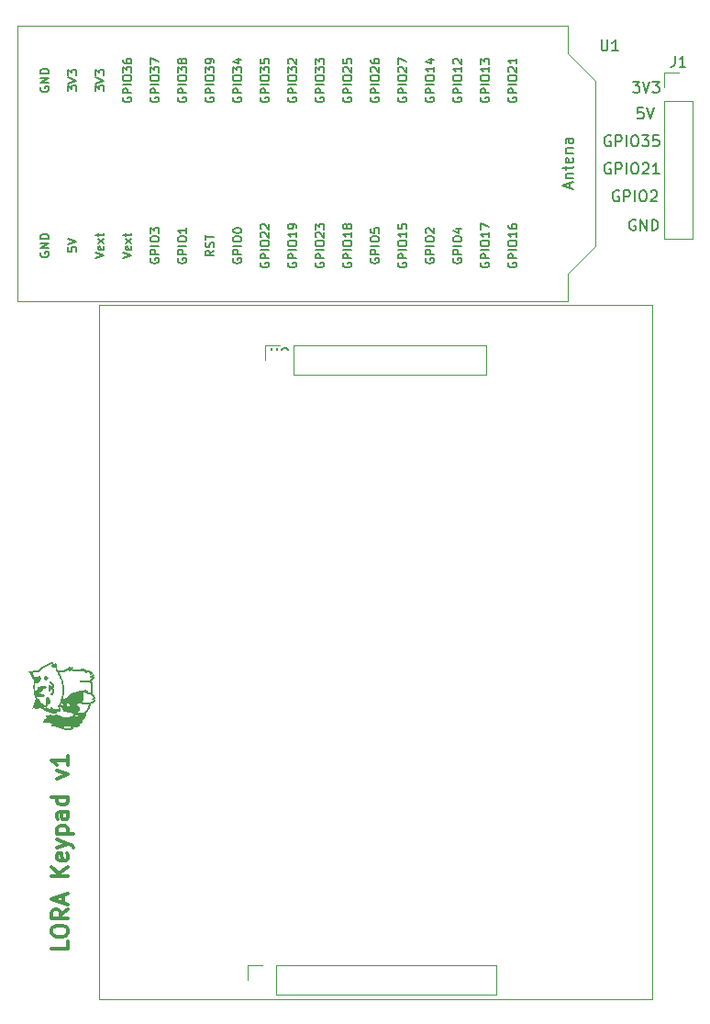
<source format=gbr>
%TF.GenerationSoftware,KiCad,Pcbnew,7.0.7*%
%TF.CreationDate,2023-09-01T04:02:33-04:00*%
%TF.ProjectId,Lora_Keypad,4c6f7261-5f4b-4657-9970-61642e6b6963,v1*%
%TF.SameCoordinates,Original*%
%TF.FileFunction,Legend,Top*%
%TF.FilePolarity,Positive*%
%FSLAX46Y46*%
G04 Gerber Fmt 4.6, Leading zero omitted, Abs format (unit mm)*
G04 Created by KiCad (PCBNEW 7.0.7) date 2023-09-01 04:02:33*
%MOMM*%
%LPD*%
G01*
G04 APERTURE LIST*
%ADD10C,0.300000*%
%ADD11C,0.150000*%
%ADD12C,0.120000*%
%ADD13R,1.700000X1.700000*%
%ADD14O,1.700000X1.700000*%
%ADD15C,1.524000*%
G04 APERTURE END LIST*
D10*
X117656828Y-133351203D02*
X117656828Y-134065489D01*
X117656828Y-134065489D02*
X116156828Y-134065489D01*
X116156828Y-132565488D02*
X116156828Y-132279774D01*
X116156828Y-132279774D02*
X116228257Y-132136917D01*
X116228257Y-132136917D02*
X116371114Y-131994060D01*
X116371114Y-131994060D02*
X116656828Y-131922631D01*
X116656828Y-131922631D02*
X117156828Y-131922631D01*
X117156828Y-131922631D02*
X117442542Y-131994060D01*
X117442542Y-131994060D02*
X117585400Y-132136917D01*
X117585400Y-132136917D02*
X117656828Y-132279774D01*
X117656828Y-132279774D02*
X117656828Y-132565488D01*
X117656828Y-132565488D02*
X117585400Y-132708346D01*
X117585400Y-132708346D02*
X117442542Y-132851203D01*
X117442542Y-132851203D02*
X117156828Y-132922631D01*
X117156828Y-132922631D02*
X116656828Y-132922631D01*
X116656828Y-132922631D02*
X116371114Y-132851203D01*
X116371114Y-132851203D02*
X116228257Y-132708346D01*
X116228257Y-132708346D02*
X116156828Y-132565488D01*
X117656828Y-130422631D02*
X116942542Y-130922631D01*
X117656828Y-131279774D02*
X116156828Y-131279774D01*
X116156828Y-131279774D02*
X116156828Y-130708345D01*
X116156828Y-130708345D02*
X116228257Y-130565488D01*
X116228257Y-130565488D02*
X116299685Y-130494059D01*
X116299685Y-130494059D02*
X116442542Y-130422631D01*
X116442542Y-130422631D02*
X116656828Y-130422631D01*
X116656828Y-130422631D02*
X116799685Y-130494059D01*
X116799685Y-130494059D02*
X116871114Y-130565488D01*
X116871114Y-130565488D02*
X116942542Y-130708345D01*
X116942542Y-130708345D02*
X116942542Y-131279774D01*
X117228257Y-129851202D02*
X117228257Y-129136917D01*
X117656828Y-129994059D02*
X116156828Y-129494059D01*
X116156828Y-129494059D02*
X117656828Y-128994059D01*
X117656828Y-127351203D02*
X116156828Y-127351203D01*
X117656828Y-126494060D02*
X116799685Y-127136917D01*
X116156828Y-126494060D02*
X117013971Y-127351203D01*
X117585400Y-125279774D02*
X117656828Y-125422631D01*
X117656828Y-125422631D02*
X117656828Y-125708346D01*
X117656828Y-125708346D02*
X117585400Y-125851203D01*
X117585400Y-125851203D02*
X117442542Y-125922631D01*
X117442542Y-125922631D02*
X116871114Y-125922631D01*
X116871114Y-125922631D02*
X116728257Y-125851203D01*
X116728257Y-125851203D02*
X116656828Y-125708346D01*
X116656828Y-125708346D02*
X116656828Y-125422631D01*
X116656828Y-125422631D02*
X116728257Y-125279774D01*
X116728257Y-125279774D02*
X116871114Y-125208346D01*
X116871114Y-125208346D02*
X117013971Y-125208346D01*
X117013971Y-125208346D02*
X117156828Y-125922631D01*
X116656828Y-124708346D02*
X117656828Y-124351203D01*
X116656828Y-123994060D02*
X117656828Y-124351203D01*
X117656828Y-124351203D02*
X118013971Y-124494060D01*
X118013971Y-124494060D02*
X118085400Y-124565489D01*
X118085400Y-124565489D02*
X118156828Y-124708346D01*
X116656828Y-123422632D02*
X118156828Y-123422632D01*
X116728257Y-123422632D02*
X116656828Y-123279775D01*
X116656828Y-123279775D02*
X116656828Y-122994060D01*
X116656828Y-122994060D02*
X116728257Y-122851203D01*
X116728257Y-122851203D02*
X116799685Y-122779775D01*
X116799685Y-122779775D02*
X116942542Y-122708346D01*
X116942542Y-122708346D02*
X117371114Y-122708346D01*
X117371114Y-122708346D02*
X117513971Y-122779775D01*
X117513971Y-122779775D02*
X117585400Y-122851203D01*
X117585400Y-122851203D02*
X117656828Y-122994060D01*
X117656828Y-122994060D02*
X117656828Y-123279775D01*
X117656828Y-123279775D02*
X117585400Y-123422632D01*
X117656828Y-121422632D02*
X116871114Y-121422632D01*
X116871114Y-121422632D02*
X116728257Y-121494060D01*
X116728257Y-121494060D02*
X116656828Y-121636917D01*
X116656828Y-121636917D02*
X116656828Y-121922632D01*
X116656828Y-121922632D02*
X116728257Y-122065489D01*
X117585400Y-121422632D02*
X117656828Y-121565489D01*
X117656828Y-121565489D02*
X117656828Y-121922632D01*
X117656828Y-121922632D02*
X117585400Y-122065489D01*
X117585400Y-122065489D02*
X117442542Y-122136917D01*
X117442542Y-122136917D02*
X117299685Y-122136917D01*
X117299685Y-122136917D02*
X117156828Y-122065489D01*
X117156828Y-122065489D02*
X117085400Y-121922632D01*
X117085400Y-121922632D02*
X117085400Y-121565489D01*
X117085400Y-121565489D02*
X117013971Y-121422632D01*
X117656828Y-120065489D02*
X116156828Y-120065489D01*
X117585400Y-120065489D02*
X117656828Y-120208346D01*
X117656828Y-120208346D02*
X117656828Y-120494060D01*
X117656828Y-120494060D02*
X117585400Y-120636917D01*
X117585400Y-120636917D02*
X117513971Y-120708346D01*
X117513971Y-120708346D02*
X117371114Y-120779774D01*
X117371114Y-120779774D02*
X116942542Y-120779774D01*
X116942542Y-120779774D02*
X116799685Y-120708346D01*
X116799685Y-120708346D02*
X116728257Y-120636917D01*
X116728257Y-120636917D02*
X116656828Y-120494060D01*
X116656828Y-120494060D02*
X116656828Y-120208346D01*
X116656828Y-120208346D02*
X116728257Y-120065489D01*
X116656828Y-118351203D02*
X117656828Y-117994060D01*
X117656828Y-117994060D02*
X116656828Y-117636917D01*
X117656828Y-116279774D02*
X117656828Y-117136917D01*
X117656828Y-116708346D02*
X116156828Y-116708346D01*
X116156828Y-116708346D02*
X116371114Y-116851203D01*
X116371114Y-116851203D02*
X116513971Y-116994060D01*
X116513971Y-116994060D02*
X116585400Y-117136917D01*
D11*
X167738588Y-59115438D02*
X167643350Y-59067819D01*
X167643350Y-59067819D02*
X167500493Y-59067819D01*
X167500493Y-59067819D02*
X167357636Y-59115438D01*
X167357636Y-59115438D02*
X167262398Y-59210676D01*
X167262398Y-59210676D02*
X167214779Y-59305914D01*
X167214779Y-59305914D02*
X167167160Y-59496390D01*
X167167160Y-59496390D02*
X167167160Y-59639247D01*
X167167160Y-59639247D02*
X167214779Y-59829723D01*
X167214779Y-59829723D02*
X167262398Y-59924961D01*
X167262398Y-59924961D02*
X167357636Y-60020200D01*
X167357636Y-60020200D02*
X167500493Y-60067819D01*
X167500493Y-60067819D02*
X167595731Y-60067819D01*
X167595731Y-60067819D02*
X167738588Y-60020200D01*
X167738588Y-60020200D02*
X167786207Y-59972580D01*
X167786207Y-59972580D02*
X167786207Y-59639247D01*
X167786207Y-59639247D02*
X167595731Y-59639247D01*
X168214779Y-60067819D02*
X168214779Y-59067819D01*
X168214779Y-59067819D02*
X168595731Y-59067819D01*
X168595731Y-59067819D02*
X168690969Y-59115438D01*
X168690969Y-59115438D02*
X168738588Y-59163057D01*
X168738588Y-59163057D02*
X168786207Y-59258295D01*
X168786207Y-59258295D02*
X168786207Y-59401152D01*
X168786207Y-59401152D02*
X168738588Y-59496390D01*
X168738588Y-59496390D02*
X168690969Y-59544009D01*
X168690969Y-59544009D02*
X168595731Y-59591628D01*
X168595731Y-59591628D02*
X168214779Y-59591628D01*
X169214779Y-60067819D02*
X169214779Y-59067819D01*
X169881445Y-59067819D02*
X170071921Y-59067819D01*
X170071921Y-59067819D02*
X170167159Y-59115438D01*
X170167159Y-59115438D02*
X170262397Y-59210676D01*
X170262397Y-59210676D02*
X170310016Y-59401152D01*
X170310016Y-59401152D02*
X170310016Y-59734485D01*
X170310016Y-59734485D02*
X170262397Y-59924961D01*
X170262397Y-59924961D02*
X170167159Y-60020200D01*
X170167159Y-60020200D02*
X170071921Y-60067819D01*
X170071921Y-60067819D02*
X169881445Y-60067819D01*
X169881445Y-60067819D02*
X169786207Y-60020200D01*
X169786207Y-60020200D02*
X169690969Y-59924961D01*
X169690969Y-59924961D02*
X169643350Y-59734485D01*
X169643350Y-59734485D02*
X169643350Y-59401152D01*
X169643350Y-59401152D02*
X169690969Y-59210676D01*
X169690969Y-59210676D02*
X169786207Y-59115438D01*
X169786207Y-59115438D02*
X169881445Y-59067819D01*
X170643350Y-59067819D02*
X171262397Y-59067819D01*
X171262397Y-59067819D02*
X170929064Y-59448771D01*
X170929064Y-59448771D02*
X171071921Y-59448771D01*
X171071921Y-59448771D02*
X171167159Y-59496390D01*
X171167159Y-59496390D02*
X171214778Y-59544009D01*
X171214778Y-59544009D02*
X171262397Y-59639247D01*
X171262397Y-59639247D02*
X171262397Y-59877342D01*
X171262397Y-59877342D02*
X171214778Y-59972580D01*
X171214778Y-59972580D02*
X171167159Y-60020200D01*
X171167159Y-60020200D02*
X171071921Y-60067819D01*
X171071921Y-60067819D02*
X170786207Y-60067819D01*
X170786207Y-60067819D02*
X170690969Y-60020200D01*
X170690969Y-60020200D02*
X170643350Y-59972580D01*
X172167159Y-59067819D02*
X171690969Y-59067819D01*
X171690969Y-59067819D02*
X171643350Y-59544009D01*
X171643350Y-59544009D02*
X171690969Y-59496390D01*
X171690969Y-59496390D02*
X171786207Y-59448771D01*
X171786207Y-59448771D02*
X172024302Y-59448771D01*
X172024302Y-59448771D02*
X172119540Y-59496390D01*
X172119540Y-59496390D02*
X172167159Y-59544009D01*
X172167159Y-59544009D02*
X172214778Y-59639247D01*
X172214778Y-59639247D02*
X172214778Y-59877342D01*
X172214778Y-59877342D02*
X172167159Y-59972580D01*
X172167159Y-59972580D02*
X172119540Y-60020200D01*
X172119540Y-60020200D02*
X172024302Y-60067819D01*
X172024302Y-60067819D02*
X171786207Y-60067819D01*
X171786207Y-60067819D02*
X171690969Y-60020200D01*
X171690969Y-60020200D02*
X171643350Y-59972580D01*
X167738588Y-61655438D02*
X167643350Y-61607819D01*
X167643350Y-61607819D02*
X167500493Y-61607819D01*
X167500493Y-61607819D02*
X167357636Y-61655438D01*
X167357636Y-61655438D02*
X167262398Y-61750676D01*
X167262398Y-61750676D02*
X167214779Y-61845914D01*
X167214779Y-61845914D02*
X167167160Y-62036390D01*
X167167160Y-62036390D02*
X167167160Y-62179247D01*
X167167160Y-62179247D02*
X167214779Y-62369723D01*
X167214779Y-62369723D02*
X167262398Y-62464961D01*
X167262398Y-62464961D02*
X167357636Y-62560200D01*
X167357636Y-62560200D02*
X167500493Y-62607819D01*
X167500493Y-62607819D02*
X167595731Y-62607819D01*
X167595731Y-62607819D02*
X167738588Y-62560200D01*
X167738588Y-62560200D02*
X167786207Y-62512580D01*
X167786207Y-62512580D02*
X167786207Y-62179247D01*
X167786207Y-62179247D02*
X167595731Y-62179247D01*
X168214779Y-62607819D02*
X168214779Y-61607819D01*
X168214779Y-61607819D02*
X168595731Y-61607819D01*
X168595731Y-61607819D02*
X168690969Y-61655438D01*
X168690969Y-61655438D02*
X168738588Y-61703057D01*
X168738588Y-61703057D02*
X168786207Y-61798295D01*
X168786207Y-61798295D02*
X168786207Y-61941152D01*
X168786207Y-61941152D02*
X168738588Y-62036390D01*
X168738588Y-62036390D02*
X168690969Y-62084009D01*
X168690969Y-62084009D02*
X168595731Y-62131628D01*
X168595731Y-62131628D02*
X168214779Y-62131628D01*
X169214779Y-62607819D02*
X169214779Y-61607819D01*
X169881445Y-61607819D02*
X170071921Y-61607819D01*
X170071921Y-61607819D02*
X170167159Y-61655438D01*
X170167159Y-61655438D02*
X170262397Y-61750676D01*
X170262397Y-61750676D02*
X170310016Y-61941152D01*
X170310016Y-61941152D02*
X170310016Y-62274485D01*
X170310016Y-62274485D02*
X170262397Y-62464961D01*
X170262397Y-62464961D02*
X170167159Y-62560200D01*
X170167159Y-62560200D02*
X170071921Y-62607819D01*
X170071921Y-62607819D02*
X169881445Y-62607819D01*
X169881445Y-62607819D02*
X169786207Y-62560200D01*
X169786207Y-62560200D02*
X169690969Y-62464961D01*
X169690969Y-62464961D02*
X169643350Y-62274485D01*
X169643350Y-62274485D02*
X169643350Y-61941152D01*
X169643350Y-61941152D02*
X169690969Y-61750676D01*
X169690969Y-61750676D02*
X169786207Y-61655438D01*
X169786207Y-61655438D02*
X169881445Y-61607819D01*
X170690969Y-61703057D02*
X170738588Y-61655438D01*
X170738588Y-61655438D02*
X170833826Y-61607819D01*
X170833826Y-61607819D02*
X171071921Y-61607819D01*
X171071921Y-61607819D02*
X171167159Y-61655438D01*
X171167159Y-61655438D02*
X171214778Y-61703057D01*
X171214778Y-61703057D02*
X171262397Y-61798295D01*
X171262397Y-61798295D02*
X171262397Y-61893533D01*
X171262397Y-61893533D02*
X171214778Y-62036390D01*
X171214778Y-62036390D02*
X170643350Y-62607819D01*
X170643350Y-62607819D02*
X171262397Y-62607819D01*
X172214778Y-62607819D02*
X171643350Y-62607819D01*
X171929064Y-62607819D02*
X171929064Y-61607819D01*
X171929064Y-61607819D02*
X171833826Y-61750676D01*
X171833826Y-61750676D02*
X171738588Y-61845914D01*
X171738588Y-61845914D02*
X171643350Y-61893533D01*
X168500588Y-64195438D02*
X168405350Y-64147819D01*
X168405350Y-64147819D02*
X168262493Y-64147819D01*
X168262493Y-64147819D02*
X168119636Y-64195438D01*
X168119636Y-64195438D02*
X168024398Y-64290676D01*
X168024398Y-64290676D02*
X167976779Y-64385914D01*
X167976779Y-64385914D02*
X167929160Y-64576390D01*
X167929160Y-64576390D02*
X167929160Y-64719247D01*
X167929160Y-64719247D02*
X167976779Y-64909723D01*
X167976779Y-64909723D02*
X168024398Y-65004961D01*
X168024398Y-65004961D02*
X168119636Y-65100200D01*
X168119636Y-65100200D02*
X168262493Y-65147819D01*
X168262493Y-65147819D02*
X168357731Y-65147819D01*
X168357731Y-65147819D02*
X168500588Y-65100200D01*
X168500588Y-65100200D02*
X168548207Y-65052580D01*
X168548207Y-65052580D02*
X168548207Y-64719247D01*
X168548207Y-64719247D02*
X168357731Y-64719247D01*
X168976779Y-65147819D02*
X168976779Y-64147819D01*
X168976779Y-64147819D02*
X169357731Y-64147819D01*
X169357731Y-64147819D02*
X169452969Y-64195438D01*
X169452969Y-64195438D02*
X169500588Y-64243057D01*
X169500588Y-64243057D02*
X169548207Y-64338295D01*
X169548207Y-64338295D02*
X169548207Y-64481152D01*
X169548207Y-64481152D02*
X169500588Y-64576390D01*
X169500588Y-64576390D02*
X169452969Y-64624009D01*
X169452969Y-64624009D02*
X169357731Y-64671628D01*
X169357731Y-64671628D02*
X168976779Y-64671628D01*
X169976779Y-65147819D02*
X169976779Y-64147819D01*
X170643445Y-64147819D02*
X170833921Y-64147819D01*
X170833921Y-64147819D02*
X170929159Y-64195438D01*
X170929159Y-64195438D02*
X171024397Y-64290676D01*
X171024397Y-64290676D02*
X171072016Y-64481152D01*
X171072016Y-64481152D02*
X171072016Y-64814485D01*
X171072016Y-64814485D02*
X171024397Y-65004961D01*
X171024397Y-65004961D02*
X170929159Y-65100200D01*
X170929159Y-65100200D02*
X170833921Y-65147819D01*
X170833921Y-65147819D02*
X170643445Y-65147819D01*
X170643445Y-65147819D02*
X170548207Y-65100200D01*
X170548207Y-65100200D02*
X170452969Y-65004961D01*
X170452969Y-65004961D02*
X170405350Y-64814485D01*
X170405350Y-64814485D02*
X170405350Y-64481152D01*
X170405350Y-64481152D02*
X170452969Y-64290676D01*
X170452969Y-64290676D02*
X170548207Y-64195438D01*
X170548207Y-64195438D02*
X170643445Y-64147819D01*
X171452969Y-64243057D02*
X171500588Y-64195438D01*
X171500588Y-64195438D02*
X171595826Y-64147819D01*
X171595826Y-64147819D02*
X171833921Y-64147819D01*
X171833921Y-64147819D02*
X171929159Y-64195438D01*
X171929159Y-64195438D02*
X171976778Y-64243057D01*
X171976778Y-64243057D02*
X172024397Y-64338295D01*
X172024397Y-64338295D02*
X172024397Y-64433533D01*
X172024397Y-64433533D02*
X171976778Y-64576390D01*
X171976778Y-64576390D02*
X171405350Y-65147819D01*
X171405350Y-65147819D02*
X172024397Y-65147819D01*
X170024588Y-66862438D02*
X169929350Y-66814819D01*
X169929350Y-66814819D02*
X169786493Y-66814819D01*
X169786493Y-66814819D02*
X169643636Y-66862438D01*
X169643636Y-66862438D02*
X169548398Y-66957676D01*
X169548398Y-66957676D02*
X169500779Y-67052914D01*
X169500779Y-67052914D02*
X169453160Y-67243390D01*
X169453160Y-67243390D02*
X169453160Y-67386247D01*
X169453160Y-67386247D02*
X169500779Y-67576723D01*
X169500779Y-67576723D02*
X169548398Y-67671961D01*
X169548398Y-67671961D02*
X169643636Y-67767200D01*
X169643636Y-67767200D02*
X169786493Y-67814819D01*
X169786493Y-67814819D02*
X169881731Y-67814819D01*
X169881731Y-67814819D02*
X170024588Y-67767200D01*
X170024588Y-67767200D02*
X170072207Y-67719580D01*
X170072207Y-67719580D02*
X170072207Y-67386247D01*
X170072207Y-67386247D02*
X169881731Y-67386247D01*
X170500779Y-67814819D02*
X170500779Y-66814819D01*
X170500779Y-66814819D02*
X171072207Y-67814819D01*
X171072207Y-67814819D02*
X171072207Y-66814819D01*
X171548398Y-67814819D02*
X171548398Y-66814819D01*
X171548398Y-66814819D02*
X171786493Y-66814819D01*
X171786493Y-66814819D02*
X171929350Y-66862438D01*
X171929350Y-66862438D02*
X172024588Y-66957676D01*
X172024588Y-66957676D02*
X172072207Y-67052914D01*
X172072207Y-67052914D02*
X172119826Y-67243390D01*
X172119826Y-67243390D02*
X172119826Y-67386247D01*
X172119826Y-67386247D02*
X172072207Y-67576723D01*
X172072207Y-67576723D02*
X172024588Y-67671961D01*
X172024588Y-67671961D02*
X171929350Y-67767200D01*
X171929350Y-67767200D02*
X171786493Y-67814819D01*
X171786493Y-67814819D02*
X171548398Y-67814819D01*
X170738969Y-56527819D02*
X170262779Y-56527819D01*
X170262779Y-56527819D02*
X170215160Y-57004009D01*
X170215160Y-57004009D02*
X170262779Y-56956390D01*
X170262779Y-56956390D02*
X170358017Y-56908771D01*
X170358017Y-56908771D02*
X170596112Y-56908771D01*
X170596112Y-56908771D02*
X170691350Y-56956390D01*
X170691350Y-56956390D02*
X170738969Y-57004009D01*
X170738969Y-57004009D02*
X170786588Y-57099247D01*
X170786588Y-57099247D02*
X170786588Y-57337342D01*
X170786588Y-57337342D02*
X170738969Y-57432580D01*
X170738969Y-57432580D02*
X170691350Y-57480200D01*
X170691350Y-57480200D02*
X170596112Y-57527819D01*
X170596112Y-57527819D02*
X170358017Y-57527819D01*
X170358017Y-57527819D02*
X170262779Y-57480200D01*
X170262779Y-57480200D02*
X170215160Y-57432580D01*
X171072303Y-56527819D02*
X171405636Y-57527819D01*
X171405636Y-57527819D02*
X171738969Y-56527819D01*
X169786541Y-54114819D02*
X170405588Y-54114819D01*
X170405588Y-54114819D02*
X170072255Y-54495771D01*
X170072255Y-54495771D02*
X170215112Y-54495771D01*
X170215112Y-54495771D02*
X170310350Y-54543390D01*
X170310350Y-54543390D02*
X170357969Y-54591009D01*
X170357969Y-54591009D02*
X170405588Y-54686247D01*
X170405588Y-54686247D02*
X170405588Y-54924342D01*
X170405588Y-54924342D02*
X170357969Y-55019580D01*
X170357969Y-55019580D02*
X170310350Y-55067200D01*
X170310350Y-55067200D02*
X170215112Y-55114819D01*
X170215112Y-55114819D02*
X169929398Y-55114819D01*
X169929398Y-55114819D02*
X169834160Y-55067200D01*
X169834160Y-55067200D02*
X169786541Y-55019580D01*
X170691303Y-54114819D02*
X171024636Y-55114819D01*
X171024636Y-55114819D02*
X171357969Y-54114819D01*
X171596065Y-54114819D02*
X172215112Y-54114819D01*
X172215112Y-54114819D02*
X171881779Y-54495771D01*
X171881779Y-54495771D02*
X172024636Y-54495771D01*
X172024636Y-54495771D02*
X172119874Y-54543390D01*
X172119874Y-54543390D02*
X172167493Y-54591009D01*
X172167493Y-54591009D02*
X172215112Y-54686247D01*
X172215112Y-54686247D02*
X172215112Y-54924342D01*
X172215112Y-54924342D02*
X172167493Y-55019580D01*
X172167493Y-55019580D02*
X172119874Y-55067200D01*
X172119874Y-55067200D02*
X172024636Y-55114819D01*
X172024636Y-55114819D02*
X171738922Y-55114819D01*
X171738922Y-55114819D02*
X171643684Y-55067200D01*
X171643684Y-55067200D02*
X171596065Y-55019580D01*
X173656666Y-51734819D02*
X173656666Y-52449104D01*
X173656666Y-52449104D02*
X173609047Y-52591961D01*
X173609047Y-52591961D02*
X173513809Y-52687200D01*
X173513809Y-52687200D02*
X173370952Y-52734819D01*
X173370952Y-52734819D02*
X173275714Y-52734819D01*
X174656666Y-52734819D02*
X174085238Y-52734819D01*
X174370952Y-52734819D02*
X174370952Y-51734819D01*
X174370952Y-51734819D02*
X174275714Y-51877676D01*
X174275714Y-51877676D02*
X174180476Y-51972914D01*
X174180476Y-51972914D02*
X174085238Y-52020533D01*
X166878095Y-50254819D02*
X166878095Y-51064342D01*
X166878095Y-51064342D02*
X166925714Y-51159580D01*
X166925714Y-51159580D02*
X166973333Y-51207200D01*
X166973333Y-51207200D02*
X167068571Y-51254819D01*
X167068571Y-51254819D02*
X167259047Y-51254819D01*
X167259047Y-51254819D02*
X167354285Y-51207200D01*
X167354285Y-51207200D02*
X167401904Y-51159580D01*
X167401904Y-51159580D02*
X167449523Y-51064342D01*
X167449523Y-51064342D02*
X167449523Y-50254819D01*
X168449523Y-51254819D02*
X167878095Y-51254819D01*
X168163809Y-51254819D02*
X168163809Y-50254819D01*
X168163809Y-50254819D02*
X168068571Y-50397676D01*
X168068571Y-50397676D02*
X167973333Y-50492914D01*
X167973333Y-50492914D02*
X167878095Y-50540533D01*
X150700390Y-70415952D02*
X150662295Y-70492142D01*
X150662295Y-70492142D02*
X150662295Y-70606428D01*
X150662295Y-70606428D02*
X150700390Y-70720714D01*
X150700390Y-70720714D02*
X150776580Y-70796904D01*
X150776580Y-70796904D02*
X150852771Y-70834999D01*
X150852771Y-70834999D02*
X151005152Y-70873095D01*
X151005152Y-70873095D02*
X151119438Y-70873095D01*
X151119438Y-70873095D02*
X151271819Y-70834999D01*
X151271819Y-70834999D02*
X151348009Y-70796904D01*
X151348009Y-70796904D02*
X151424200Y-70720714D01*
X151424200Y-70720714D02*
X151462295Y-70606428D01*
X151462295Y-70606428D02*
X151462295Y-70530237D01*
X151462295Y-70530237D02*
X151424200Y-70415952D01*
X151424200Y-70415952D02*
X151386104Y-70377856D01*
X151386104Y-70377856D02*
X151119438Y-70377856D01*
X151119438Y-70377856D02*
X151119438Y-70530237D01*
X151462295Y-70034999D02*
X150662295Y-70034999D01*
X150662295Y-70034999D02*
X150662295Y-69730237D01*
X150662295Y-69730237D02*
X150700390Y-69654047D01*
X150700390Y-69654047D02*
X150738485Y-69615952D01*
X150738485Y-69615952D02*
X150814676Y-69577856D01*
X150814676Y-69577856D02*
X150928961Y-69577856D01*
X150928961Y-69577856D02*
X151005152Y-69615952D01*
X151005152Y-69615952D02*
X151043247Y-69654047D01*
X151043247Y-69654047D02*
X151081342Y-69730237D01*
X151081342Y-69730237D02*
X151081342Y-70034999D01*
X151462295Y-69234999D02*
X150662295Y-69234999D01*
X150662295Y-68701666D02*
X150662295Y-68549285D01*
X150662295Y-68549285D02*
X150700390Y-68473095D01*
X150700390Y-68473095D02*
X150776580Y-68396904D01*
X150776580Y-68396904D02*
X150928961Y-68358809D01*
X150928961Y-68358809D02*
X151195628Y-68358809D01*
X151195628Y-68358809D02*
X151348009Y-68396904D01*
X151348009Y-68396904D02*
X151424200Y-68473095D01*
X151424200Y-68473095D02*
X151462295Y-68549285D01*
X151462295Y-68549285D02*
X151462295Y-68701666D01*
X151462295Y-68701666D02*
X151424200Y-68777857D01*
X151424200Y-68777857D02*
X151348009Y-68854047D01*
X151348009Y-68854047D02*
X151195628Y-68892143D01*
X151195628Y-68892143D02*
X150928961Y-68892143D01*
X150928961Y-68892143D02*
X150776580Y-68854047D01*
X150776580Y-68854047D02*
X150700390Y-68777857D01*
X150700390Y-68777857D02*
X150662295Y-68701666D01*
X150738485Y-68054048D02*
X150700390Y-68015952D01*
X150700390Y-68015952D02*
X150662295Y-67939762D01*
X150662295Y-67939762D02*
X150662295Y-67749286D01*
X150662295Y-67749286D02*
X150700390Y-67673095D01*
X150700390Y-67673095D02*
X150738485Y-67635000D01*
X150738485Y-67635000D02*
X150814676Y-67596905D01*
X150814676Y-67596905D02*
X150890866Y-67596905D01*
X150890866Y-67596905D02*
X151005152Y-67635000D01*
X151005152Y-67635000D02*
X151462295Y-68092143D01*
X151462295Y-68092143D02*
X151462295Y-67596905D01*
X155780390Y-55556904D02*
X155742295Y-55633094D01*
X155742295Y-55633094D02*
X155742295Y-55747380D01*
X155742295Y-55747380D02*
X155780390Y-55861666D01*
X155780390Y-55861666D02*
X155856580Y-55937856D01*
X155856580Y-55937856D02*
X155932771Y-55975951D01*
X155932771Y-55975951D02*
X156085152Y-56014047D01*
X156085152Y-56014047D02*
X156199438Y-56014047D01*
X156199438Y-56014047D02*
X156351819Y-55975951D01*
X156351819Y-55975951D02*
X156428009Y-55937856D01*
X156428009Y-55937856D02*
X156504200Y-55861666D01*
X156504200Y-55861666D02*
X156542295Y-55747380D01*
X156542295Y-55747380D02*
X156542295Y-55671189D01*
X156542295Y-55671189D02*
X156504200Y-55556904D01*
X156504200Y-55556904D02*
X156466104Y-55518808D01*
X156466104Y-55518808D02*
X156199438Y-55518808D01*
X156199438Y-55518808D02*
X156199438Y-55671189D01*
X156542295Y-55175951D02*
X155742295Y-55175951D01*
X155742295Y-55175951D02*
X155742295Y-54871189D01*
X155742295Y-54871189D02*
X155780390Y-54794999D01*
X155780390Y-54794999D02*
X155818485Y-54756904D01*
X155818485Y-54756904D02*
X155894676Y-54718808D01*
X155894676Y-54718808D02*
X156008961Y-54718808D01*
X156008961Y-54718808D02*
X156085152Y-54756904D01*
X156085152Y-54756904D02*
X156123247Y-54794999D01*
X156123247Y-54794999D02*
X156161342Y-54871189D01*
X156161342Y-54871189D02*
X156161342Y-55175951D01*
X156542295Y-54375951D02*
X155742295Y-54375951D01*
X155742295Y-53842618D02*
X155742295Y-53690237D01*
X155742295Y-53690237D02*
X155780390Y-53614047D01*
X155780390Y-53614047D02*
X155856580Y-53537856D01*
X155856580Y-53537856D02*
X156008961Y-53499761D01*
X156008961Y-53499761D02*
X156275628Y-53499761D01*
X156275628Y-53499761D02*
X156428009Y-53537856D01*
X156428009Y-53537856D02*
X156504200Y-53614047D01*
X156504200Y-53614047D02*
X156542295Y-53690237D01*
X156542295Y-53690237D02*
X156542295Y-53842618D01*
X156542295Y-53842618D02*
X156504200Y-53918809D01*
X156504200Y-53918809D02*
X156428009Y-53994999D01*
X156428009Y-53994999D02*
X156275628Y-54033095D01*
X156275628Y-54033095D02*
X156008961Y-54033095D01*
X156008961Y-54033095D02*
X155856580Y-53994999D01*
X155856580Y-53994999D02*
X155780390Y-53918809D01*
X155780390Y-53918809D02*
X155742295Y-53842618D01*
X156542295Y-52737857D02*
X156542295Y-53195000D01*
X156542295Y-52966428D02*
X155742295Y-52966428D01*
X155742295Y-52966428D02*
X155856580Y-53042619D01*
X155856580Y-53042619D02*
X155932771Y-53118809D01*
X155932771Y-53118809D02*
X155970866Y-53195000D01*
X155742295Y-52471190D02*
X155742295Y-51975952D01*
X155742295Y-51975952D02*
X156047057Y-52242618D01*
X156047057Y-52242618D02*
X156047057Y-52128333D01*
X156047057Y-52128333D02*
X156085152Y-52052142D01*
X156085152Y-52052142D02*
X156123247Y-52014047D01*
X156123247Y-52014047D02*
X156199438Y-51975952D01*
X156199438Y-51975952D02*
X156389914Y-51975952D01*
X156389914Y-51975952D02*
X156466104Y-52014047D01*
X156466104Y-52014047D02*
X156504200Y-52052142D01*
X156504200Y-52052142D02*
X156542295Y-52128333D01*
X156542295Y-52128333D02*
X156542295Y-52356904D01*
X156542295Y-52356904D02*
X156504200Y-52433095D01*
X156504200Y-52433095D02*
X156466104Y-52471190D01*
X132920390Y-70415952D02*
X132882295Y-70492142D01*
X132882295Y-70492142D02*
X132882295Y-70606428D01*
X132882295Y-70606428D02*
X132920390Y-70720714D01*
X132920390Y-70720714D02*
X132996580Y-70796904D01*
X132996580Y-70796904D02*
X133072771Y-70834999D01*
X133072771Y-70834999D02*
X133225152Y-70873095D01*
X133225152Y-70873095D02*
X133339438Y-70873095D01*
X133339438Y-70873095D02*
X133491819Y-70834999D01*
X133491819Y-70834999D02*
X133568009Y-70796904D01*
X133568009Y-70796904D02*
X133644200Y-70720714D01*
X133644200Y-70720714D02*
X133682295Y-70606428D01*
X133682295Y-70606428D02*
X133682295Y-70530237D01*
X133682295Y-70530237D02*
X133644200Y-70415952D01*
X133644200Y-70415952D02*
X133606104Y-70377856D01*
X133606104Y-70377856D02*
X133339438Y-70377856D01*
X133339438Y-70377856D02*
X133339438Y-70530237D01*
X133682295Y-70034999D02*
X132882295Y-70034999D01*
X132882295Y-70034999D02*
X132882295Y-69730237D01*
X132882295Y-69730237D02*
X132920390Y-69654047D01*
X132920390Y-69654047D02*
X132958485Y-69615952D01*
X132958485Y-69615952D02*
X133034676Y-69577856D01*
X133034676Y-69577856D02*
X133148961Y-69577856D01*
X133148961Y-69577856D02*
X133225152Y-69615952D01*
X133225152Y-69615952D02*
X133263247Y-69654047D01*
X133263247Y-69654047D02*
X133301342Y-69730237D01*
X133301342Y-69730237D02*
X133301342Y-70034999D01*
X133682295Y-69234999D02*
X132882295Y-69234999D01*
X132882295Y-68701666D02*
X132882295Y-68549285D01*
X132882295Y-68549285D02*
X132920390Y-68473095D01*
X132920390Y-68473095D02*
X132996580Y-68396904D01*
X132996580Y-68396904D02*
X133148961Y-68358809D01*
X133148961Y-68358809D02*
X133415628Y-68358809D01*
X133415628Y-68358809D02*
X133568009Y-68396904D01*
X133568009Y-68396904D02*
X133644200Y-68473095D01*
X133644200Y-68473095D02*
X133682295Y-68549285D01*
X133682295Y-68549285D02*
X133682295Y-68701666D01*
X133682295Y-68701666D02*
X133644200Y-68777857D01*
X133644200Y-68777857D02*
X133568009Y-68854047D01*
X133568009Y-68854047D02*
X133415628Y-68892143D01*
X133415628Y-68892143D02*
X133148961Y-68892143D01*
X133148961Y-68892143D02*
X132996580Y-68854047D01*
X132996580Y-68854047D02*
X132920390Y-68777857D01*
X132920390Y-68777857D02*
X132882295Y-68701666D01*
X132882295Y-67863571D02*
X132882295Y-67787381D01*
X132882295Y-67787381D02*
X132920390Y-67711190D01*
X132920390Y-67711190D02*
X132958485Y-67673095D01*
X132958485Y-67673095D02*
X133034676Y-67635000D01*
X133034676Y-67635000D02*
X133187057Y-67596905D01*
X133187057Y-67596905D02*
X133377533Y-67596905D01*
X133377533Y-67596905D02*
X133529914Y-67635000D01*
X133529914Y-67635000D02*
X133606104Y-67673095D01*
X133606104Y-67673095D02*
X133644200Y-67711190D01*
X133644200Y-67711190D02*
X133682295Y-67787381D01*
X133682295Y-67787381D02*
X133682295Y-67863571D01*
X133682295Y-67863571D02*
X133644200Y-67939762D01*
X133644200Y-67939762D02*
X133606104Y-67977857D01*
X133606104Y-67977857D02*
X133529914Y-68015952D01*
X133529914Y-68015952D02*
X133377533Y-68054048D01*
X133377533Y-68054048D02*
X133187057Y-68054048D01*
X133187057Y-68054048D02*
X133034676Y-68015952D01*
X133034676Y-68015952D02*
X132958485Y-67977857D01*
X132958485Y-67977857D02*
X132920390Y-67939762D01*
X132920390Y-67939762D02*
X132882295Y-67863571D01*
X117642295Y-54985476D02*
X117642295Y-54490238D01*
X117642295Y-54490238D02*
X117947057Y-54756904D01*
X117947057Y-54756904D02*
X117947057Y-54642619D01*
X117947057Y-54642619D02*
X117985152Y-54566428D01*
X117985152Y-54566428D02*
X118023247Y-54528333D01*
X118023247Y-54528333D02*
X118099438Y-54490238D01*
X118099438Y-54490238D02*
X118289914Y-54490238D01*
X118289914Y-54490238D02*
X118366104Y-54528333D01*
X118366104Y-54528333D02*
X118404200Y-54566428D01*
X118404200Y-54566428D02*
X118442295Y-54642619D01*
X118442295Y-54642619D02*
X118442295Y-54871190D01*
X118442295Y-54871190D02*
X118404200Y-54947381D01*
X118404200Y-54947381D02*
X118366104Y-54985476D01*
X117642295Y-54261666D02*
X118442295Y-53994999D01*
X118442295Y-53994999D02*
X117642295Y-53728333D01*
X117642295Y-53537857D02*
X117642295Y-53042619D01*
X117642295Y-53042619D02*
X117947057Y-53309285D01*
X117947057Y-53309285D02*
X117947057Y-53195000D01*
X117947057Y-53195000D02*
X117985152Y-53118809D01*
X117985152Y-53118809D02*
X118023247Y-53080714D01*
X118023247Y-53080714D02*
X118099438Y-53042619D01*
X118099438Y-53042619D02*
X118289914Y-53042619D01*
X118289914Y-53042619D02*
X118366104Y-53080714D01*
X118366104Y-53080714D02*
X118404200Y-53118809D01*
X118404200Y-53118809D02*
X118442295Y-53195000D01*
X118442295Y-53195000D02*
X118442295Y-53423571D01*
X118442295Y-53423571D02*
X118404200Y-53499762D01*
X118404200Y-53499762D02*
X118366104Y-53537857D01*
X120182295Y-54985476D02*
X120182295Y-54490238D01*
X120182295Y-54490238D02*
X120487057Y-54756904D01*
X120487057Y-54756904D02*
X120487057Y-54642619D01*
X120487057Y-54642619D02*
X120525152Y-54566428D01*
X120525152Y-54566428D02*
X120563247Y-54528333D01*
X120563247Y-54528333D02*
X120639438Y-54490238D01*
X120639438Y-54490238D02*
X120829914Y-54490238D01*
X120829914Y-54490238D02*
X120906104Y-54528333D01*
X120906104Y-54528333D02*
X120944200Y-54566428D01*
X120944200Y-54566428D02*
X120982295Y-54642619D01*
X120982295Y-54642619D02*
X120982295Y-54871190D01*
X120982295Y-54871190D02*
X120944200Y-54947381D01*
X120944200Y-54947381D02*
X120906104Y-54985476D01*
X120182295Y-54261666D02*
X120982295Y-53994999D01*
X120982295Y-53994999D02*
X120182295Y-53728333D01*
X120182295Y-53537857D02*
X120182295Y-53042619D01*
X120182295Y-53042619D02*
X120487057Y-53309285D01*
X120487057Y-53309285D02*
X120487057Y-53195000D01*
X120487057Y-53195000D02*
X120525152Y-53118809D01*
X120525152Y-53118809D02*
X120563247Y-53080714D01*
X120563247Y-53080714D02*
X120639438Y-53042619D01*
X120639438Y-53042619D02*
X120829914Y-53042619D01*
X120829914Y-53042619D02*
X120906104Y-53080714D01*
X120906104Y-53080714D02*
X120944200Y-53118809D01*
X120944200Y-53118809D02*
X120982295Y-53195000D01*
X120982295Y-53195000D02*
X120982295Y-53423571D01*
X120982295Y-53423571D02*
X120944200Y-53499762D01*
X120944200Y-53499762D02*
X120906104Y-53537857D01*
X120182295Y-70396904D02*
X120982295Y-70130237D01*
X120982295Y-70130237D02*
X120182295Y-69863571D01*
X120944200Y-69292142D02*
X120982295Y-69368333D01*
X120982295Y-69368333D02*
X120982295Y-69520714D01*
X120982295Y-69520714D02*
X120944200Y-69596904D01*
X120944200Y-69596904D02*
X120868009Y-69635000D01*
X120868009Y-69635000D02*
X120563247Y-69635000D01*
X120563247Y-69635000D02*
X120487057Y-69596904D01*
X120487057Y-69596904D02*
X120448961Y-69520714D01*
X120448961Y-69520714D02*
X120448961Y-69368333D01*
X120448961Y-69368333D02*
X120487057Y-69292142D01*
X120487057Y-69292142D02*
X120563247Y-69254047D01*
X120563247Y-69254047D02*
X120639438Y-69254047D01*
X120639438Y-69254047D02*
X120715628Y-69635000D01*
X120982295Y-68987381D02*
X120448961Y-68568333D01*
X120448961Y-68987381D02*
X120982295Y-68568333D01*
X120448961Y-68377857D02*
X120448961Y-68073095D01*
X120182295Y-68263571D02*
X120868009Y-68263571D01*
X120868009Y-68263571D02*
X120944200Y-68225476D01*
X120944200Y-68225476D02*
X120982295Y-68149286D01*
X120982295Y-68149286D02*
X120982295Y-68073095D01*
X138000390Y-55556904D02*
X137962295Y-55633094D01*
X137962295Y-55633094D02*
X137962295Y-55747380D01*
X137962295Y-55747380D02*
X138000390Y-55861666D01*
X138000390Y-55861666D02*
X138076580Y-55937856D01*
X138076580Y-55937856D02*
X138152771Y-55975951D01*
X138152771Y-55975951D02*
X138305152Y-56014047D01*
X138305152Y-56014047D02*
X138419438Y-56014047D01*
X138419438Y-56014047D02*
X138571819Y-55975951D01*
X138571819Y-55975951D02*
X138648009Y-55937856D01*
X138648009Y-55937856D02*
X138724200Y-55861666D01*
X138724200Y-55861666D02*
X138762295Y-55747380D01*
X138762295Y-55747380D02*
X138762295Y-55671189D01*
X138762295Y-55671189D02*
X138724200Y-55556904D01*
X138724200Y-55556904D02*
X138686104Y-55518808D01*
X138686104Y-55518808D02*
X138419438Y-55518808D01*
X138419438Y-55518808D02*
X138419438Y-55671189D01*
X138762295Y-55175951D02*
X137962295Y-55175951D01*
X137962295Y-55175951D02*
X137962295Y-54871189D01*
X137962295Y-54871189D02*
X138000390Y-54794999D01*
X138000390Y-54794999D02*
X138038485Y-54756904D01*
X138038485Y-54756904D02*
X138114676Y-54718808D01*
X138114676Y-54718808D02*
X138228961Y-54718808D01*
X138228961Y-54718808D02*
X138305152Y-54756904D01*
X138305152Y-54756904D02*
X138343247Y-54794999D01*
X138343247Y-54794999D02*
X138381342Y-54871189D01*
X138381342Y-54871189D02*
X138381342Y-55175951D01*
X138762295Y-54375951D02*
X137962295Y-54375951D01*
X137962295Y-53842618D02*
X137962295Y-53690237D01*
X137962295Y-53690237D02*
X138000390Y-53614047D01*
X138000390Y-53614047D02*
X138076580Y-53537856D01*
X138076580Y-53537856D02*
X138228961Y-53499761D01*
X138228961Y-53499761D02*
X138495628Y-53499761D01*
X138495628Y-53499761D02*
X138648009Y-53537856D01*
X138648009Y-53537856D02*
X138724200Y-53614047D01*
X138724200Y-53614047D02*
X138762295Y-53690237D01*
X138762295Y-53690237D02*
X138762295Y-53842618D01*
X138762295Y-53842618D02*
X138724200Y-53918809D01*
X138724200Y-53918809D02*
X138648009Y-53994999D01*
X138648009Y-53994999D02*
X138495628Y-54033095D01*
X138495628Y-54033095D02*
X138228961Y-54033095D01*
X138228961Y-54033095D02*
X138076580Y-53994999D01*
X138076580Y-53994999D02*
X138000390Y-53918809D01*
X138000390Y-53918809D02*
X137962295Y-53842618D01*
X137962295Y-53233095D02*
X137962295Y-52737857D01*
X137962295Y-52737857D02*
X138267057Y-53004523D01*
X138267057Y-53004523D02*
X138267057Y-52890238D01*
X138267057Y-52890238D02*
X138305152Y-52814047D01*
X138305152Y-52814047D02*
X138343247Y-52775952D01*
X138343247Y-52775952D02*
X138419438Y-52737857D01*
X138419438Y-52737857D02*
X138609914Y-52737857D01*
X138609914Y-52737857D02*
X138686104Y-52775952D01*
X138686104Y-52775952D02*
X138724200Y-52814047D01*
X138724200Y-52814047D02*
X138762295Y-52890238D01*
X138762295Y-52890238D02*
X138762295Y-53118809D01*
X138762295Y-53118809D02*
X138724200Y-53195000D01*
X138724200Y-53195000D02*
X138686104Y-53233095D01*
X138038485Y-52433095D02*
X138000390Y-52394999D01*
X138000390Y-52394999D02*
X137962295Y-52318809D01*
X137962295Y-52318809D02*
X137962295Y-52128333D01*
X137962295Y-52128333D02*
X138000390Y-52052142D01*
X138000390Y-52052142D02*
X138038485Y-52014047D01*
X138038485Y-52014047D02*
X138114676Y-51975952D01*
X138114676Y-51975952D02*
X138190866Y-51975952D01*
X138190866Y-51975952D02*
X138305152Y-52014047D01*
X138305152Y-52014047D02*
X138762295Y-52471190D01*
X138762295Y-52471190D02*
X138762295Y-51975952D01*
X125300390Y-55556904D02*
X125262295Y-55633094D01*
X125262295Y-55633094D02*
X125262295Y-55747380D01*
X125262295Y-55747380D02*
X125300390Y-55861666D01*
X125300390Y-55861666D02*
X125376580Y-55937856D01*
X125376580Y-55937856D02*
X125452771Y-55975951D01*
X125452771Y-55975951D02*
X125605152Y-56014047D01*
X125605152Y-56014047D02*
X125719438Y-56014047D01*
X125719438Y-56014047D02*
X125871819Y-55975951D01*
X125871819Y-55975951D02*
X125948009Y-55937856D01*
X125948009Y-55937856D02*
X126024200Y-55861666D01*
X126024200Y-55861666D02*
X126062295Y-55747380D01*
X126062295Y-55747380D02*
X126062295Y-55671189D01*
X126062295Y-55671189D02*
X126024200Y-55556904D01*
X126024200Y-55556904D02*
X125986104Y-55518808D01*
X125986104Y-55518808D02*
X125719438Y-55518808D01*
X125719438Y-55518808D02*
X125719438Y-55671189D01*
X126062295Y-55175951D02*
X125262295Y-55175951D01*
X125262295Y-55175951D02*
X125262295Y-54871189D01*
X125262295Y-54871189D02*
X125300390Y-54794999D01*
X125300390Y-54794999D02*
X125338485Y-54756904D01*
X125338485Y-54756904D02*
X125414676Y-54718808D01*
X125414676Y-54718808D02*
X125528961Y-54718808D01*
X125528961Y-54718808D02*
X125605152Y-54756904D01*
X125605152Y-54756904D02*
X125643247Y-54794999D01*
X125643247Y-54794999D02*
X125681342Y-54871189D01*
X125681342Y-54871189D02*
X125681342Y-55175951D01*
X126062295Y-54375951D02*
X125262295Y-54375951D01*
X125262295Y-53842618D02*
X125262295Y-53690237D01*
X125262295Y-53690237D02*
X125300390Y-53614047D01*
X125300390Y-53614047D02*
X125376580Y-53537856D01*
X125376580Y-53537856D02*
X125528961Y-53499761D01*
X125528961Y-53499761D02*
X125795628Y-53499761D01*
X125795628Y-53499761D02*
X125948009Y-53537856D01*
X125948009Y-53537856D02*
X126024200Y-53614047D01*
X126024200Y-53614047D02*
X126062295Y-53690237D01*
X126062295Y-53690237D02*
X126062295Y-53842618D01*
X126062295Y-53842618D02*
X126024200Y-53918809D01*
X126024200Y-53918809D02*
X125948009Y-53994999D01*
X125948009Y-53994999D02*
X125795628Y-54033095D01*
X125795628Y-54033095D02*
X125528961Y-54033095D01*
X125528961Y-54033095D02*
X125376580Y-53994999D01*
X125376580Y-53994999D02*
X125300390Y-53918809D01*
X125300390Y-53918809D02*
X125262295Y-53842618D01*
X125262295Y-53233095D02*
X125262295Y-52737857D01*
X125262295Y-52737857D02*
X125567057Y-53004523D01*
X125567057Y-53004523D02*
X125567057Y-52890238D01*
X125567057Y-52890238D02*
X125605152Y-52814047D01*
X125605152Y-52814047D02*
X125643247Y-52775952D01*
X125643247Y-52775952D02*
X125719438Y-52737857D01*
X125719438Y-52737857D02*
X125909914Y-52737857D01*
X125909914Y-52737857D02*
X125986104Y-52775952D01*
X125986104Y-52775952D02*
X126024200Y-52814047D01*
X126024200Y-52814047D02*
X126062295Y-52890238D01*
X126062295Y-52890238D02*
X126062295Y-53118809D01*
X126062295Y-53118809D02*
X126024200Y-53195000D01*
X126024200Y-53195000D02*
X125986104Y-53233095D01*
X125262295Y-52471190D02*
X125262295Y-51937856D01*
X125262295Y-51937856D02*
X126062295Y-52280714D01*
X117642295Y-69387380D02*
X117642295Y-69768332D01*
X117642295Y-69768332D02*
X118023247Y-69806428D01*
X118023247Y-69806428D02*
X117985152Y-69768332D01*
X117985152Y-69768332D02*
X117947057Y-69692142D01*
X117947057Y-69692142D02*
X117947057Y-69501666D01*
X117947057Y-69501666D02*
X117985152Y-69425475D01*
X117985152Y-69425475D02*
X118023247Y-69387380D01*
X118023247Y-69387380D02*
X118099438Y-69349285D01*
X118099438Y-69349285D02*
X118289914Y-69349285D01*
X118289914Y-69349285D02*
X118366104Y-69387380D01*
X118366104Y-69387380D02*
X118404200Y-69425475D01*
X118404200Y-69425475D02*
X118442295Y-69501666D01*
X118442295Y-69501666D02*
X118442295Y-69692142D01*
X118442295Y-69692142D02*
X118404200Y-69768332D01*
X118404200Y-69768332D02*
X118366104Y-69806428D01*
X117642295Y-69120713D02*
X118442295Y-68854046D01*
X118442295Y-68854046D02*
X117642295Y-68587380D01*
X132920390Y-55556904D02*
X132882295Y-55633094D01*
X132882295Y-55633094D02*
X132882295Y-55747380D01*
X132882295Y-55747380D02*
X132920390Y-55861666D01*
X132920390Y-55861666D02*
X132996580Y-55937856D01*
X132996580Y-55937856D02*
X133072771Y-55975951D01*
X133072771Y-55975951D02*
X133225152Y-56014047D01*
X133225152Y-56014047D02*
X133339438Y-56014047D01*
X133339438Y-56014047D02*
X133491819Y-55975951D01*
X133491819Y-55975951D02*
X133568009Y-55937856D01*
X133568009Y-55937856D02*
X133644200Y-55861666D01*
X133644200Y-55861666D02*
X133682295Y-55747380D01*
X133682295Y-55747380D02*
X133682295Y-55671189D01*
X133682295Y-55671189D02*
X133644200Y-55556904D01*
X133644200Y-55556904D02*
X133606104Y-55518808D01*
X133606104Y-55518808D02*
X133339438Y-55518808D01*
X133339438Y-55518808D02*
X133339438Y-55671189D01*
X133682295Y-55175951D02*
X132882295Y-55175951D01*
X132882295Y-55175951D02*
X132882295Y-54871189D01*
X132882295Y-54871189D02*
X132920390Y-54794999D01*
X132920390Y-54794999D02*
X132958485Y-54756904D01*
X132958485Y-54756904D02*
X133034676Y-54718808D01*
X133034676Y-54718808D02*
X133148961Y-54718808D01*
X133148961Y-54718808D02*
X133225152Y-54756904D01*
X133225152Y-54756904D02*
X133263247Y-54794999D01*
X133263247Y-54794999D02*
X133301342Y-54871189D01*
X133301342Y-54871189D02*
X133301342Y-55175951D01*
X133682295Y-54375951D02*
X132882295Y-54375951D01*
X132882295Y-53842618D02*
X132882295Y-53690237D01*
X132882295Y-53690237D02*
X132920390Y-53614047D01*
X132920390Y-53614047D02*
X132996580Y-53537856D01*
X132996580Y-53537856D02*
X133148961Y-53499761D01*
X133148961Y-53499761D02*
X133415628Y-53499761D01*
X133415628Y-53499761D02*
X133568009Y-53537856D01*
X133568009Y-53537856D02*
X133644200Y-53614047D01*
X133644200Y-53614047D02*
X133682295Y-53690237D01*
X133682295Y-53690237D02*
X133682295Y-53842618D01*
X133682295Y-53842618D02*
X133644200Y-53918809D01*
X133644200Y-53918809D02*
X133568009Y-53994999D01*
X133568009Y-53994999D02*
X133415628Y-54033095D01*
X133415628Y-54033095D02*
X133148961Y-54033095D01*
X133148961Y-54033095D02*
X132996580Y-53994999D01*
X132996580Y-53994999D02*
X132920390Y-53918809D01*
X132920390Y-53918809D02*
X132882295Y-53842618D01*
X132882295Y-53233095D02*
X132882295Y-52737857D01*
X132882295Y-52737857D02*
X133187057Y-53004523D01*
X133187057Y-53004523D02*
X133187057Y-52890238D01*
X133187057Y-52890238D02*
X133225152Y-52814047D01*
X133225152Y-52814047D02*
X133263247Y-52775952D01*
X133263247Y-52775952D02*
X133339438Y-52737857D01*
X133339438Y-52737857D02*
X133529914Y-52737857D01*
X133529914Y-52737857D02*
X133606104Y-52775952D01*
X133606104Y-52775952D02*
X133644200Y-52814047D01*
X133644200Y-52814047D02*
X133682295Y-52890238D01*
X133682295Y-52890238D02*
X133682295Y-53118809D01*
X133682295Y-53118809D02*
X133644200Y-53195000D01*
X133644200Y-53195000D02*
X133606104Y-53233095D01*
X133148961Y-52052142D02*
X133682295Y-52052142D01*
X132844200Y-52242618D02*
X133415628Y-52433095D01*
X133415628Y-52433095D02*
X133415628Y-51937856D01*
X131142295Y-69673094D02*
X130761342Y-69939761D01*
X131142295Y-70130237D02*
X130342295Y-70130237D01*
X130342295Y-70130237D02*
X130342295Y-69825475D01*
X130342295Y-69825475D02*
X130380390Y-69749285D01*
X130380390Y-69749285D02*
X130418485Y-69711190D01*
X130418485Y-69711190D02*
X130494676Y-69673094D01*
X130494676Y-69673094D02*
X130608961Y-69673094D01*
X130608961Y-69673094D02*
X130685152Y-69711190D01*
X130685152Y-69711190D02*
X130723247Y-69749285D01*
X130723247Y-69749285D02*
X130761342Y-69825475D01*
X130761342Y-69825475D02*
X130761342Y-70130237D01*
X131104200Y-69368333D02*
X131142295Y-69254047D01*
X131142295Y-69254047D02*
X131142295Y-69063571D01*
X131142295Y-69063571D02*
X131104200Y-68987380D01*
X131104200Y-68987380D02*
X131066104Y-68949285D01*
X131066104Y-68949285D02*
X130989914Y-68911190D01*
X130989914Y-68911190D02*
X130913723Y-68911190D01*
X130913723Y-68911190D02*
X130837533Y-68949285D01*
X130837533Y-68949285D02*
X130799438Y-68987380D01*
X130799438Y-68987380D02*
X130761342Y-69063571D01*
X130761342Y-69063571D02*
X130723247Y-69215952D01*
X130723247Y-69215952D02*
X130685152Y-69292142D01*
X130685152Y-69292142D02*
X130647057Y-69330237D01*
X130647057Y-69330237D02*
X130570866Y-69368333D01*
X130570866Y-69368333D02*
X130494676Y-69368333D01*
X130494676Y-69368333D02*
X130418485Y-69330237D01*
X130418485Y-69330237D02*
X130380390Y-69292142D01*
X130380390Y-69292142D02*
X130342295Y-69215952D01*
X130342295Y-69215952D02*
X130342295Y-69025475D01*
X130342295Y-69025475D02*
X130380390Y-68911190D01*
X130342295Y-68682618D02*
X130342295Y-68225475D01*
X131142295Y-68454047D02*
X130342295Y-68454047D01*
X125300390Y-70415952D02*
X125262295Y-70492142D01*
X125262295Y-70492142D02*
X125262295Y-70606428D01*
X125262295Y-70606428D02*
X125300390Y-70720714D01*
X125300390Y-70720714D02*
X125376580Y-70796904D01*
X125376580Y-70796904D02*
X125452771Y-70834999D01*
X125452771Y-70834999D02*
X125605152Y-70873095D01*
X125605152Y-70873095D02*
X125719438Y-70873095D01*
X125719438Y-70873095D02*
X125871819Y-70834999D01*
X125871819Y-70834999D02*
X125948009Y-70796904D01*
X125948009Y-70796904D02*
X126024200Y-70720714D01*
X126024200Y-70720714D02*
X126062295Y-70606428D01*
X126062295Y-70606428D02*
X126062295Y-70530237D01*
X126062295Y-70530237D02*
X126024200Y-70415952D01*
X126024200Y-70415952D02*
X125986104Y-70377856D01*
X125986104Y-70377856D02*
X125719438Y-70377856D01*
X125719438Y-70377856D02*
X125719438Y-70530237D01*
X126062295Y-70034999D02*
X125262295Y-70034999D01*
X125262295Y-70034999D02*
X125262295Y-69730237D01*
X125262295Y-69730237D02*
X125300390Y-69654047D01*
X125300390Y-69654047D02*
X125338485Y-69615952D01*
X125338485Y-69615952D02*
X125414676Y-69577856D01*
X125414676Y-69577856D02*
X125528961Y-69577856D01*
X125528961Y-69577856D02*
X125605152Y-69615952D01*
X125605152Y-69615952D02*
X125643247Y-69654047D01*
X125643247Y-69654047D02*
X125681342Y-69730237D01*
X125681342Y-69730237D02*
X125681342Y-70034999D01*
X126062295Y-69234999D02*
X125262295Y-69234999D01*
X125262295Y-68701666D02*
X125262295Y-68549285D01*
X125262295Y-68549285D02*
X125300390Y-68473095D01*
X125300390Y-68473095D02*
X125376580Y-68396904D01*
X125376580Y-68396904D02*
X125528961Y-68358809D01*
X125528961Y-68358809D02*
X125795628Y-68358809D01*
X125795628Y-68358809D02*
X125948009Y-68396904D01*
X125948009Y-68396904D02*
X126024200Y-68473095D01*
X126024200Y-68473095D02*
X126062295Y-68549285D01*
X126062295Y-68549285D02*
X126062295Y-68701666D01*
X126062295Y-68701666D02*
X126024200Y-68777857D01*
X126024200Y-68777857D02*
X125948009Y-68854047D01*
X125948009Y-68854047D02*
X125795628Y-68892143D01*
X125795628Y-68892143D02*
X125528961Y-68892143D01*
X125528961Y-68892143D02*
X125376580Y-68854047D01*
X125376580Y-68854047D02*
X125300390Y-68777857D01*
X125300390Y-68777857D02*
X125262295Y-68701666D01*
X125262295Y-68092143D02*
X125262295Y-67596905D01*
X125262295Y-67596905D02*
X125567057Y-67863571D01*
X125567057Y-67863571D02*
X125567057Y-67749286D01*
X125567057Y-67749286D02*
X125605152Y-67673095D01*
X125605152Y-67673095D02*
X125643247Y-67635000D01*
X125643247Y-67635000D02*
X125719438Y-67596905D01*
X125719438Y-67596905D02*
X125909914Y-67596905D01*
X125909914Y-67596905D02*
X125986104Y-67635000D01*
X125986104Y-67635000D02*
X126024200Y-67673095D01*
X126024200Y-67673095D02*
X126062295Y-67749286D01*
X126062295Y-67749286D02*
X126062295Y-67977857D01*
X126062295Y-67977857D02*
X126024200Y-68054048D01*
X126024200Y-68054048D02*
X125986104Y-68092143D01*
X140540390Y-55556904D02*
X140502295Y-55633094D01*
X140502295Y-55633094D02*
X140502295Y-55747380D01*
X140502295Y-55747380D02*
X140540390Y-55861666D01*
X140540390Y-55861666D02*
X140616580Y-55937856D01*
X140616580Y-55937856D02*
X140692771Y-55975951D01*
X140692771Y-55975951D02*
X140845152Y-56014047D01*
X140845152Y-56014047D02*
X140959438Y-56014047D01*
X140959438Y-56014047D02*
X141111819Y-55975951D01*
X141111819Y-55975951D02*
X141188009Y-55937856D01*
X141188009Y-55937856D02*
X141264200Y-55861666D01*
X141264200Y-55861666D02*
X141302295Y-55747380D01*
X141302295Y-55747380D02*
X141302295Y-55671189D01*
X141302295Y-55671189D02*
X141264200Y-55556904D01*
X141264200Y-55556904D02*
X141226104Y-55518808D01*
X141226104Y-55518808D02*
X140959438Y-55518808D01*
X140959438Y-55518808D02*
X140959438Y-55671189D01*
X141302295Y-55175951D02*
X140502295Y-55175951D01*
X140502295Y-55175951D02*
X140502295Y-54871189D01*
X140502295Y-54871189D02*
X140540390Y-54794999D01*
X140540390Y-54794999D02*
X140578485Y-54756904D01*
X140578485Y-54756904D02*
X140654676Y-54718808D01*
X140654676Y-54718808D02*
X140768961Y-54718808D01*
X140768961Y-54718808D02*
X140845152Y-54756904D01*
X140845152Y-54756904D02*
X140883247Y-54794999D01*
X140883247Y-54794999D02*
X140921342Y-54871189D01*
X140921342Y-54871189D02*
X140921342Y-55175951D01*
X141302295Y-54375951D02*
X140502295Y-54375951D01*
X140502295Y-53842618D02*
X140502295Y-53690237D01*
X140502295Y-53690237D02*
X140540390Y-53614047D01*
X140540390Y-53614047D02*
X140616580Y-53537856D01*
X140616580Y-53537856D02*
X140768961Y-53499761D01*
X140768961Y-53499761D02*
X141035628Y-53499761D01*
X141035628Y-53499761D02*
X141188009Y-53537856D01*
X141188009Y-53537856D02*
X141264200Y-53614047D01*
X141264200Y-53614047D02*
X141302295Y-53690237D01*
X141302295Y-53690237D02*
X141302295Y-53842618D01*
X141302295Y-53842618D02*
X141264200Y-53918809D01*
X141264200Y-53918809D02*
X141188009Y-53994999D01*
X141188009Y-53994999D02*
X141035628Y-54033095D01*
X141035628Y-54033095D02*
X140768961Y-54033095D01*
X140768961Y-54033095D02*
X140616580Y-53994999D01*
X140616580Y-53994999D02*
X140540390Y-53918809D01*
X140540390Y-53918809D02*
X140502295Y-53842618D01*
X140502295Y-53233095D02*
X140502295Y-52737857D01*
X140502295Y-52737857D02*
X140807057Y-53004523D01*
X140807057Y-53004523D02*
X140807057Y-52890238D01*
X140807057Y-52890238D02*
X140845152Y-52814047D01*
X140845152Y-52814047D02*
X140883247Y-52775952D01*
X140883247Y-52775952D02*
X140959438Y-52737857D01*
X140959438Y-52737857D02*
X141149914Y-52737857D01*
X141149914Y-52737857D02*
X141226104Y-52775952D01*
X141226104Y-52775952D02*
X141264200Y-52814047D01*
X141264200Y-52814047D02*
X141302295Y-52890238D01*
X141302295Y-52890238D02*
X141302295Y-53118809D01*
X141302295Y-53118809D02*
X141264200Y-53195000D01*
X141264200Y-53195000D02*
X141226104Y-53233095D01*
X140502295Y-52471190D02*
X140502295Y-51975952D01*
X140502295Y-51975952D02*
X140807057Y-52242618D01*
X140807057Y-52242618D02*
X140807057Y-52128333D01*
X140807057Y-52128333D02*
X140845152Y-52052142D01*
X140845152Y-52052142D02*
X140883247Y-52014047D01*
X140883247Y-52014047D02*
X140959438Y-51975952D01*
X140959438Y-51975952D02*
X141149914Y-51975952D01*
X141149914Y-51975952D02*
X141226104Y-52014047D01*
X141226104Y-52014047D02*
X141264200Y-52052142D01*
X141264200Y-52052142D02*
X141302295Y-52128333D01*
X141302295Y-52128333D02*
X141302295Y-52356904D01*
X141302295Y-52356904D02*
X141264200Y-52433095D01*
X141264200Y-52433095D02*
X141226104Y-52471190D01*
X115140390Y-54604523D02*
X115102295Y-54680713D01*
X115102295Y-54680713D02*
X115102295Y-54794999D01*
X115102295Y-54794999D02*
X115140390Y-54909285D01*
X115140390Y-54909285D02*
X115216580Y-54985475D01*
X115216580Y-54985475D02*
X115292771Y-55023570D01*
X115292771Y-55023570D02*
X115445152Y-55061666D01*
X115445152Y-55061666D02*
X115559438Y-55061666D01*
X115559438Y-55061666D02*
X115711819Y-55023570D01*
X115711819Y-55023570D02*
X115788009Y-54985475D01*
X115788009Y-54985475D02*
X115864200Y-54909285D01*
X115864200Y-54909285D02*
X115902295Y-54794999D01*
X115902295Y-54794999D02*
X115902295Y-54718808D01*
X115902295Y-54718808D02*
X115864200Y-54604523D01*
X115864200Y-54604523D02*
X115826104Y-54566427D01*
X115826104Y-54566427D02*
X115559438Y-54566427D01*
X115559438Y-54566427D02*
X115559438Y-54718808D01*
X115902295Y-54223570D02*
X115102295Y-54223570D01*
X115102295Y-54223570D02*
X115902295Y-53766427D01*
X115902295Y-53766427D02*
X115102295Y-53766427D01*
X115902295Y-53385475D02*
X115102295Y-53385475D01*
X115102295Y-53385475D02*
X115102295Y-53194999D01*
X115102295Y-53194999D02*
X115140390Y-53080713D01*
X115140390Y-53080713D02*
X115216580Y-53004523D01*
X115216580Y-53004523D02*
X115292771Y-52966428D01*
X115292771Y-52966428D02*
X115445152Y-52928332D01*
X115445152Y-52928332D02*
X115559438Y-52928332D01*
X115559438Y-52928332D02*
X115711819Y-52966428D01*
X115711819Y-52966428D02*
X115788009Y-53004523D01*
X115788009Y-53004523D02*
X115864200Y-53080713D01*
X115864200Y-53080713D02*
X115902295Y-53194999D01*
X115902295Y-53194999D02*
X115902295Y-53385475D01*
X145620390Y-55556904D02*
X145582295Y-55633094D01*
X145582295Y-55633094D02*
X145582295Y-55747380D01*
X145582295Y-55747380D02*
X145620390Y-55861666D01*
X145620390Y-55861666D02*
X145696580Y-55937856D01*
X145696580Y-55937856D02*
X145772771Y-55975951D01*
X145772771Y-55975951D02*
X145925152Y-56014047D01*
X145925152Y-56014047D02*
X146039438Y-56014047D01*
X146039438Y-56014047D02*
X146191819Y-55975951D01*
X146191819Y-55975951D02*
X146268009Y-55937856D01*
X146268009Y-55937856D02*
X146344200Y-55861666D01*
X146344200Y-55861666D02*
X146382295Y-55747380D01*
X146382295Y-55747380D02*
X146382295Y-55671189D01*
X146382295Y-55671189D02*
X146344200Y-55556904D01*
X146344200Y-55556904D02*
X146306104Y-55518808D01*
X146306104Y-55518808D02*
X146039438Y-55518808D01*
X146039438Y-55518808D02*
X146039438Y-55671189D01*
X146382295Y-55175951D02*
X145582295Y-55175951D01*
X145582295Y-55175951D02*
X145582295Y-54871189D01*
X145582295Y-54871189D02*
X145620390Y-54794999D01*
X145620390Y-54794999D02*
X145658485Y-54756904D01*
X145658485Y-54756904D02*
X145734676Y-54718808D01*
X145734676Y-54718808D02*
X145848961Y-54718808D01*
X145848961Y-54718808D02*
X145925152Y-54756904D01*
X145925152Y-54756904D02*
X145963247Y-54794999D01*
X145963247Y-54794999D02*
X146001342Y-54871189D01*
X146001342Y-54871189D02*
X146001342Y-55175951D01*
X146382295Y-54375951D02*
X145582295Y-54375951D01*
X145582295Y-53842618D02*
X145582295Y-53690237D01*
X145582295Y-53690237D02*
X145620390Y-53614047D01*
X145620390Y-53614047D02*
X145696580Y-53537856D01*
X145696580Y-53537856D02*
X145848961Y-53499761D01*
X145848961Y-53499761D02*
X146115628Y-53499761D01*
X146115628Y-53499761D02*
X146268009Y-53537856D01*
X146268009Y-53537856D02*
X146344200Y-53614047D01*
X146344200Y-53614047D02*
X146382295Y-53690237D01*
X146382295Y-53690237D02*
X146382295Y-53842618D01*
X146382295Y-53842618D02*
X146344200Y-53918809D01*
X146344200Y-53918809D02*
X146268009Y-53994999D01*
X146268009Y-53994999D02*
X146115628Y-54033095D01*
X146115628Y-54033095D02*
X145848961Y-54033095D01*
X145848961Y-54033095D02*
X145696580Y-53994999D01*
X145696580Y-53994999D02*
X145620390Y-53918809D01*
X145620390Y-53918809D02*
X145582295Y-53842618D01*
X145658485Y-53195000D02*
X145620390Y-53156904D01*
X145620390Y-53156904D02*
X145582295Y-53080714D01*
X145582295Y-53080714D02*
X145582295Y-52890238D01*
X145582295Y-52890238D02*
X145620390Y-52814047D01*
X145620390Y-52814047D02*
X145658485Y-52775952D01*
X145658485Y-52775952D02*
X145734676Y-52737857D01*
X145734676Y-52737857D02*
X145810866Y-52737857D01*
X145810866Y-52737857D02*
X145925152Y-52775952D01*
X145925152Y-52775952D02*
X146382295Y-53233095D01*
X146382295Y-53233095D02*
X146382295Y-52737857D01*
X145582295Y-52052142D02*
X145582295Y-52204523D01*
X145582295Y-52204523D02*
X145620390Y-52280714D01*
X145620390Y-52280714D02*
X145658485Y-52318809D01*
X145658485Y-52318809D02*
X145772771Y-52394999D01*
X145772771Y-52394999D02*
X145925152Y-52433095D01*
X145925152Y-52433095D02*
X146229914Y-52433095D01*
X146229914Y-52433095D02*
X146306104Y-52394999D01*
X146306104Y-52394999D02*
X146344200Y-52356904D01*
X146344200Y-52356904D02*
X146382295Y-52280714D01*
X146382295Y-52280714D02*
X146382295Y-52128333D01*
X146382295Y-52128333D02*
X146344200Y-52052142D01*
X146344200Y-52052142D02*
X146306104Y-52014047D01*
X146306104Y-52014047D02*
X146229914Y-51975952D01*
X146229914Y-51975952D02*
X146039438Y-51975952D01*
X146039438Y-51975952D02*
X145963247Y-52014047D01*
X145963247Y-52014047D02*
X145925152Y-52052142D01*
X145925152Y-52052142D02*
X145887057Y-52128333D01*
X145887057Y-52128333D02*
X145887057Y-52280714D01*
X145887057Y-52280714D02*
X145925152Y-52356904D01*
X145925152Y-52356904D02*
X145963247Y-52394999D01*
X145963247Y-52394999D02*
X146039438Y-52433095D01*
X122722295Y-70396904D02*
X123522295Y-70130237D01*
X123522295Y-70130237D02*
X122722295Y-69863571D01*
X123484200Y-69292142D02*
X123522295Y-69368333D01*
X123522295Y-69368333D02*
X123522295Y-69520714D01*
X123522295Y-69520714D02*
X123484200Y-69596904D01*
X123484200Y-69596904D02*
X123408009Y-69635000D01*
X123408009Y-69635000D02*
X123103247Y-69635000D01*
X123103247Y-69635000D02*
X123027057Y-69596904D01*
X123027057Y-69596904D02*
X122988961Y-69520714D01*
X122988961Y-69520714D02*
X122988961Y-69368333D01*
X122988961Y-69368333D02*
X123027057Y-69292142D01*
X123027057Y-69292142D02*
X123103247Y-69254047D01*
X123103247Y-69254047D02*
X123179438Y-69254047D01*
X123179438Y-69254047D02*
X123255628Y-69635000D01*
X123522295Y-68987381D02*
X122988961Y-68568333D01*
X122988961Y-68987381D02*
X123522295Y-68568333D01*
X122988961Y-68377857D02*
X122988961Y-68073095D01*
X122722295Y-68263571D02*
X123408009Y-68263571D01*
X123408009Y-68263571D02*
X123484200Y-68225476D01*
X123484200Y-68225476D02*
X123522295Y-68149286D01*
X123522295Y-68149286D02*
X123522295Y-68073095D01*
X143080390Y-70796904D02*
X143042295Y-70873094D01*
X143042295Y-70873094D02*
X143042295Y-70987380D01*
X143042295Y-70987380D02*
X143080390Y-71101666D01*
X143080390Y-71101666D02*
X143156580Y-71177856D01*
X143156580Y-71177856D02*
X143232771Y-71215951D01*
X143232771Y-71215951D02*
X143385152Y-71254047D01*
X143385152Y-71254047D02*
X143499438Y-71254047D01*
X143499438Y-71254047D02*
X143651819Y-71215951D01*
X143651819Y-71215951D02*
X143728009Y-71177856D01*
X143728009Y-71177856D02*
X143804200Y-71101666D01*
X143804200Y-71101666D02*
X143842295Y-70987380D01*
X143842295Y-70987380D02*
X143842295Y-70911189D01*
X143842295Y-70911189D02*
X143804200Y-70796904D01*
X143804200Y-70796904D02*
X143766104Y-70758808D01*
X143766104Y-70758808D02*
X143499438Y-70758808D01*
X143499438Y-70758808D02*
X143499438Y-70911189D01*
X143842295Y-70415951D02*
X143042295Y-70415951D01*
X143042295Y-70415951D02*
X143042295Y-70111189D01*
X143042295Y-70111189D02*
X143080390Y-70034999D01*
X143080390Y-70034999D02*
X143118485Y-69996904D01*
X143118485Y-69996904D02*
X143194676Y-69958808D01*
X143194676Y-69958808D02*
X143308961Y-69958808D01*
X143308961Y-69958808D02*
X143385152Y-69996904D01*
X143385152Y-69996904D02*
X143423247Y-70034999D01*
X143423247Y-70034999D02*
X143461342Y-70111189D01*
X143461342Y-70111189D02*
X143461342Y-70415951D01*
X143842295Y-69615951D02*
X143042295Y-69615951D01*
X143042295Y-69082618D02*
X143042295Y-68930237D01*
X143042295Y-68930237D02*
X143080390Y-68854047D01*
X143080390Y-68854047D02*
X143156580Y-68777856D01*
X143156580Y-68777856D02*
X143308961Y-68739761D01*
X143308961Y-68739761D02*
X143575628Y-68739761D01*
X143575628Y-68739761D02*
X143728009Y-68777856D01*
X143728009Y-68777856D02*
X143804200Y-68854047D01*
X143804200Y-68854047D02*
X143842295Y-68930237D01*
X143842295Y-68930237D02*
X143842295Y-69082618D01*
X143842295Y-69082618D02*
X143804200Y-69158809D01*
X143804200Y-69158809D02*
X143728009Y-69234999D01*
X143728009Y-69234999D02*
X143575628Y-69273095D01*
X143575628Y-69273095D02*
X143308961Y-69273095D01*
X143308961Y-69273095D02*
X143156580Y-69234999D01*
X143156580Y-69234999D02*
X143080390Y-69158809D01*
X143080390Y-69158809D02*
X143042295Y-69082618D01*
X143842295Y-67977857D02*
X143842295Y-68435000D01*
X143842295Y-68206428D02*
X143042295Y-68206428D01*
X143042295Y-68206428D02*
X143156580Y-68282619D01*
X143156580Y-68282619D02*
X143232771Y-68358809D01*
X143232771Y-68358809D02*
X143270866Y-68435000D01*
X143385152Y-67520714D02*
X143347057Y-67596904D01*
X143347057Y-67596904D02*
X143308961Y-67634999D01*
X143308961Y-67634999D02*
X143232771Y-67673095D01*
X143232771Y-67673095D02*
X143194676Y-67673095D01*
X143194676Y-67673095D02*
X143118485Y-67634999D01*
X143118485Y-67634999D02*
X143080390Y-67596904D01*
X143080390Y-67596904D02*
X143042295Y-67520714D01*
X143042295Y-67520714D02*
X143042295Y-67368333D01*
X143042295Y-67368333D02*
X143080390Y-67292142D01*
X143080390Y-67292142D02*
X143118485Y-67254047D01*
X143118485Y-67254047D02*
X143194676Y-67215952D01*
X143194676Y-67215952D02*
X143232771Y-67215952D01*
X143232771Y-67215952D02*
X143308961Y-67254047D01*
X143308961Y-67254047D02*
X143347057Y-67292142D01*
X143347057Y-67292142D02*
X143385152Y-67368333D01*
X143385152Y-67368333D02*
X143385152Y-67520714D01*
X143385152Y-67520714D02*
X143423247Y-67596904D01*
X143423247Y-67596904D02*
X143461342Y-67634999D01*
X143461342Y-67634999D02*
X143537533Y-67673095D01*
X143537533Y-67673095D02*
X143689914Y-67673095D01*
X143689914Y-67673095D02*
X143766104Y-67634999D01*
X143766104Y-67634999D02*
X143804200Y-67596904D01*
X143804200Y-67596904D02*
X143842295Y-67520714D01*
X143842295Y-67520714D02*
X143842295Y-67368333D01*
X143842295Y-67368333D02*
X143804200Y-67292142D01*
X143804200Y-67292142D02*
X143766104Y-67254047D01*
X143766104Y-67254047D02*
X143689914Y-67215952D01*
X143689914Y-67215952D02*
X143537533Y-67215952D01*
X143537533Y-67215952D02*
X143461342Y-67254047D01*
X143461342Y-67254047D02*
X143423247Y-67292142D01*
X143423247Y-67292142D02*
X143385152Y-67368333D01*
X155780390Y-70796904D02*
X155742295Y-70873094D01*
X155742295Y-70873094D02*
X155742295Y-70987380D01*
X155742295Y-70987380D02*
X155780390Y-71101666D01*
X155780390Y-71101666D02*
X155856580Y-71177856D01*
X155856580Y-71177856D02*
X155932771Y-71215951D01*
X155932771Y-71215951D02*
X156085152Y-71254047D01*
X156085152Y-71254047D02*
X156199438Y-71254047D01*
X156199438Y-71254047D02*
X156351819Y-71215951D01*
X156351819Y-71215951D02*
X156428009Y-71177856D01*
X156428009Y-71177856D02*
X156504200Y-71101666D01*
X156504200Y-71101666D02*
X156542295Y-70987380D01*
X156542295Y-70987380D02*
X156542295Y-70911189D01*
X156542295Y-70911189D02*
X156504200Y-70796904D01*
X156504200Y-70796904D02*
X156466104Y-70758808D01*
X156466104Y-70758808D02*
X156199438Y-70758808D01*
X156199438Y-70758808D02*
X156199438Y-70911189D01*
X156542295Y-70415951D02*
X155742295Y-70415951D01*
X155742295Y-70415951D02*
X155742295Y-70111189D01*
X155742295Y-70111189D02*
X155780390Y-70034999D01*
X155780390Y-70034999D02*
X155818485Y-69996904D01*
X155818485Y-69996904D02*
X155894676Y-69958808D01*
X155894676Y-69958808D02*
X156008961Y-69958808D01*
X156008961Y-69958808D02*
X156085152Y-69996904D01*
X156085152Y-69996904D02*
X156123247Y-70034999D01*
X156123247Y-70034999D02*
X156161342Y-70111189D01*
X156161342Y-70111189D02*
X156161342Y-70415951D01*
X156542295Y-69615951D02*
X155742295Y-69615951D01*
X155742295Y-69082618D02*
X155742295Y-68930237D01*
X155742295Y-68930237D02*
X155780390Y-68854047D01*
X155780390Y-68854047D02*
X155856580Y-68777856D01*
X155856580Y-68777856D02*
X156008961Y-68739761D01*
X156008961Y-68739761D02*
X156275628Y-68739761D01*
X156275628Y-68739761D02*
X156428009Y-68777856D01*
X156428009Y-68777856D02*
X156504200Y-68854047D01*
X156504200Y-68854047D02*
X156542295Y-68930237D01*
X156542295Y-68930237D02*
X156542295Y-69082618D01*
X156542295Y-69082618D02*
X156504200Y-69158809D01*
X156504200Y-69158809D02*
X156428009Y-69234999D01*
X156428009Y-69234999D02*
X156275628Y-69273095D01*
X156275628Y-69273095D02*
X156008961Y-69273095D01*
X156008961Y-69273095D02*
X155856580Y-69234999D01*
X155856580Y-69234999D02*
X155780390Y-69158809D01*
X155780390Y-69158809D02*
X155742295Y-69082618D01*
X156542295Y-67977857D02*
X156542295Y-68435000D01*
X156542295Y-68206428D02*
X155742295Y-68206428D01*
X155742295Y-68206428D02*
X155856580Y-68282619D01*
X155856580Y-68282619D02*
X155932771Y-68358809D01*
X155932771Y-68358809D02*
X155970866Y-68435000D01*
X155742295Y-67711190D02*
X155742295Y-67177856D01*
X155742295Y-67177856D02*
X156542295Y-67520714D01*
X153240390Y-70415952D02*
X153202295Y-70492142D01*
X153202295Y-70492142D02*
X153202295Y-70606428D01*
X153202295Y-70606428D02*
X153240390Y-70720714D01*
X153240390Y-70720714D02*
X153316580Y-70796904D01*
X153316580Y-70796904D02*
X153392771Y-70834999D01*
X153392771Y-70834999D02*
X153545152Y-70873095D01*
X153545152Y-70873095D02*
X153659438Y-70873095D01*
X153659438Y-70873095D02*
X153811819Y-70834999D01*
X153811819Y-70834999D02*
X153888009Y-70796904D01*
X153888009Y-70796904D02*
X153964200Y-70720714D01*
X153964200Y-70720714D02*
X154002295Y-70606428D01*
X154002295Y-70606428D02*
X154002295Y-70530237D01*
X154002295Y-70530237D02*
X153964200Y-70415952D01*
X153964200Y-70415952D02*
X153926104Y-70377856D01*
X153926104Y-70377856D02*
X153659438Y-70377856D01*
X153659438Y-70377856D02*
X153659438Y-70530237D01*
X154002295Y-70034999D02*
X153202295Y-70034999D01*
X153202295Y-70034999D02*
X153202295Y-69730237D01*
X153202295Y-69730237D02*
X153240390Y-69654047D01*
X153240390Y-69654047D02*
X153278485Y-69615952D01*
X153278485Y-69615952D02*
X153354676Y-69577856D01*
X153354676Y-69577856D02*
X153468961Y-69577856D01*
X153468961Y-69577856D02*
X153545152Y-69615952D01*
X153545152Y-69615952D02*
X153583247Y-69654047D01*
X153583247Y-69654047D02*
X153621342Y-69730237D01*
X153621342Y-69730237D02*
X153621342Y-70034999D01*
X154002295Y-69234999D02*
X153202295Y-69234999D01*
X153202295Y-68701666D02*
X153202295Y-68549285D01*
X153202295Y-68549285D02*
X153240390Y-68473095D01*
X153240390Y-68473095D02*
X153316580Y-68396904D01*
X153316580Y-68396904D02*
X153468961Y-68358809D01*
X153468961Y-68358809D02*
X153735628Y-68358809D01*
X153735628Y-68358809D02*
X153888009Y-68396904D01*
X153888009Y-68396904D02*
X153964200Y-68473095D01*
X153964200Y-68473095D02*
X154002295Y-68549285D01*
X154002295Y-68549285D02*
X154002295Y-68701666D01*
X154002295Y-68701666D02*
X153964200Y-68777857D01*
X153964200Y-68777857D02*
X153888009Y-68854047D01*
X153888009Y-68854047D02*
X153735628Y-68892143D01*
X153735628Y-68892143D02*
X153468961Y-68892143D01*
X153468961Y-68892143D02*
X153316580Y-68854047D01*
X153316580Y-68854047D02*
X153240390Y-68777857D01*
X153240390Y-68777857D02*
X153202295Y-68701666D01*
X153468961Y-67673095D02*
X154002295Y-67673095D01*
X153164200Y-67863571D02*
X153735628Y-68054048D01*
X153735628Y-68054048D02*
X153735628Y-67558809D01*
X140540390Y-70796904D02*
X140502295Y-70873094D01*
X140502295Y-70873094D02*
X140502295Y-70987380D01*
X140502295Y-70987380D02*
X140540390Y-71101666D01*
X140540390Y-71101666D02*
X140616580Y-71177856D01*
X140616580Y-71177856D02*
X140692771Y-71215951D01*
X140692771Y-71215951D02*
X140845152Y-71254047D01*
X140845152Y-71254047D02*
X140959438Y-71254047D01*
X140959438Y-71254047D02*
X141111819Y-71215951D01*
X141111819Y-71215951D02*
X141188009Y-71177856D01*
X141188009Y-71177856D02*
X141264200Y-71101666D01*
X141264200Y-71101666D02*
X141302295Y-70987380D01*
X141302295Y-70987380D02*
X141302295Y-70911189D01*
X141302295Y-70911189D02*
X141264200Y-70796904D01*
X141264200Y-70796904D02*
X141226104Y-70758808D01*
X141226104Y-70758808D02*
X140959438Y-70758808D01*
X140959438Y-70758808D02*
X140959438Y-70911189D01*
X141302295Y-70415951D02*
X140502295Y-70415951D01*
X140502295Y-70415951D02*
X140502295Y-70111189D01*
X140502295Y-70111189D02*
X140540390Y-70034999D01*
X140540390Y-70034999D02*
X140578485Y-69996904D01*
X140578485Y-69996904D02*
X140654676Y-69958808D01*
X140654676Y-69958808D02*
X140768961Y-69958808D01*
X140768961Y-69958808D02*
X140845152Y-69996904D01*
X140845152Y-69996904D02*
X140883247Y-70034999D01*
X140883247Y-70034999D02*
X140921342Y-70111189D01*
X140921342Y-70111189D02*
X140921342Y-70415951D01*
X141302295Y-69615951D02*
X140502295Y-69615951D01*
X140502295Y-69082618D02*
X140502295Y-68930237D01*
X140502295Y-68930237D02*
X140540390Y-68854047D01*
X140540390Y-68854047D02*
X140616580Y-68777856D01*
X140616580Y-68777856D02*
X140768961Y-68739761D01*
X140768961Y-68739761D02*
X141035628Y-68739761D01*
X141035628Y-68739761D02*
X141188009Y-68777856D01*
X141188009Y-68777856D02*
X141264200Y-68854047D01*
X141264200Y-68854047D02*
X141302295Y-68930237D01*
X141302295Y-68930237D02*
X141302295Y-69082618D01*
X141302295Y-69082618D02*
X141264200Y-69158809D01*
X141264200Y-69158809D02*
X141188009Y-69234999D01*
X141188009Y-69234999D02*
X141035628Y-69273095D01*
X141035628Y-69273095D02*
X140768961Y-69273095D01*
X140768961Y-69273095D02*
X140616580Y-69234999D01*
X140616580Y-69234999D02*
X140540390Y-69158809D01*
X140540390Y-69158809D02*
X140502295Y-69082618D01*
X140578485Y-68435000D02*
X140540390Y-68396904D01*
X140540390Y-68396904D02*
X140502295Y-68320714D01*
X140502295Y-68320714D02*
X140502295Y-68130238D01*
X140502295Y-68130238D02*
X140540390Y-68054047D01*
X140540390Y-68054047D02*
X140578485Y-68015952D01*
X140578485Y-68015952D02*
X140654676Y-67977857D01*
X140654676Y-67977857D02*
X140730866Y-67977857D01*
X140730866Y-67977857D02*
X140845152Y-68015952D01*
X140845152Y-68015952D02*
X141302295Y-68473095D01*
X141302295Y-68473095D02*
X141302295Y-67977857D01*
X140502295Y-67711190D02*
X140502295Y-67215952D01*
X140502295Y-67215952D02*
X140807057Y-67482618D01*
X140807057Y-67482618D02*
X140807057Y-67368333D01*
X140807057Y-67368333D02*
X140845152Y-67292142D01*
X140845152Y-67292142D02*
X140883247Y-67254047D01*
X140883247Y-67254047D02*
X140959438Y-67215952D01*
X140959438Y-67215952D02*
X141149914Y-67215952D01*
X141149914Y-67215952D02*
X141226104Y-67254047D01*
X141226104Y-67254047D02*
X141264200Y-67292142D01*
X141264200Y-67292142D02*
X141302295Y-67368333D01*
X141302295Y-67368333D02*
X141302295Y-67596904D01*
X141302295Y-67596904D02*
X141264200Y-67673095D01*
X141264200Y-67673095D02*
X141226104Y-67711190D01*
X138000390Y-70796904D02*
X137962295Y-70873094D01*
X137962295Y-70873094D02*
X137962295Y-70987380D01*
X137962295Y-70987380D02*
X138000390Y-71101666D01*
X138000390Y-71101666D02*
X138076580Y-71177856D01*
X138076580Y-71177856D02*
X138152771Y-71215951D01*
X138152771Y-71215951D02*
X138305152Y-71254047D01*
X138305152Y-71254047D02*
X138419438Y-71254047D01*
X138419438Y-71254047D02*
X138571819Y-71215951D01*
X138571819Y-71215951D02*
X138648009Y-71177856D01*
X138648009Y-71177856D02*
X138724200Y-71101666D01*
X138724200Y-71101666D02*
X138762295Y-70987380D01*
X138762295Y-70987380D02*
X138762295Y-70911189D01*
X138762295Y-70911189D02*
X138724200Y-70796904D01*
X138724200Y-70796904D02*
X138686104Y-70758808D01*
X138686104Y-70758808D02*
X138419438Y-70758808D01*
X138419438Y-70758808D02*
X138419438Y-70911189D01*
X138762295Y-70415951D02*
X137962295Y-70415951D01*
X137962295Y-70415951D02*
X137962295Y-70111189D01*
X137962295Y-70111189D02*
X138000390Y-70034999D01*
X138000390Y-70034999D02*
X138038485Y-69996904D01*
X138038485Y-69996904D02*
X138114676Y-69958808D01*
X138114676Y-69958808D02*
X138228961Y-69958808D01*
X138228961Y-69958808D02*
X138305152Y-69996904D01*
X138305152Y-69996904D02*
X138343247Y-70034999D01*
X138343247Y-70034999D02*
X138381342Y-70111189D01*
X138381342Y-70111189D02*
X138381342Y-70415951D01*
X138762295Y-69615951D02*
X137962295Y-69615951D01*
X137962295Y-69082618D02*
X137962295Y-68930237D01*
X137962295Y-68930237D02*
X138000390Y-68854047D01*
X138000390Y-68854047D02*
X138076580Y-68777856D01*
X138076580Y-68777856D02*
X138228961Y-68739761D01*
X138228961Y-68739761D02*
X138495628Y-68739761D01*
X138495628Y-68739761D02*
X138648009Y-68777856D01*
X138648009Y-68777856D02*
X138724200Y-68854047D01*
X138724200Y-68854047D02*
X138762295Y-68930237D01*
X138762295Y-68930237D02*
X138762295Y-69082618D01*
X138762295Y-69082618D02*
X138724200Y-69158809D01*
X138724200Y-69158809D02*
X138648009Y-69234999D01*
X138648009Y-69234999D02*
X138495628Y-69273095D01*
X138495628Y-69273095D02*
X138228961Y-69273095D01*
X138228961Y-69273095D02*
X138076580Y-69234999D01*
X138076580Y-69234999D02*
X138000390Y-69158809D01*
X138000390Y-69158809D02*
X137962295Y-69082618D01*
X138762295Y-67977857D02*
X138762295Y-68435000D01*
X138762295Y-68206428D02*
X137962295Y-68206428D01*
X137962295Y-68206428D02*
X138076580Y-68282619D01*
X138076580Y-68282619D02*
X138152771Y-68358809D01*
X138152771Y-68358809D02*
X138190866Y-68435000D01*
X138762295Y-67596904D02*
X138762295Y-67444523D01*
X138762295Y-67444523D02*
X138724200Y-67368333D01*
X138724200Y-67368333D02*
X138686104Y-67330237D01*
X138686104Y-67330237D02*
X138571819Y-67254047D01*
X138571819Y-67254047D02*
X138419438Y-67215952D01*
X138419438Y-67215952D02*
X138114676Y-67215952D01*
X138114676Y-67215952D02*
X138038485Y-67254047D01*
X138038485Y-67254047D02*
X138000390Y-67292142D01*
X138000390Y-67292142D02*
X137962295Y-67368333D01*
X137962295Y-67368333D02*
X137962295Y-67520714D01*
X137962295Y-67520714D02*
X138000390Y-67596904D01*
X138000390Y-67596904D02*
X138038485Y-67634999D01*
X138038485Y-67634999D02*
X138114676Y-67673095D01*
X138114676Y-67673095D02*
X138305152Y-67673095D01*
X138305152Y-67673095D02*
X138381342Y-67634999D01*
X138381342Y-67634999D02*
X138419438Y-67596904D01*
X138419438Y-67596904D02*
X138457533Y-67520714D01*
X138457533Y-67520714D02*
X138457533Y-67368333D01*
X138457533Y-67368333D02*
X138419438Y-67292142D01*
X138419438Y-67292142D02*
X138381342Y-67254047D01*
X138381342Y-67254047D02*
X138305152Y-67215952D01*
X158320390Y-55556904D02*
X158282295Y-55633094D01*
X158282295Y-55633094D02*
X158282295Y-55747380D01*
X158282295Y-55747380D02*
X158320390Y-55861666D01*
X158320390Y-55861666D02*
X158396580Y-55937856D01*
X158396580Y-55937856D02*
X158472771Y-55975951D01*
X158472771Y-55975951D02*
X158625152Y-56014047D01*
X158625152Y-56014047D02*
X158739438Y-56014047D01*
X158739438Y-56014047D02*
X158891819Y-55975951D01*
X158891819Y-55975951D02*
X158968009Y-55937856D01*
X158968009Y-55937856D02*
X159044200Y-55861666D01*
X159044200Y-55861666D02*
X159082295Y-55747380D01*
X159082295Y-55747380D02*
X159082295Y-55671189D01*
X159082295Y-55671189D02*
X159044200Y-55556904D01*
X159044200Y-55556904D02*
X159006104Y-55518808D01*
X159006104Y-55518808D02*
X158739438Y-55518808D01*
X158739438Y-55518808D02*
X158739438Y-55671189D01*
X159082295Y-55175951D02*
X158282295Y-55175951D01*
X158282295Y-55175951D02*
X158282295Y-54871189D01*
X158282295Y-54871189D02*
X158320390Y-54794999D01*
X158320390Y-54794999D02*
X158358485Y-54756904D01*
X158358485Y-54756904D02*
X158434676Y-54718808D01*
X158434676Y-54718808D02*
X158548961Y-54718808D01*
X158548961Y-54718808D02*
X158625152Y-54756904D01*
X158625152Y-54756904D02*
X158663247Y-54794999D01*
X158663247Y-54794999D02*
X158701342Y-54871189D01*
X158701342Y-54871189D02*
X158701342Y-55175951D01*
X159082295Y-54375951D02*
X158282295Y-54375951D01*
X158282295Y-53842618D02*
X158282295Y-53690237D01*
X158282295Y-53690237D02*
X158320390Y-53614047D01*
X158320390Y-53614047D02*
X158396580Y-53537856D01*
X158396580Y-53537856D02*
X158548961Y-53499761D01*
X158548961Y-53499761D02*
X158815628Y-53499761D01*
X158815628Y-53499761D02*
X158968009Y-53537856D01*
X158968009Y-53537856D02*
X159044200Y-53614047D01*
X159044200Y-53614047D02*
X159082295Y-53690237D01*
X159082295Y-53690237D02*
X159082295Y-53842618D01*
X159082295Y-53842618D02*
X159044200Y-53918809D01*
X159044200Y-53918809D02*
X158968009Y-53994999D01*
X158968009Y-53994999D02*
X158815628Y-54033095D01*
X158815628Y-54033095D02*
X158548961Y-54033095D01*
X158548961Y-54033095D02*
X158396580Y-53994999D01*
X158396580Y-53994999D02*
X158320390Y-53918809D01*
X158320390Y-53918809D02*
X158282295Y-53842618D01*
X158358485Y-53195000D02*
X158320390Y-53156904D01*
X158320390Y-53156904D02*
X158282295Y-53080714D01*
X158282295Y-53080714D02*
X158282295Y-52890238D01*
X158282295Y-52890238D02*
X158320390Y-52814047D01*
X158320390Y-52814047D02*
X158358485Y-52775952D01*
X158358485Y-52775952D02*
X158434676Y-52737857D01*
X158434676Y-52737857D02*
X158510866Y-52737857D01*
X158510866Y-52737857D02*
X158625152Y-52775952D01*
X158625152Y-52775952D02*
X159082295Y-53233095D01*
X159082295Y-53233095D02*
X159082295Y-52737857D01*
X159082295Y-51975952D02*
X159082295Y-52433095D01*
X159082295Y-52204523D02*
X158282295Y-52204523D01*
X158282295Y-52204523D02*
X158396580Y-52280714D01*
X158396580Y-52280714D02*
X158472771Y-52356904D01*
X158472771Y-52356904D02*
X158510866Y-52433095D01*
X122760390Y-55556904D02*
X122722295Y-55633094D01*
X122722295Y-55633094D02*
X122722295Y-55747380D01*
X122722295Y-55747380D02*
X122760390Y-55861666D01*
X122760390Y-55861666D02*
X122836580Y-55937856D01*
X122836580Y-55937856D02*
X122912771Y-55975951D01*
X122912771Y-55975951D02*
X123065152Y-56014047D01*
X123065152Y-56014047D02*
X123179438Y-56014047D01*
X123179438Y-56014047D02*
X123331819Y-55975951D01*
X123331819Y-55975951D02*
X123408009Y-55937856D01*
X123408009Y-55937856D02*
X123484200Y-55861666D01*
X123484200Y-55861666D02*
X123522295Y-55747380D01*
X123522295Y-55747380D02*
X123522295Y-55671189D01*
X123522295Y-55671189D02*
X123484200Y-55556904D01*
X123484200Y-55556904D02*
X123446104Y-55518808D01*
X123446104Y-55518808D02*
X123179438Y-55518808D01*
X123179438Y-55518808D02*
X123179438Y-55671189D01*
X123522295Y-55175951D02*
X122722295Y-55175951D01*
X122722295Y-55175951D02*
X122722295Y-54871189D01*
X122722295Y-54871189D02*
X122760390Y-54794999D01*
X122760390Y-54794999D02*
X122798485Y-54756904D01*
X122798485Y-54756904D02*
X122874676Y-54718808D01*
X122874676Y-54718808D02*
X122988961Y-54718808D01*
X122988961Y-54718808D02*
X123065152Y-54756904D01*
X123065152Y-54756904D02*
X123103247Y-54794999D01*
X123103247Y-54794999D02*
X123141342Y-54871189D01*
X123141342Y-54871189D02*
X123141342Y-55175951D01*
X123522295Y-54375951D02*
X122722295Y-54375951D01*
X122722295Y-53842618D02*
X122722295Y-53690237D01*
X122722295Y-53690237D02*
X122760390Y-53614047D01*
X122760390Y-53614047D02*
X122836580Y-53537856D01*
X122836580Y-53537856D02*
X122988961Y-53499761D01*
X122988961Y-53499761D02*
X123255628Y-53499761D01*
X123255628Y-53499761D02*
X123408009Y-53537856D01*
X123408009Y-53537856D02*
X123484200Y-53614047D01*
X123484200Y-53614047D02*
X123522295Y-53690237D01*
X123522295Y-53690237D02*
X123522295Y-53842618D01*
X123522295Y-53842618D02*
X123484200Y-53918809D01*
X123484200Y-53918809D02*
X123408009Y-53994999D01*
X123408009Y-53994999D02*
X123255628Y-54033095D01*
X123255628Y-54033095D02*
X122988961Y-54033095D01*
X122988961Y-54033095D02*
X122836580Y-53994999D01*
X122836580Y-53994999D02*
X122760390Y-53918809D01*
X122760390Y-53918809D02*
X122722295Y-53842618D01*
X122722295Y-53233095D02*
X122722295Y-52737857D01*
X122722295Y-52737857D02*
X123027057Y-53004523D01*
X123027057Y-53004523D02*
X123027057Y-52890238D01*
X123027057Y-52890238D02*
X123065152Y-52814047D01*
X123065152Y-52814047D02*
X123103247Y-52775952D01*
X123103247Y-52775952D02*
X123179438Y-52737857D01*
X123179438Y-52737857D02*
X123369914Y-52737857D01*
X123369914Y-52737857D02*
X123446104Y-52775952D01*
X123446104Y-52775952D02*
X123484200Y-52814047D01*
X123484200Y-52814047D02*
X123522295Y-52890238D01*
X123522295Y-52890238D02*
X123522295Y-53118809D01*
X123522295Y-53118809D02*
X123484200Y-53195000D01*
X123484200Y-53195000D02*
X123446104Y-53233095D01*
X122722295Y-52052142D02*
X122722295Y-52204523D01*
X122722295Y-52204523D02*
X122760390Y-52280714D01*
X122760390Y-52280714D02*
X122798485Y-52318809D01*
X122798485Y-52318809D02*
X122912771Y-52394999D01*
X122912771Y-52394999D02*
X123065152Y-52433095D01*
X123065152Y-52433095D02*
X123369914Y-52433095D01*
X123369914Y-52433095D02*
X123446104Y-52394999D01*
X123446104Y-52394999D02*
X123484200Y-52356904D01*
X123484200Y-52356904D02*
X123522295Y-52280714D01*
X123522295Y-52280714D02*
X123522295Y-52128333D01*
X123522295Y-52128333D02*
X123484200Y-52052142D01*
X123484200Y-52052142D02*
X123446104Y-52014047D01*
X123446104Y-52014047D02*
X123369914Y-51975952D01*
X123369914Y-51975952D02*
X123179438Y-51975952D01*
X123179438Y-51975952D02*
X123103247Y-52014047D01*
X123103247Y-52014047D02*
X123065152Y-52052142D01*
X123065152Y-52052142D02*
X123027057Y-52128333D01*
X123027057Y-52128333D02*
X123027057Y-52280714D01*
X123027057Y-52280714D02*
X123065152Y-52356904D01*
X123065152Y-52356904D02*
X123103247Y-52394999D01*
X123103247Y-52394999D02*
X123179438Y-52433095D01*
X127840390Y-55556904D02*
X127802295Y-55633094D01*
X127802295Y-55633094D02*
X127802295Y-55747380D01*
X127802295Y-55747380D02*
X127840390Y-55861666D01*
X127840390Y-55861666D02*
X127916580Y-55937856D01*
X127916580Y-55937856D02*
X127992771Y-55975951D01*
X127992771Y-55975951D02*
X128145152Y-56014047D01*
X128145152Y-56014047D02*
X128259438Y-56014047D01*
X128259438Y-56014047D02*
X128411819Y-55975951D01*
X128411819Y-55975951D02*
X128488009Y-55937856D01*
X128488009Y-55937856D02*
X128564200Y-55861666D01*
X128564200Y-55861666D02*
X128602295Y-55747380D01*
X128602295Y-55747380D02*
X128602295Y-55671189D01*
X128602295Y-55671189D02*
X128564200Y-55556904D01*
X128564200Y-55556904D02*
X128526104Y-55518808D01*
X128526104Y-55518808D02*
X128259438Y-55518808D01*
X128259438Y-55518808D02*
X128259438Y-55671189D01*
X128602295Y-55175951D02*
X127802295Y-55175951D01*
X127802295Y-55175951D02*
X127802295Y-54871189D01*
X127802295Y-54871189D02*
X127840390Y-54794999D01*
X127840390Y-54794999D02*
X127878485Y-54756904D01*
X127878485Y-54756904D02*
X127954676Y-54718808D01*
X127954676Y-54718808D02*
X128068961Y-54718808D01*
X128068961Y-54718808D02*
X128145152Y-54756904D01*
X128145152Y-54756904D02*
X128183247Y-54794999D01*
X128183247Y-54794999D02*
X128221342Y-54871189D01*
X128221342Y-54871189D02*
X128221342Y-55175951D01*
X128602295Y-54375951D02*
X127802295Y-54375951D01*
X127802295Y-53842618D02*
X127802295Y-53690237D01*
X127802295Y-53690237D02*
X127840390Y-53614047D01*
X127840390Y-53614047D02*
X127916580Y-53537856D01*
X127916580Y-53537856D02*
X128068961Y-53499761D01*
X128068961Y-53499761D02*
X128335628Y-53499761D01*
X128335628Y-53499761D02*
X128488009Y-53537856D01*
X128488009Y-53537856D02*
X128564200Y-53614047D01*
X128564200Y-53614047D02*
X128602295Y-53690237D01*
X128602295Y-53690237D02*
X128602295Y-53842618D01*
X128602295Y-53842618D02*
X128564200Y-53918809D01*
X128564200Y-53918809D02*
X128488009Y-53994999D01*
X128488009Y-53994999D02*
X128335628Y-54033095D01*
X128335628Y-54033095D02*
X128068961Y-54033095D01*
X128068961Y-54033095D02*
X127916580Y-53994999D01*
X127916580Y-53994999D02*
X127840390Y-53918809D01*
X127840390Y-53918809D02*
X127802295Y-53842618D01*
X127802295Y-53233095D02*
X127802295Y-52737857D01*
X127802295Y-52737857D02*
X128107057Y-53004523D01*
X128107057Y-53004523D02*
X128107057Y-52890238D01*
X128107057Y-52890238D02*
X128145152Y-52814047D01*
X128145152Y-52814047D02*
X128183247Y-52775952D01*
X128183247Y-52775952D02*
X128259438Y-52737857D01*
X128259438Y-52737857D02*
X128449914Y-52737857D01*
X128449914Y-52737857D02*
X128526104Y-52775952D01*
X128526104Y-52775952D02*
X128564200Y-52814047D01*
X128564200Y-52814047D02*
X128602295Y-52890238D01*
X128602295Y-52890238D02*
X128602295Y-53118809D01*
X128602295Y-53118809D02*
X128564200Y-53195000D01*
X128564200Y-53195000D02*
X128526104Y-53233095D01*
X128145152Y-52280714D02*
X128107057Y-52356904D01*
X128107057Y-52356904D02*
X128068961Y-52394999D01*
X128068961Y-52394999D02*
X127992771Y-52433095D01*
X127992771Y-52433095D02*
X127954676Y-52433095D01*
X127954676Y-52433095D02*
X127878485Y-52394999D01*
X127878485Y-52394999D02*
X127840390Y-52356904D01*
X127840390Y-52356904D02*
X127802295Y-52280714D01*
X127802295Y-52280714D02*
X127802295Y-52128333D01*
X127802295Y-52128333D02*
X127840390Y-52052142D01*
X127840390Y-52052142D02*
X127878485Y-52014047D01*
X127878485Y-52014047D02*
X127954676Y-51975952D01*
X127954676Y-51975952D02*
X127992771Y-51975952D01*
X127992771Y-51975952D02*
X128068961Y-52014047D01*
X128068961Y-52014047D02*
X128107057Y-52052142D01*
X128107057Y-52052142D02*
X128145152Y-52128333D01*
X128145152Y-52128333D02*
X128145152Y-52280714D01*
X128145152Y-52280714D02*
X128183247Y-52356904D01*
X128183247Y-52356904D02*
X128221342Y-52394999D01*
X128221342Y-52394999D02*
X128297533Y-52433095D01*
X128297533Y-52433095D02*
X128449914Y-52433095D01*
X128449914Y-52433095D02*
X128526104Y-52394999D01*
X128526104Y-52394999D02*
X128564200Y-52356904D01*
X128564200Y-52356904D02*
X128602295Y-52280714D01*
X128602295Y-52280714D02*
X128602295Y-52128333D01*
X128602295Y-52128333D02*
X128564200Y-52052142D01*
X128564200Y-52052142D02*
X128526104Y-52014047D01*
X128526104Y-52014047D02*
X128449914Y-51975952D01*
X128449914Y-51975952D02*
X128297533Y-51975952D01*
X128297533Y-51975952D02*
X128221342Y-52014047D01*
X128221342Y-52014047D02*
X128183247Y-52052142D01*
X128183247Y-52052142D02*
X128145152Y-52128333D01*
X150700390Y-55556904D02*
X150662295Y-55633094D01*
X150662295Y-55633094D02*
X150662295Y-55747380D01*
X150662295Y-55747380D02*
X150700390Y-55861666D01*
X150700390Y-55861666D02*
X150776580Y-55937856D01*
X150776580Y-55937856D02*
X150852771Y-55975951D01*
X150852771Y-55975951D02*
X151005152Y-56014047D01*
X151005152Y-56014047D02*
X151119438Y-56014047D01*
X151119438Y-56014047D02*
X151271819Y-55975951D01*
X151271819Y-55975951D02*
X151348009Y-55937856D01*
X151348009Y-55937856D02*
X151424200Y-55861666D01*
X151424200Y-55861666D02*
X151462295Y-55747380D01*
X151462295Y-55747380D02*
X151462295Y-55671189D01*
X151462295Y-55671189D02*
X151424200Y-55556904D01*
X151424200Y-55556904D02*
X151386104Y-55518808D01*
X151386104Y-55518808D02*
X151119438Y-55518808D01*
X151119438Y-55518808D02*
X151119438Y-55671189D01*
X151462295Y-55175951D02*
X150662295Y-55175951D01*
X150662295Y-55175951D02*
X150662295Y-54871189D01*
X150662295Y-54871189D02*
X150700390Y-54794999D01*
X150700390Y-54794999D02*
X150738485Y-54756904D01*
X150738485Y-54756904D02*
X150814676Y-54718808D01*
X150814676Y-54718808D02*
X150928961Y-54718808D01*
X150928961Y-54718808D02*
X151005152Y-54756904D01*
X151005152Y-54756904D02*
X151043247Y-54794999D01*
X151043247Y-54794999D02*
X151081342Y-54871189D01*
X151081342Y-54871189D02*
X151081342Y-55175951D01*
X151462295Y-54375951D02*
X150662295Y-54375951D01*
X150662295Y-53842618D02*
X150662295Y-53690237D01*
X150662295Y-53690237D02*
X150700390Y-53614047D01*
X150700390Y-53614047D02*
X150776580Y-53537856D01*
X150776580Y-53537856D02*
X150928961Y-53499761D01*
X150928961Y-53499761D02*
X151195628Y-53499761D01*
X151195628Y-53499761D02*
X151348009Y-53537856D01*
X151348009Y-53537856D02*
X151424200Y-53614047D01*
X151424200Y-53614047D02*
X151462295Y-53690237D01*
X151462295Y-53690237D02*
X151462295Y-53842618D01*
X151462295Y-53842618D02*
X151424200Y-53918809D01*
X151424200Y-53918809D02*
X151348009Y-53994999D01*
X151348009Y-53994999D02*
X151195628Y-54033095D01*
X151195628Y-54033095D02*
X150928961Y-54033095D01*
X150928961Y-54033095D02*
X150776580Y-53994999D01*
X150776580Y-53994999D02*
X150700390Y-53918809D01*
X150700390Y-53918809D02*
X150662295Y-53842618D01*
X151462295Y-52737857D02*
X151462295Y-53195000D01*
X151462295Y-52966428D02*
X150662295Y-52966428D01*
X150662295Y-52966428D02*
X150776580Y-53042619D01*
X150776580Y-53042619D02*
X150852771Y-53118809D01*
X150852771Y-53118809D02*
X150890866Y-53195000D01*
X150928961Y-52052142D02*
X151462295Y-52052142D01*
X150624200Y-52242618D02*
X151195628Y-52433095D01*
X151195628Y-52433095D02*
X151195628Y-51937856D01*
X158320390Y-70796904D02*
X158282295Y-70873094D01*
X158282295Y-70873094D02*
X158282295Y-70987380D01*
X158282295Y-70987380D02*
X158320390Y-71101666D01*
X158320390Y-71101666D02*
X158396580Y-71177856D01*
X158396580Y-71177856D02*
X158472771Y-71215951D01*
X158472771Y-71215951D02*
X158625152Y-71254047D01*
X158625152Y-71254047D02*
X158739438Y-71254047D01*
X158739438Y-71254047D02*
X158891819Y-71215951D01*
X158891819Y-71215951D02*
X158968009Y-71177856D01*
X158968009Y-71177856D02*
X159044200Y-71101666D01*
X159044200Y-71101666D02*
X159082295Y-70987380D01*
X159082295Y-70987380D02*
X159082295Y-70911189D01*
X159082295Y-70911189D02*
X159044200Y-70796904D01*
X159044200Y-70796904D02*
X159006104Y-70758808D01*
X159006104Y-70758808D02*
X158739438Y-70758808D01*
X158739438Y-70758808D02*
X158739438Y-70911189D01*
X159082295Y-70415951D02*
X158282295Y-70415951D01*
X158282295Y-70415951D02*
X158282295Y-70111189D01*
X158282295Y-70111189D02*
X158320390Y-70034999D01*
X158320390Y-70034999D02*
X158358485Y-69996904D01*
X158358485Y-69996904D02*
X158434676Y-69958808D01*
X158434676Y-69958808D02*
X158548961Y-69958808D01*
X158548961Y-69958808D02*
X158625152Y-69996904D01*
X158625152Y-69996904D02*
X158663247Y-70034999D01*
X158663247Y-70034999D02*
X158701342Y-70111189D01*
X158701342Y-70111189D02*
X158701342Y-70415951D01*
X159082295Y-69615951D02*
X158282295Y-69615951D01*
X158282295Y-69082618D02*
X158282295Y-68930237D01*
X158282295Y-68930237D02*
X158320390Y-68854047D01*
X158320390Y-68854047D02*
X158396580Y-68777856D01*
X158396580Y-68777856D02*
X158548961Y-68739761D01*
X158548961Y-68739761D02*
X158815628Y-68739761D01*
X158815628Y-68739761D02*
X158968009Y-68777856D01*
X158968009Y-68777856D02*
X159044200Y-68854047D01*
X159044200Y-68854047D02*
X159082295Y-68930237D01*
X159082295Y-68930237D02*
X159082295Y-69082618D01*
X159082295Y-69082618D02*
X159044200Y-69158809D01*
X159044200Y-69158809D02*
X158968009Y-69234999D01*
X158968009Y-69234999D02*
X158815628Y-69273095D01*
X158815628Y-69273095D02*
X158548961Y-69273095D01*
X158548961Y-69273095D02*
X158396580Y-69234999D01*
X158396580Y-69234999D02*
X158320390Y-69158809D01*
X158320390Y-69158809D02*
X158282295Y-69082618D01*
X159082295Y-67977857D02*
X159082295Y-68435000D01*
X159082295Y-68206428D02*
X158282295Y-68206428D01*
X158282295Y-68206428D02*
X158396580Y-68282619D01*
X158396580Y-68282619D02*
X158472771Y-68358809D01*
X158472771Y-68358809D02*
X158510866Y-68435000D01*
X158282295Y-67292142D02*
X158282295Y-67444523D01*
X158282295Y-67444523D02*
X158320390Y-67520714D01*
X158320390Y-67520714D02*
X158358485Y-67558809D01*
X158358485Y-67558809D02*
X158472771Y-67634999D01*
X158472771Y-67634999D02*
X158625152Y-67673095D01*
X158625152Y-67673095D02*
X158929914Y-67673095D01*
X158929914Y-67673095D02*
X159006104Y-67634999D01*
X159006104Y-67634999D02*
X159044200Y-67596904D01*
X159044200Y-67596904D02*
X159082295Y-67520714D01*
X159082295Y-67520714D02*
X159082295Y-67368333D01*
X159082295Y-67368333D02*
X159044200Y-67292142D01*
X159044200Y-67292142D02*
X159006104Y-67254047D01*
X159006104Y-67254047D02*
X158929914Y-67215952D01*
X158929914Y-67215952D02*
X158739438Y-67215952D01*
X158739438Y-67215952D02*
X158663247Y-67254047D01*
X158663247Y-67254047D02*
X158625152Y-67292142D01*
X158625152Y-67292142D02*
X158587057Y-67368333D01*
X158587057Y-67368333D02*
X158587057Y-67520714D01*
X158587057Y-67520714D02*
X158625152Y-67596904D01*
X158625152Y-67596904D02*
X158663247Y-67634999D01*
X158663247Y-67634999D02*
X158739438Y-67673095D01*
X163969104Y-63924523D02*
X163969104Y-63448333D01*
X164254819Y-64019761D02*
X163254819Y-63686428D01*
X163254819Y-63686428D02*
X164254819Y-63353095D01*
X163588152Y-63019761D02*
X164254819Y-63019761D01*
X163683390Y-63019761D02*
X163635771Y-62972142D01*
X163635771Y-62972142D02*
X163588152Y-62876904D01*
X163588152Y-62876904D02*
X163588152Y-62734047D01*
X163588152Y-62734047D02*
X163635771Y-62638809D01*
X163635771Y-62638809D02*
X163731009Y-62591190D01*
X163731009Y-62591190D02*
X164254819Y-62591190D01*
X163588152Y-62257856D02*
X163588152Y-61876904D01*
X163254819Y-62114999D02*
X164111961Y-62114999D01*
X164111961Y-62114999D02*
X164207200Y-62067380D01*
X164207200Y-62067380D02*
X164254819Y-61972142D01*
X164254819Y-61972142D02*
X164254819Y-61876904D01*
X164207200Y-61162618D02*
X164254819Y-61257856D01*
X164254819Y-61257856D02*
X164254819Y-61448332D01*
X164254819Y-61448332D02*
X164207200Y-61543570D01*
X164207200Y-61543570D02*
X164111961Y-61591189D01*
X164111961Y-61591189D02*
X163731009Y-61591189D01*
X163731009Y-61591189D02*
X163635771Y-61543570D01*
X163635771Y-61543570D02*
X163588152Y-61448332D01*
X163588152Y-61448332D02*
X163588152Y-61257856D01*
X163588152Y-61257856D02*
X163635771Y-61162618D01*
X163635771Y-61162618D02*
X163731009Y-61114999D01*
X163731009Y-61114999D02*
X163826247Y-61114999D01*
X163826247Y-61114999D02*
X163921485Y-61591189D01*
X163588152Y-60686427D02*
X164254819Y-60686427D01*
X163683390Y-60686427D02*
X163635771Y-60638808D01*
X163635771Y-60638808D02*
X163588152Y-60543570D01*
X163588152Y-60543570D02*
X163588152Y-60400713D01*
X163588152Y-60400713D02*
X163635771Y-60305475D01*
X163635771Y-60305475D02*
X163731009Y-60257856D01*
X163731009Y-60257856D02*
X164254819Y-60257856D01*
X164254819Y-59353094D02*
X163731009Y-59353094D01*
X163731009Y-59353094D02*
X163635771Y-59400713D01*
X163635771Y-59400713D02*
X163588152Y-59495951D01*
X163588152Y-59495951D02*
X163588152Y-59686427D01*
X163588152Y-59686427D02*
X163635771Y-59781665D01*
X164207200Y-59353094D02*
X164254819Y-59448332D01*
X164254819Y-59448332D02*
X164254819Y-59686427D01*
X164254819Y-59686427D02*
X164207200Y-59781665D01*
X164207200Y-59781665D02*
X164111961Y-59829284D01*
X164111961Y-59829284D02*
X164016723Y-59829284D01*
X164016723Y-59829284D02*
X163921485Y-59781665D01*
X163921485Y-59781665D02*
X163873866Y-59686427D01*
X163873866Y-59686427D02*
X163873866Y-59448332D01*
X163873866Y-59448332D02*
X163826247Y-59353094D01*
X115140390Y-69844523D02*
X115102295Y-69920713D01*
X115102295Y-69920713D02*
X115102295Y-70034999D01*
X115102295Y-70034999D02*
X115140390Y-70149285D01*
X115140390Y-70149285D02*
X115216580Y-70225475D01*
X115216580Y-70225475D02*
X115292771Y-70263570D01*
X115292771Y-70263570D02*
X115445152Y-70301666D01*
X115445152Y-70301666D02*
X115559438Y-70301666D01*
X115559438Y-70301666D02*
X115711819Y-70263570D01*
X115711819Y-70263570D02*
X115788009Y-70225475D01*
X115788009Y-70225475D02*
X115864200Y-70149285D01*
X115864200Y-70149285D02*
X115902295Y-70034999D01*
X115902295Y-70034999D02*
X115902295Y-69958808D01*
X115902295Y-69958808D02*
X115864200Y-69844523D01*
X115864200Y-69844523D02*
X115826104Y-69806427D01*
X115826104Y-69806427D02*
X115559438Y-69806427D01*
X115559438Y-69806427D02*
X115559438Y-69958808D01*
X115902295Y-69463570D02*
X115102295Y-69463570D01*
X115102295Y-69463570D02*
X115902295Y-69006427D01*
X115902295Y-69006427D02*
X115102295Y-69006427D01*
X115902295Y-68625475D02*
X115102295Y-68625475D01*
X115102295Y-68625475D02*
X115102295Y-68434999D01*
X115102295Y-68434999D02*
X115140390Y-68320713D01*
X115140390Y-68320713D02*
X115216580Y-68244523D01*
X115216580Y-68244523D02*
X115292771Y-68206428D01*
X115292771Y-68206428D02*
X115445152Y-68168332D01*
X115445152Y-68168332D02*
X115559438Y-68168332D01*
X115559438Y-68168332D02*
X115711819Y-68206428D01*
X115711819Y-68206428D02*
X115788009Y-68244523D01*
X115788009Y-68244523D02*
X115864200Y-68320713D01*
X115864200Y-68320713D02*
X115902295Y-68434999D01*
X115902295Y-68434999D02*
X115902295Y-68625475D01*
X130380390Y-55556904D02*
X130342295Y-55633094D01*
X130342295Y-55633094D02*
X130342295Y-55747380D01*
X130342295Y-55747380D02*
X130380390Y-55861666D01*
X130380390Y-55861666D02*
X130456580Y-55937856D01*
X130456580Y-55937856D02*
X130532771Y-55975951D01*
X130532771Y-55975951D02*
X130685152Y-56014047D01*
X130685152Y-56014047D02*
X130799438Y-56014047D01*
X130799438Y-56014047D02*
X130951819Y-55975951D01*
X130951819Y-55975951D02*
X131028009Y-55937856D01*
X131028009Y-55937856D02*
X131104200Y-55861666D01*
X131104200Y-55861666D02*
X131142295Y-55747380D01*
X131142295Y-55747380D02*
X131142295Y-55671189D01*
X131142295Y-55671189D02*
X131104200Y-55556904D01*
X131104200Y-55556904D02*
X131066104Y-55518808D01*
X131066104Y-55518808D02*
X130799438Y-55518808D01*
X130799438Y-55518808D02*
X130799438Y-55671189D01*
X131142295Y-55175951D02*
X130342295Y-55175951D01*
X130342295Y-55175951D02*
X130342295Y-54871189D01*
X130342295Y-54871189D02*
X130380390Y-54794999D01*
X130380390Y-54794999D02*
X130418485Y-54756904D01*
X130418485Y-54756904D02*
X130494676Y-54718808D01*
X130494676Y-54718808D02*
X130608961Y-54718808D01*
X130608961Y-54718808D02*
X130685152Y-54756904D01*
X130685152Y-54756904D02*
X130723247Y-54794999D01*
X130723247Y-54794999D02*
X130761342Y-54871189D01*
X130761342Y-54871189D02*
X130761342Y-55175951D01*
X131142295Y-54375951D02*
X130342295Y-54375951D01*
X130342295Y-53842618D02*
X130342295Y-53690237D01*
X130342295Y-53690237D02*
X130380390Y-53614047D01*
X130380390Y-53614047D02*
X130456580Y-53537856D01*
X130456580Y-53537856D02*
X130608961Y-53499761D01*
X130608961Y-53499761D02*
X130875628Y-53499761D01*
X130875628Y-53499761D02*
X131028009Y-53537856D01*
X131028009Y-53537856D02*
X131104200Y-53614047D01*
X131104200Y-53614047D02*
X131142295Y-53690237D01*
X131142295Y-53690237D02*
X131142295Y-53842618D01*
X131142295Y-53842618D02*
X131104200Y-53918809D01*
X131104200Y-53918809D02*
X131028009Y-53994999D01*
X131028009Y-53994999D02*
X130875628Y-54033095D01*
X130875628Y-54033095D02*
X130608961Y-54033095D01*
X130608961Y-54033095D02*
X130456580Y-53994999D01*
X130456580Y-53994999D02*
X130380390Y-53918809D01*
X130380390Y-53918809D02*
X130342295Y-53842618D01*
X130342295Y-53233095D02*
X130342295Y-52737857D01*
X130342295Y-52737857D02*
X130647057Y-53004523D01*
X130647057Y-53004523D02*
X130647057Y-52890238D01*
X130647057Y-52890238D02*
X130685152Y-52814047D01*
X130685152Y-52814047D02*
X130723247Y-52775952D01*
X130723247Y-52775952D02*
X130799438Y-52737857D01*
X130799438Y-52737857D02*
X130989914Y-52737857D01*
X130989914Y-52737857D02*
X131066104Y-52775952D01*
X131066104Y-52775952D02*
X131104200Y-52814047D01*
X131104200Y-52814047D02*
X131142295Y-52890238D01*
X131142295Y-52890238D02*
X131142295Y-53118809D01*
X131142295Y-53118809D02*
X131104200Y-53195000D01*
X131104200Y-53195000D02*
X131066104Y-53233095D01*
X131142295Y-52356904D02*
X131142295Y-52204523D01*
X131142295Y-52204523D02*
X131104200Y-52128333D01*
X131104200Y-52128333D02*
X131066104Y-52090237D01*
X131066104Y-52090237D02*
X130951819Y-52014047D01*
X130951819Y-52014047D02*
X130799438Y-51975952D01*
X130799438Y-51975952D02*
X130494676Y-51975952D01*
X130494676Y-51975952D02*
X130418485Y-52014047D01*
X130418485Y-52014047D02*
X130380390Y-52052142D01*
X130380390Y-52052142D02*
X130342295Y-52128333D01*
X130342295Y-52128333D02*
X130342295Y-52280714D01*
X130342295Y-52280714D02*
X130380390Y-52356904D01*
X130380390Y-52356904D02*
X130418485Y-52394999D01*
X130418485Y-52394999D02*
X130494676Y-52433095D01*
X130494676Y-52433095D02*
X130685152Y-52433095D01*
X130685152Y-52433095D02*
X130761342Y-52394999D01*
X130761342Y-52394999D02*
X130799438Y-52356904D01*
X130799438Y-52356904D02*
X130837533Y-52280714D01*
X130837533Y-52280714D02*
X130837533Y-52128333D01*
X130837533Y-52128333D02*
X130799438Y-52052142D01*
X130799438Y-52052142D02*
X130761342Y-52014047D01*
X130761342Y-52014047D02*
X130685152Y-51975952D01*
X148160390Y-70796904D02*
X148122295Y-70873094D01*
X148122295Y-70873094D02*
X148122295Y-70987380D01*
X148122295Y-70987380D02*
X148160390Y-71101666D01*
X148160390Y-71101666D02*
X148236580Y-71177856D01*
X148236580Y-71177856D02*
X148312771Y-71215951D01*
X148312771Y-71215951D02*
X148465152Y-71254047D01*
X148465152Y-71254047D02*
X148579438Y-71254047D01*
X148579438Y-71254047D02*
X148731819Y-71215951D01*
X148731819Y-71215951D02*
X148808009Y-71177856D01*
X148808009Y-71177856D02*
X148884200Y-71101666D01*
X148884200Y-71101666D02*
X148922295Y-70987380D01*
X148922295Y-70987380D02*
X148922295Y-70911189D01*
X148922295Y-70911189D02*
X148884200Y-70796904D01*
X148884200Y-70796904D02*
X148846104Y-70758808D01*
X148846104Y-70758808D02*
X148579438Y-70758808D01*
X148579438Y-70758808D02*
X148579438Y-70911189D01*
X148922295Y-70415951D02*
X148122295Y-70415951D01*
X148122295Y-70415951D02*
X148122295Y-70111189D01*
X148122295Y-70111189D02*
X148160390Y-70034999D01*
X148160390Y-70034999D02*
X148198485Y-69996904D01*
X148198485Y-69996904D02*
X148274676Y-69958808D01*
X148274676Y-69958808D02*
X148388961Y-69958808D01*
X148388961Y-69958808D02*
X148465152Y-69996904D01*
X148465152Y-69996904D02*
X148503247Y-70034999D01*
X148503247Y-70034999D02*
X148541342Y-70111189D01*
X148541342Y-70111189D02*
X148541342Y-70415951D01*
X148922295Y-69615951D02*
X148122295Y-69615951D01*
X148122295Y-69082618D02*
X148122295Y-68930237D01*
X148122295Y-68930237D02*
X148160390Y-68854047D01*
X148160390Y-68854047D02*
X148236580Y-68777856D01*
X148236580Y-68777856D02*
X148388961Y-68739761D01*
X148388961Y-68739761D02*
X148655628Y-68739761D01*
X148655628Y-68739761D02*
X148808009Y-68777856D01*
X148808009Y-68777856D02*
X148884200Y-68854047D01*
X148884200Y-68854047D02*
X148922295Y-68930237D01*
X148922295Y-68930237D02*
X148922295Y-69082618D01*
X148922295Y-69082618D02*
X148884200Y-69158809D01*
X148884200Y-69158809D02*
X148808009Y-69234999D01*
X148808009Y-69234999D02*
X148655628Y-69273095D01*
X148655628Y-69273095D02*
X148388961Y-69273095D01*
X148388961Y-69273095D02*
X148236580Y-69234999D01*
X148236580Y-69234999D02*
X148160390Y-69158809D01*
X148160390Y-69158809D02*
X148122295Y-69082618D01*
X148922295Y-67977857D02*
X148922295Y-68435000D01*
X148922295Y-68206428D02*
X148122295Y-68206428D01*
X148122295Y-68206428D02*
X148236580Y-68282619D01*
X148236580Y-68282619D02*
X148312771Y-68358809D01*
X148312771Y-68358809D02*
X148350866Y-68435000D01*
X148122295Y-67254047D02*
X148122295Y-67634999D01*
X148122295Y-67634999D02*
X148503247Y-67673095D01*
X148503247Y-67673095D02*
X148465152Y-67634999D01*
X148465152Y-67634999D02*
X148427057Y-67558809D01*
X148427057Y-67558809D02*
X148427057Y-67368333D01*
X148427057Y-67368333D02*
X148465152Y-67292142D01*
X148465152Y-67292142D02*
X148503247Y-67254047D01*
X148503247Y-67254047D02*
X148579438Y-67215952D01*
X148579438Y-67215952D02*
X148769914Y-67215952D01*
X148769914Y-67215952D02*
X148846104Y-67254047D01*
X148846104Y-67254047D02*
X148884200Y-67292142D01*
X148884200Y-67292142D02*
X148922295Y-67368333D01*
X148922295Y-67368333D02*
X148922295Y-67558809D01*
X148922295Y-67558809D02*
X148884200Y-67634999D01*
X148884200Y-67634999D02*
X148846104Y-67673095D01*
X135460390Y-55556904D02*
X135422295Y-55633094D01*
X135422295Y-55633094D02*
X135422295Y-55747380D01*
X135422295Y-55747380D02*
X135460390Y-55861666D01*
X135460390Y-55861666D02*
X135536580Y-55937856D01*
X135536580Y-55937856D02*
X135612771Y-55975951D01*
X135612771Y-55975951D02*
X135765152Y-56014047D01*
X135765152Y-56014047D02*
X135879438Y-56014047D01*
X135879438Y-56014047D02*
X136031819Y-55975951D01*
X136031819Y-55975951D02*
X136108009Y-55937856D01*
X136108009Y-55937856D02*
X136184200Y-55861666D01*
X136184200Y-55861666D02*
X136222295Y-55747380D01*
X136222295Y-55747380D02*
X136222295Y-55671189D01*
X136222295Y-55671189D02*
X136184200Y-55556904D01*
X136184200Y-55556904D02*
X136146104Y-55518808D01*
X136146104Y-55518808D02*
X135879438Y-55518808D01*
X135879438Y-55518808D02*
X135879438Y-55671189D01*
X136222295Y-55175951D02*
X135422295Y-55175951D01*
X135422295Y-55175951D02*
X135422295Y-54871189D01*
X135422295Y-54871189D02*
X135460390Y-54794999D01*
X135460390Y-54794999D02*
X135498485Y-54756904D01*
X135498485Y-54756904D02*
X135574676Y-54718808D01*
X135574676Y-54718808D02*
X135688961Y-54718808D01*
X135688961Y-54718808D02*
X135765152Y-54756904D01*
X135765152Y-54756904D02*
X135803247Y-54794999D01*
X135803247Y-54794999D02*
X135841342Y-54871189D01*
X135841342Y-54871189D02*
X135841342Y-55175951D01*
X136222295Y-54375951D02*
X135422295Y-54375951D01*
X135422295Y-53842618D02*
X135422295Y-53690237D01*
X135422295Y-53690237D02*
X135460390Y-53614047D01*
X135460390Y-53614047D02*
X135536580Y-53537856D01*
X135536580Y-53537856D02*
X135688961Y-53499761D01*
X135688961Y-53499761D02*
X135955628Y-53499761D01*
X135955628Y-53499761D02*
X136108009Y-53537856D01*
X136108009Y-53537856D02*
X136184200Y-53614047D01*
X136184200Y-53614047D02*
X136222295Y-53690237D01*
X136222295Y-53690237D02*
X136222295Y-53842618D01*
X136222295Y-53842618D02*
X136184200Y-53918809D01*
X136184200Y-53918809D02*
X136108009Y-53994999D01*
X136108009Y-53994999D02*
X135955628Y-54033095D01*
X135955628Y-54033095D02*
X135688961Y-54033095D01*
X135688961Y-54033095D02*
X135536580Y-53994999D01*
X135536580Y-53994999D02*
X135460390Y-53918809D01*
X135460390Y-53918809D02*
X135422295Y-53842618D01*
X135422295Y-53233095D02*
X135422295Y-52737857D01*
X135422295Y-52737857D02*
X135727057Y-53004523D01*
X135727057Y-53004523D02*
X135727057Y-52890238D01*
X135727057Y-52890238D02*
X135765152Y-52814047D01*
X135765152Y-52814047D02*
X135803247Y-52775952D01*
X135803247Y-52775952D02*
X135879438Y-52737857D01*
X135879438Y-52737857D02*
X136069914Y-52737857D01*
X136069914Y-52737857D02*
X136146104Y-52775952D01*
X136146104Y-52775952D02*
X136184200Y-52814047D01*
X136184200Y-52814047D02*
X136222295Y-52890238D01*
X136222295Y-52890238D02*
X136222295Y-53118809D01*
X136222295Y-53118809D02*
X136184200Y-53195000D01*
X136184200Y-53195000D02*
X136146104Y-53233095D01*
X135422295Y-52014047D02*
X135422295Y-52394999D01*
X135422295Y-52394999D02*
X135803247Y-52433095D01*
X135803247Y-52433095D02*
X135765152Y-52394999D01*
X135765152Y-52394999D02*
X135727057Y-52318809D01*
X135727057Y-52318809D02*
X135727057Y-52128333D01*
X135727057Y-52128333D02*
X135765152Y-52052142D01*
X135765152Y-52052142D02*
X135803247Y-52014047D01*
X135803247Y-52014047D02*
X135879438Y-51975952D01*
X135879438Y-51975952D02*
X136069914Y-51975952D01*
X136069914Y-51975952D02*
X136146104Y-52014047D01*
X136146104Y-52014047D02*
X136184200Y-52052142D01*
X136184200Y-52052142D02*
X136222295Y-52128333D01*
X136222295Y-52128333D02*
X136222295Y-52318809D01*
X136222295Y-52318809D02*
X136184200Y-52394999D01*
X136184200Y-52394999D02*
X136146104Y-52433095D01*
X127840390Y-70415952D02*
X127802295Y-70492142D01*
X127802295Y-70492142D02*
X127802295Y-70606428D01*
X127802295Y-70606428D02*
X127840390Y-70720714D01*
X127840390Y-70720714D02*
X127916580Y-70796904D01*
X127916580Y-70796904D02*
X127992771Y-70834999D01*
X127992771Y-70834999D02*
X128145152Y-70873095D01*
X128145152Y-70873095D02*
X128259438Y-70873095D01*
X128259438Y-70873095D02*
X128411819Y-70834999D01*
X128411819Y-70834999D02*
X128488009Y-70796904D01*
X128488009Y-70796904D02*
X128564200Y-70720714D01*
X128564200Y-70720714D02*
X128602295Y-70606428D01*
X128602295Y-70606428D02*
X128602295Y-70530237D01*
X128602295Y-70530237D02*
X128564200Y-70415952D01*
X128564200Y-70415952D02*
X128526104Y-70377856D01*
X128526104Y-70377856D02*
X128259438Y-70377856D01*
X128259438Y-70377856D02*
X128259438Y-70530237D01*
X128602295Y-70034999D02*
X127802295Y-70034999D01*
X127802295Y-70034999D02*
X127802295Y-69730237D01*
X127802295Y-69730237D02*
X127840390Y-69654047D01*
X127840390Y-69654047D02*
X127878485Y-69615952D01*
X127878485Y-69615952D02*
X127954676Y-69577856D01*
X127954676Y-69577856D02*
X128068961Y-69577856D01*
X128068961Y-69577856D02*
X128145152Y-69615952D01*
X128145152Y-69615952D02*
X128183247Y-69654047D01*
X128183247Y-69654047D02*
X128221342Y-69730237D01*
X128221342Y-69730237D02*
X128221342Y-70034999D01*
X128602295Y-69234999D02*
X127802295Y-69234999D01*
X127802295Y-68701666D02*
X127802295Y-68549285D01*
X127802295Y-68549285D02*
X127840390Y-68473095D01*
X127840390Y-68473095D02*
X127916580Y-68396904D01*
X127916580Y-68396904D02*
X128068961Y-68358809D01*
X128068961Y-68358809D02*
X128335628Y-68358809D01*
X128335628Y-68358809D02*
X128488009Y-68396904D01*
X128488009Y-68396904D02*
X128564200Y-68473095D01*
X128564200Y-68473095D02*
X128602295Y-68549285D01*
X128602295Y-68549285D02*
X128602295Y-68701666D01*
X128602295Y-68701666D02*
X128564200Y-68777857D01*
X128564200Y-68777857D02*
X128488009Y-68854047D01*
X128488009Y-68854047D02*
X128335628Y-68892143D01*
X128335628Y-68892143D02*
X128068961Y-68892143D01*
X128068961Y-68892143D02*
X127916580Y-68854047D01*
X127916580Y-68854047D02*
X127840390Y-68777857D01*
X127840390Y-68777857D02*
X127802295Y-68701666D01*
X128602295Y-67596905D02*
X128602295Y-68054048D01*
X128602295Y-67825476D02*
X127802295Y-67825476D01*
X127802295Y-67825476D02*
X127916580Y-67901667D01*
X127916580Y-67901667D02*
X127992771Y-67977857D01*
X127992771Y-67977857D02*
X128030866Y-68054048D01*
X145620390Y-70415952D02*
X145582295Y-70492142D01*
X145582295Y-70492142D02*
X145582295Y-70606428D01*
X145582295Y-70606428D02*
X145620390Y-70720714D01*
X145620390Y-70720714D02*
X145696580Y-70796904D01*
X145696580Y-70796904D02*
X145772771Y-70834999D01*
X145772771Y-70834999D02*
X145925152Y-70873095D01*
X145925152Y-70873095D02*
X146039438Y-70873095D01*
X146039438Y-70873095D02*
X146191819Y-70834999D01*
X146191819Y-70834999D02*
X146268009Y-70796904D01*
X146268009Y-70796904D02*
X146344200Y-70720714D01*
X146344200Y-70720714D02*
X146382295Y-70606428D01*
X146382295Y-70606428D02*
X146382295Y-70530237D01*
X146382295Y-70530237D02*
X146344200Y-70415952D01*
X146344200Y-70415952D02*
X146306104Y-70377856D01*
X146306104Y-70377856D02*
X146039438Y-70377856D01*
X146039438Y-70377856D02*
X146039438Y-70530237D01*
X146382295Y-70034999D02*
X145582295Y-70034999D01*
X145582295Y-70034999D02*
X145582295Y-69730237D01*
X145582295Y-69730237D02*
X145620390Y-69654047D01*
X145620390Y-69654047D02*
X145658485Y-69615952D01*
X145658485Y-69615952D02*
X145734676Y-69577856D01*
X145734676Y-69577856D02*
X145848961Y-69577856D01*
X145848961Y-69577856D02*
X145925152Y-69615952D01*
X145925152Y-69615952D02*
X145963247Y-69654047D01*
X145963247Y-69654047D02*
X146001342Y-69730237D01*
X146001342Y-69730237D02*
X146001342Y-70034999D01*
X146382295Y-69234999D02*
X145582295Y-69234999D01*
X145582295Y-68701666D02*
X145582295Y-68549285D01*
X145582295Y-68549285D02*
X145620390Y-68473095D01*
X145620390Y-68473095D02*
X145696580Y-68396904D01*
X145696580Y-68396904D02*
X145848961Y-68358809D01*
X145848961Y-68358809D02*
X146115628Y-68358809D01*
X146115628Y-68358809D02*
X146268009Y-68396904D01*
X146268009Y-68396904D02*
X146344200Y-68473095D01*
X146344200Y-68473095D02*
X146382295Y-68549285D01*
X146382295Y-68549285D02*
X146382295Y-68701666D01*
X146382295Y-68701666D02*
X146344200Y-68777857D01*
X146344200Y-68777857D02*
X146268009Y-68854047D01*
X146268009Y-68854047D02*
X146115628Y-68892143D01*
X146115628Y-68892143D02*
X145848961Y-68892143D01*
X145848961Y-68892143D02*
X145696580Y-68854047D01*
X145696580Y-68854047D02*
X145620390Y-68777857D01*
X145620390Y-68777857D02*
X145582295Y-68701666D01*
X145582295Y-67635000D02*
X145582295Y-68015952D01*
X145582295Y-68015952D02*
X145963247Y-68054048D01*
X145963247Y-68054048D02*
X145925152Y-68015952D01*
X145925152Y-68015952D02*
X145887057Y-67939762D01*
X145887057Y-67939762D02*
X145887057Y-67749286D01*
X145887057Y-67749286D02*
X145925152Y-67673095D01*
X145925152Y-67673095D02*
X145963247Y-67635000D01*
X145963247Y-67635000D02*
X146039438Y-67596905D01*
X146039438Y-67596905D02*
X146229914Y-67596905D01*
X146229914Y-67596905D02*
X146306104Y-67635000D01*
X146306104Y-67635000D02*
X146344200Y-67673095D01*
X146344200Y-67673095D02*
X146382295Y-67749286D01*
X146382295Y-67749286D02*
X146382295Y-67939762D01*
X146382295Y-67939762D02*
X146344200Y-68015952D01*
X146344200Y-68015952D02*
X146306104Y-68054048D01*
X148160390Y-55556904D02*
X148122295Y-55633094D01*
X148122295Y-55633094D02*
X148122295Y-55747380D01*
X148122295Y-55747380D02*
X148160390Y-55861666D01*
X148160390Y-55861666D02*
X148236580Y-55937856D01*
X148236580Y-55937856D02*
X148312771Y-55975951D01*
X148312771Y-55975951D02*
X148465152Y-56014047D01*
X148465152Y-56014047D02*
X148579438Y-56014047D01*
X148579438Y-56014047D02*
X148731819Y-55975951D01*
X148731819Y-55975951D02*
X148808009Y-55937856D01*
X148808009Y-55937856D02*
X148884200Y-55861666D01*
X148884200Y-55861666D02*
X148922295Y-55747380D01*
X148922295Y-55747380D02*
X148922295Y-55671189D01*
X148922295Y-55671189D02*
X148884200Y-55556904D01*
X148884200Y-55556904D02*
X148846104Y-55518808D01*
X148846104Y-55518808D02*
X148579438Y-55518808D01*
X148579438Y-55518808D02*
X148579438Y-55671189D01*
X148922295Y-55175951D02*
X148122295Y-55175951D01*
X148122295Y-55175951D02*
X148122295Y-54871189D01*
X148122295Y-54871189D02*
X148160390Y-54794999D01*
X148160390Y-54794999D02*
X148198485Y-54756904D01*
X148198485Y-54756904D02*
X148274676Y-54718808D01*
X148274676Y-54718808D02*
X148388961Y-54718808D01*
X148388961Y-54718808D02*
X148465152Y-54756904D01*
X148465152Y-54756904D02*
X148503247Y-54794999D01*
X148503247Y-54794999D02*
X148541342Y-54871189D01*
X148541342Y-54871189D02*
X148541342Y-55175951D01*
X148922295Y-54375951D02*
X148122295Y-54375951D01*
X148122295Y-53842618D02*
X148122295Y-53690237D01*
X148122295Y-53690237D02*
X148160390Y-53614047D01*
X148160390Y-53614047D02*
X148236580Y-53537856D01*
X148236580Y-53537856D02*
X148388961Y-53499761D01*
X148388961Y-53499761D02*
X148655628Y-53499761D01*
X148655628Y-53499761D02*
X148808009Y-53537856D01*
X148808009Y-53537856D02*
X148884200Y-53614047D01*
X148884200Y-53614047D02*
X148922295Y-53690237D01*
X148922295Y-53690237D02*
X148922295Y-53842618D01*
X148922295Y-53842618D02*
X148884200Y-53918809D01*
X148884200Y-53918809D02*
X148808009Y-53994999D01*
X148808009Y-53994999D02*
X148655628Y-54033095D01*
X148655628Y-54033095D02*
X148388961Y-54033095D01*
X148388961Y-54033095D02*
X148236580Y-53994999D01*
X148236580Y-53994999D02*
X148160390Y-53918809D01*
X148160390Y-53918809D02*
X148122295Y-53842618D01*
X148198485Y-53195000D02*
X148160390Y-53156904D01*
X148160390Y-53156904D02*
X148122295Y-53080714D01*
X148122295Y-53080714D02*
X148122295Y-52890238D01*
X148122295Y-52890238D02*
X148160390Y-52814047D01*
X148160390Y-52814047D02*
X148198485Y-52775952D01*
X148198485Y-52775952D02*
X148274676Y-52737857D01*
X148274676Y-52737857D02*
X148350866Y-52737857D01*
X148350866Y-52737857D02*
X148465152Y-52775952D01*
X148465152Y-52775952D02*
X148922295Y-53233095D01*
X148922295Y-53233095D02*
X148922295Y-52737857D01*
X148122295Y-52471190D02*
X148122295Y-51937856D01*
X148122295Y-51937856D02*
X148922295Y-52280714D01*
X143080390Y-55556904D02*
X143042295Y-55633094D01*
X143042295Y-55633094D02*
X143042295Y-55747380D01*
X143042295Y-55747380D02*
X143080390Y-55861666D01*
X143080390Y-55861666D02*
X143156580Y-55937856D01*
X143156580Y-55937856D02*
X143232771Y-55975951D01*
X143232771Y-55975951D02*
X143385152Y-56014047D01*
X143385152Y-56014047D02*
X143499438Y-56014047D01*
X143499438Y-56014047D02*
X143651819Y-55975951D01*
X143651819Y-55975951D02*
X143728009Y-55937856D01*
X143728009Y-55937856D02*
X143804200Y-55861666D01*
X143804200Y-55861666D02*
X143842295Y-55747380D01*
X143842295Y-55747380D02*
X143842295Y-55671189D01*
X143842295Y-55671189D02*
X143804200Y-55556904D01*
X143804200Y-55556904D02*
X143766104Y-55518808D01*
X143766104Y-55518808D02*
X143499438Y-55518808D01*
X143499438Y-55518808D02*
X143499438Y-55671189D01*
X143842295Y-55175951D02*
X143042295Y-55175951D01*
X143042295Y-55175951D02*
X143042295Y-54871189D01*
X143042295Y-54871189D02*
X143080390Y-54794999D01*
X143080390Y-54794999D02*
X143118485Y-54756904D01*
X143118485Y-54756904D02*
X143194676Y-54718808D01*
X143194676Y-54718808D02*
X143308961Y-54718808D01*
X143308961Y-54718808D02*
X143385152Y-54756904D01*
X143385152Y-54756904D02*
X143423247Y-54794999D01*
X143423247Y-54794999D02*
X143461342Y-54871189D01*
X143461342Y-54871189D02*
X143461342Y-55175951D01*
X143842295Y-54375951D02*
X143042295Y-54375951D01*
X143042295Y-53842618D02*
X143042295Y-53690237D01*
X143042295Y-53690237D02*
X143080390Y-53614047D01*
X143080390Y-53614047D02*
X143156580Y-53537856D01*
X143156580Y-53537856D02*
X143308961Y-53499761D01*
X143308961Y-53499761D02*
X143575628Y-53499761D01*
X143575628Y-53499761D02*
X143728009Y-53537856D01*
X143728009Y-53537856D02*
X143804200Y-53614047D01*
X143804200Y-53614047D02*
X143842295Y-53690237D01*
X143842295Y-53690237D02*
X143842295Y-53842618D01*
X143842295Y-53842618D02*
X143804200Y-53918809D01*
X143804200Y-53918809D02*
X143728009Y-53994999D01*
X143728009Y-53994999D02*
X143575628Y-54033095D01*
X143575628Y-54033095D02*
X143308961Y-54033095D01*
X143308961Y-54033095D02*
X143156580Y-53994999D01*
X143156580Y-53994999D02*
X143080390Y-53918809D01*
X143080390Y-53918809D02*
X143042295Y-53842618D01*
X143118485Y-53195000D02*
X143080390Y-53156904D01*
X143080390Y-53156904D02*
X143042295Y-53080714D01*
X143042295Y-53080714D02*
X143042295Y-52890238D01*
X143042295Y-52890238D02*
X143080390Y-52814047D01*
X143080390Y-52814047D02*
X143118485Y-52775952D01*
X143118485Y-52775952D02*
X143194676Y-52737857D01*
X143194676Y-52737857D02*
X143270866Y-52737857D01*
X143270866Y-52737857D02*
X143385152Y-52775952D01*
X143385152Y-52775952D02*
X143842295Y-53233095D01*
X143842295Y-53233095D02*
X143842295Y-52737857D01*
X143042295Y-52014047D02*
X143042295Y-52394999D01*
X143042295Y-52394999D02*
X143423247Y-52433095D01*
X143423247Y-52433095D02*
X143385152Y-52394999D01*
X143385152Y-52394999D02*
X143347057Y-52318809D01*
X143347057Y-52318809D02*
X143347057Y-52128333D01*
X143347057Y-52128333D02*
X143385152Y-52052142D01*
X143385152Y-52052142D02*
X143423247Y-52014047D01*
X143423247Y-52014047D02*
X143499438Y-51975952D01*
X143499438Y-51975952D02*
X143689914Y-51975952D01*
X143689914Y-51975952D02*
X143766104Y-52014047D01*
X143766104Y-52014047D02*
X143804200Y-52052142D01*
X143804200Y-52052142D02*
X143842295Y-52128333D01*
X143842295Y-52128333D02*
X143842295Y-52318809D01*
X143842295Y-52318809D02*
X143804200Y-52394999D01*
X143804200Y-52394999D02*
X143766104Y-52433095D01*
X153240390Y-55556904D02*
X153202295Y-55633094D01*
X153202295Y-55633094D02*
X153202295Y-55747380D01*
X153202295Y-55747380D02*
X153240390Y-55861666D01*
X153240390Y-55861666D02*
X153316580Y-55937856D01*
X153316580Y-55937856D02*
X153392771Y-55975951D01*
X153392771Y-55975951D02*
X153545152Y-56014047D01*
X153545152Y-56014047D02*
X153659438Y-56014047D01*
X153659438Y-56014047D02*
X153811819Y-55975951D01*
X153811819Y-55975951D02*
X153888009Y-55937856D01*
X153888009Y-55937856D02*
X153964200Y-55861666D01*
X153964200Y-55861666D02*
X154002295Y-55747380D01*
X154002295Y-55747380D02*
X154002295Y-55671189D01*
X154002295Y-55671189D02*
X153964200Y-55556904D01*
X153964200Y-55556904D02*
X153926104Y-55518808D01*
X153926104Y-55518808D02*
X153659438Y-55518808D01*
X153659438Y-55518808D02*
X153659438Y-55671189D01*
X154002295Y-55175951D02*
X153202295Y-55175951D01*
X153202295Y-55175951D02*
X153202295Y-54871189D01*
X153202295Y-54871189D02*
X153240390Y-54794999D01*
X153240390Y-54794999D02*
X153278485Y-54756904D01*
X153278485Y-54756904D02*
X153354676Y-54718808D01*
X153354676Y-54718808D02*
X153468961Y-54718808D01*
X153468961Y-54718808D02*
X153545152Y-54756904D01*
X153545152Y-54756904D02*
X153583247Y-54794999D01*
X153583247Y-54794999D02*
X153621342Y-54871189D01*
X153621342Y-54871189D02*
X153621342Y-55175951D01*
X154002295Y-54375951D02*
X153202295Y-54375951D01*
X153202295Y-53842618D02*
X153202295Y-53690237D01*
X153202295Y-53690237D02*
X153240390Y-53614047D01*
X153240390Y-53614047D02*
X153316580Y-53537856D01*
X153316580Y-53537856D02*
X153468961Y-53499761D01*
X153468961Y-53499761D02*
X153735628Y-53499761D01*
X153735628Y-53499761D02*
X153888009Y-53537856D01*
X153888009Y-53537856D02*
X153964200Y-53614047D01*
X153964200Y-53614047D02*
X154002295Y-53690237D01*
X154002295Y-53690237D02*
X154002295Y-53842618D01*
X154002295Y-53842618D02*
X153964200Y-53918809D01*
X153964200Y-53918809D02*
X153888009Y-53994999D01*
X153888009Y-53994999D02*
X153735628Y-54033095D01*
X153735628Y-54033095D02*
X153468961Y-54033095D01*
X153468961Y-54033095D02*
X153316580Y-53994999D01*
X153316580Y-53994999D02*
X153240390Y-53918809D01*
X153240390Y-53918809D02*
X153202295Y-53842618D01*
X154002295Y-52737857D02*
X154002295Y-53195000D01*
X154002295Y-52966428D02*
X153202295Y-52966428D01*
X153202295Y-52966428D02*
X153316580Y-53042619D01*
X153316580Y-53042619D02*
X153392771Y-53118809D01*
X153392771Y-53118809D02*
X153430866Y-53195000D01*
X153278485Y-52433095D02*
X153240390Y-52394999D01*
X153240390Y-52394999D02*
X153202295Y-52318809D01*
X153202295Y-52318809D02*
X153202295Y-52128333D01*
X153202295Y-52128333D02*
X153240390Y-52052142D01*
X153240390Y-52052142D02*
X153278485Y-52014047D01*
X153278485Y-52014047D02*
X153354676Y-51975952D01*
X153354676Y-51975952D02*
X153430866Y-51975952D01*
X153430866Y-51975952D02*
X153545152Y-52014047D01*
X153545152Y-52014047D02*
X154002295Y-52471190D01*
X154002295Y-52471190D02*
X154002295Y-51975952D01*
X135460390Y-70796904D02*
X135422295Y-70873094D01*
X135422295Y-70873094D02*
X135422295Y-70987380D01*
X135422295Y-70987380D02*
X135460390Y-71101666D01*
X135460390Y-71101666D02*
X135536580Y-71177856D01*
X135536580Y-71177856D02*
X135612771Y-71215951D01*
X135612771Y-71215951D02*
X135765152Y-71254047D01*
X135765152Y-71254047D02*
X135879438Y-71254047D01*
X135879438Y-71254047D02*
X136031819Y-71215951D01*
X136031819Y-71215951D02*
X136108009Y-71177856D01*
X136108009Y-71177856D02*
X136184200Y-71101666D01*
X136184200Y-71101666D02*
X136222295Y-70987380D01*
X136222295Y-70987380D02*
X136222295Y-70911189D01*
X136222295Y-70911189D02*
X136184200Y-70796904D01*
X136184200Y-70796904D02*
X136146104Y-70758808D01*
X136146104Y-70758808D02*
X135879438Y-70758808D01*
X135879438Y-70758808D02*
X135879438Y-70911189D01*
X136222295Y-70415951D02*
X135422295Y-70415951D01*
X135422295Y-70415951D02*
X135422295Y-70111189D01*
X135422295Y-70111189D02*
X135460390Y-70034999D01*
X135460390Y-70034999D02*
X135498485Y-69996904D01*
X135498485Y-69996904D02*
X135574676Y-69958808D01*
X135574676Y-69958808D02*
X135688961Y-69958808D01*
X135688961Y-69958808D02*
X135765152Y-69996904D01*
X135765152Y-69996904D02*
X135803247Y-70034999D01*
X135803247Y-70034999D02*
X135841342Y-70111189D01*
X135841342Y-70111189D02*
X135841342Y-70415951D01*
X136222295Y-69615951D02*
X135422295Y-69615951D01*
X135422295Y-69082618D02*
X135422295Y-68930237D01*
X135422295Y-68930237D02*
X135460390Y-68854047D01*
X135460390Y-68854047D02*
X135536580Y-68777856D01*
X135536580Y-68777856D02*
X135688961Y-68739761D01*
X135688961Y-68739761D02*
X135955628Y-68739761D01*
X135955628Y-68739761D02*
X136108009Y-68777856D01*
X136108009Y-68777856D02*
X136184200Y-68854047D01*
X136184200Y-68854047D02*
X136222295Y-68930237D01*
X136222295Y-68930237D02*
X136222295Y-69082618D01*
X136222295Y-69082618D02*
X136184200Y-69158809D01*
X136184200Y-69158809D02*
X136108009Y-69234999D01*
X136108009Y-69234999D02*
X135955628Y-69273095D01*
X135955628Y-69273095D02*
X135688961Y-69273095D01*
X135688961Y-69273095D02*
X135536580Y-69234999D01*
X135536580Y-69234999D02*
X135460390Y-69158809D01*
X135460390Y-69158809D02*
X135422295Y-69082618D01*
X135498485Y-68435000D02*
X135460390Y-68396904D01*
X135460390Y-68396904D02*
X135422295Y-68320714D01*
X135422295Y-68320714D02*
X135422295Y-68130238D01*
X135422295Y-68130238D02*
X135460390Y-68054047D01*
X135460390Y-68054047D02*
X135498485Y-68015952D01*
X135498485Y-68015952D02*
X135574676Y-67977857D01*
X135574676Y-67977857D02*
X135650866Y-67977857D01*
X135650866Y-67977857D02*
X135765152Y-68015952D01*
X135765152Y-68015952D02*
X136222295Y-68473095D01*
X136222295Y-68473095D02*
X136222295Y-67977857D01*
X135498485Y-67673095D02*
X135460390Y-67634999D01*
X135460390Y-67634999D02*
X135422295Y-67558809D01*
X135422295Y-67558809D02*
X135422295Y-67368333D01*
X135422295Y-67368333D02*
X135460390Y-67292142D01*
X135460390Y-67292142D02*
X135498485Y-67254047D01*
X135498485Y-67254047D02*
X135574676Y-67215952D01*
X135574676Y-67215952D02*
X135650866Y-67215952D01*
X135650866Y-67215952D02*
X135765152Y-67254047D01*
X135765152Y-67254047D02*
X136222295Y-67711190D01*
X136222295Y-67711190D02*
X136222295Y-67215952D01*
X136398095Y-78714819D02*
X136398095Y-79524342D01*
X136398095Y-79524342D02*
X136445714Y-79619580D01*
X136445714Y-79619580D02*
X136493333Y-79667200D01*
X136493333Y-79667200D02*
X136588571Y-79714819D01*
X136588571Y-79714819D02*
X136779047Y-79714819D01*
X136779047Y-79714819D02*
X136874285Y-79667200D01*
X136874285Y-79667200D02*
X136921904Y-79619580D01*
X136921904Y-79619580D02*
X136969523Y-79524342D01*
X136969523Y-79524342D02*
X136969523Y-78714819D01*
X137398095Y-78810057D02*
X137445714Y-78762438D01*
X137445714Y-78762438D02*
X137540952Y-78714819D01*
X137540952Y-78714819D02*
X137779047Y-78714819D01*
X137779047Y-78714819D02*
X137874285Y-78762438D01*
X137874285Y-78762438D02*
X137921904Y-78810057D01*
X137921904Y-78810057D02*
X137969523Y-78905295D01*
X137969523Y-78905295D02*
X137969523Y-79000533D01*
X137969523Y-79000533D02*
X137921904Y-79143390D01*
X137921904Y-79143390D02*
X137350476Y-79714819D01*
X137350476Y-79714819D02*
X137969523Y-79714819D01*
%TO.C,G\u002A\u002A\u002A*%
G36*
X115655094Y-108910908D02*
G01*
X115673215Y-108912129D01*
X115687340Y-108914756D01*
X115700464Y-108919277D01*
X115710208Y-108923615D01*
X115746966Y-108946008D01*
X115777410Y-108975038D01*
X115800856Y-109009322D01*
X115816619Y-109047480D01*
X115824016Y-109088131D01*
X115822362Y-109129893D01*
X115819551Y-109144380D01*
X115806073Y-109181220D01*
X115784366Y-109215848D01*
X115756202Y-109246096D01*
X115723351Y-109269796D01*
X115712370Y-109275533D01*
X115673952Y-109288665D01*
X115633954Y-109293083D01*
X115593973Y-109289303D01*
X115555602Y-109277837D01*
X115520435Y-109259202D01*
X115490067Y-109233911D01*
X115466091Y-109202480D01*
X115461758Y-109194647D01*
X115445394Y-109156908D01*
X115437275Y-109121892D01*
X115436970Y-109087346D01*
X115438738Y-109074312D01*
X115450957Y-109029724D01*
X115471240Y-108990961D01*
X115499385Y-108958296D01*
X115535191Y-108932000D01*
X115549374Y-108924412D01*
X115563330Y-108918049D01*
X115575873Y-108913996D01*
X115589969Y-108911745D01*
X115608589Y-108910787D01*
X115629980Y-108910609D01*
X115655094Y-108910908D01*
G37*
G36*
X118053702Y-108085782D02*
G01*
X118078325Y-108095381D01*
X118097913Y-108111710D01*
X118111648Y-108133432D01*
X118118715Y-108159210D01*
X118118296Y-108187707D01*
X118109573Y-108217587D01*
X118108207Y-108220609D01*
X118099615Y-108236050D01*
X118086777Y-108255649D01*
X118071978Y-108275991D01*
X118066393Y-108283109D01*
X118050302Y-108302150D01*
X118029920Y-108324796D01*
X118006689Y-108349588D01*
X117982052Y-108375069D01*
X117957452Y-108399781D01*
X117934330Y-108422267D01*
X117914130Y-108441068D01*
X117898294Y-108454727D01*
X117891577Y-108459786D01*
X117864098Y-108473248D01*
X117835481Y-108477977D01*
X117807656Y-108474025D01*
X117782556Y-108461444D01*
X117776628Y-108456691D01*
X117757331Y-108433507D01*
X117746662Y-108406351D01*
X117745097Y-108377040D01*
X117750055Y-108355106D01*
X117755212Y-108347205D01*
X117766727Y-108333606D01*
X117783598Y-108315381D01*
X117804824Y-108293602D01*
X117829404Y-108269341D01*
X117837196Y-108261822D01*
X117870836Y-108228795D01*
X117899526Y-108199128D01*
X117922432Y-108173718D01*
X117938726Y-108153463D01*
X117942556Y-108147994D01*
X117962339Y-108120962D01*
X117980729Y-108102251D01*
X117999309Y-108090633D01*
X118019662Y-108084882D01*
X118024863Y-108084251D01*
X118053702Y-108085782D01*
G37*
G36*
X120120267Y-110837531D02*
G01*
X120144366Y-110850675D01*
X120163365Y-110872361D01*
X120170529Y-110885609D01*
X120176443Y-110899603D01*
X120178889Y-110910798D01*
X120178024Y-110923068D01*
X120174004Y-110940282D01*
X120172901Y-110944415D01*
X120161921Y-110969871D01*
X120143148Y-110996914D01*
X120118318Y-111024097D01*
X120089168Y-111049973D01*
X120057434Y-111073098D01*
X120024852Y-111092024D01*
X119993159Y-111105306D01*
X119973804Y-111110237D01*
X119946230Y-111110712D01*
X119921089Y-111103086D01*
X119899769Y-111088790D01*
X119883663Y-111069253D01*
X119874161Y-111045905D01*
X119872655Y-111020176D01*
X119874866Y-111008531D01*
X119882513Y-110988651D01*
X119894624Y-110972717D01*
X119913165Y-110958663D01*
X119932224Y-110948237D01*
X119963727Y-110929768D01*
X119991563Y-110908075D01*
X120013206Y-110885249D01*
X120020096Y-110875421D01*
X120034988Y-110858332D01*
X120055168Y-110844196D01*
X120076965Y-110835191D01*
X120091343Y-110833109D01*
X120120267Y-110837531D01*
G37*
G36*
X116073082Y-109399257D02*
G01*
X116086410Y-109402762D01*
X116101342Y-109409564D01*
X116119254Y-109420435D01*
X116141526Y-109436144D01*
X116169533Y-109457462D01*
X116178892Y-109464778D01*
X116215509Y-109494661D01*
X116244938Y-109521433D01*
X116268789Y-109546733D01*
X116288674Y-109572201D01*
X116297935Y-109585985D01*
X116324355Y-109636097D01*
X116342421Y-109689788D01*
X116352195Y-109745675D01*
X116353739Y-109802371D01*
X116347114Y-109858491D01*
X116332380Y-109912652D01*
X116309600Y-109963469D01*
X116279222Y-110009072D01*
X116268456Y-110022535D01*
X116304499Y-110061131D01*
X116335782Y-110100171D01*
X116362288Y-110144302D01*
X116382368Y-110190437D01*
X116392549Y-110226013D01*
X116397695Y-110256333D01*
X116401124Y-110289508D01*
X116402663Y-110322242D01*
X116402141Y-110351239D01*
X116400072Y-110369811D01*
X116385535Y-110426016D01*
X116363327Y-110479269D01*
X116352944Y-110498324D01*
X116339893Y-110518202D01*
X116322399Y-110541435D01*
X116301806Y-110566566D01*
X116279457Y-110592136D01*
X116256695Y-110616687D01*
X116234865Y-110638759D01*
X116215308Y-110656896D01*
X116199369Y-110669638D01*
X116190301Y-110674897D01*
X116160389Y-110682202D01*
X116132034Y-110680626D01*
X116106535Y-110671256D01*
X116085188Y-110655182D01*
X116069289Y-110633490D01*
X116060136Y-110607268D01*
X116059026Y-110577604D01*
X116060840Y-110566317D01*
X116063648Y-110556535D01*
X116068451Y-110546434D01*
X116076277Y-110534592D01*
X116088155Y-110519585D01*
X116105111Y-110499990D01*
X116123633Y-110479382D01*
X116152372Y-110446709D01*
X116174338Y-110419143D01*
X116190322Y-110395250D01*
X116201116Y-110373600D01*
X116207513Y-110352758D01*
X116210303Y-110331294D01*
X116210588Y-110322105D01*
X116207870Y-110286275D01*
X116199731Y-110252077D01*
X116187023Y-110221743D01*
X116170599Y-110197503D01*
X116158802Y-110186423D01*
X116136973Y-110171896D01*
X116115630Y-110161091D01*
X116096938Y-110154878D01*
X116083065Y-110154129D01*
X116080513Y-110154937D01*
X116074371Y-110158428D01*
X116071486Y-110163607D01*
X116071309Y-110173185D01*
X116073289Y-110189870D01*
X116073347Y-110190294D01*
X116075742Y-110213607D01*
X116077234Y-110239182D01*
X116077480Y-110251439D01*
X116076650Y-110270823D01*
X116073271Y-110284913D01*
X116066009Y-110298342D01*
X116062480Y-110303493D01*
X116040658Y-110326359D01*
X116014206Y-110340994D01*
X115984732Y-110346981D01*
X115953845Y-110343904D01*
X115933764Y-110336841D01*
X115908775Y-110321805D01*
X115891899Y-110302492D01*
X115881525Y-110276964D01*
X115880494Y-110272756D01*
X115878681Y-110260994D01*
X115876602Y-110241163D01*
X115874416Y-110215184D01*
X115872281Y-110184979D01*
X115870358Y-110152470D01*
X115870087Y-110147304D01*
X115867788Y-110108634D01*
X115864761Y-110066334D01*
X115861296Y-110024006D01*
X115857685Y-109985255D01*
X115854951Y-109959804D01*
X115850383Y-109918736D01*
X115847331Y-109886178D01*
X115845771Y-109860761D01*
X115845679Y-109841114D01*
X115847030Y-109825868D01*
X115849801Y-109813653D01*
X115852244Y-109806945D01*
X115866885Y-109784102D01*
X115888412Y-109766104D01*
X115914521Y-109753845D01*
X115942911Y-109748220D01*
X115971280Y-109750122D01*
X115986390Y-109754845D01*
X115999220Y-109762591D01*
X116013776Y-109774725D01*
X116020690Y-109781763D01*
X116033370Y-109799229D01*
X116042125Y-109820059D01*
X116047432Y-109846114D01*
X116049769Y-109879256D01*
X116049980Y-109895856D01*
X116050274Y-109915001D01*
X116051061Y-109929622D01*
X116052192Y-109937417D01*
X116052679Y-109938109D01*
X116058382Y-109936030D01*
X116069628Y-109930783D01*
X116075404Y-109927893D01*
X116099410Y-109912638D01*
X116121803Y-109893093D01*
X116139412Y-109872225D01*
X116145327Y-109862427D01*
X116154037Y-109838736D01*
X116159867Y-109809641D01*
X116162296Y-109779459D01*
X116160799Y-109752505D01*
X116159487Y-109745609D01*
X116153173Y-109723070D01*
X116144872Y-109703254D01*
X116133439Y-109684728D01*
X116117725Y-109666060D01*
X116096584Y-109645818D01*
X116068868Y-109622570D01*
X116047340Y-109605600D01*
X116024129Y-109586995D01*
X116003905Y-109569648D01*
X115988167Y-109554920D01*
X115978412Y-109544172D01*
X115976514Y-109541279D01*
X115965918Y-109511580D01*
X115964258Y-109482619D01*
X115970713Y-109455808D01*
X115984457Y-109432557D01*
X116004667Y-109414278D01*
X116030520Y-109402383D01*
X116059980Y-109398280D01*
X116073082Y-109399257D01*
G37*
G36*
X116206467Y-107576291D02*
G01*
X116238767Y-107585448D01*
X116265303Y-107602339D01*
X116286496Y-107627352D01*
X116302768Y-107660876D01*
X116305036Y-107667334D01*
X116309424Y-107682007D01*
X116312694Y-107697407D01*
X116315085Y-107715596D01*
X116316832Y-107738635D01*
X116318172Y-107768583D01*
X116318763Y-107786766D01*
X116321339Y-107872923D01*
X116336033Y-107849753D01*
X116353669Y-107825389D01*
X116374955Y-107801235D01*
X116397563Y-107779580D01*
X116419166Y-107762710D01*
X116432480Y-107754958D01*
X116463378Y-107745554D01*
X116495518Y-107744788D01*
X116526648Y-107752188D01*
X116554519Y-107767286D01*
X116572666Y-107784243D01*
X116593586Y-107815602D01*
X116611475Y-107856367D01*
X116626347Y-107906579D01*
X116638213Y-107966278D01*
X116642492Y-107995609D01*
X116646597Y-108026523D01*
X116651214Y-108060938D01*
X116655650Y-108093707D01*
X116657960Y-108110609D01*
X116661059Y-108137112D01*
X116664049Y-108169658D01*
X116666607Y-108204290D01*
X116668410Y-108237053D01*
X116668529Y-108239913D01*
X116669839Y-108269138D01*
X116671202Y-108290087D01*
X116672890Y-108304477D01*
X116675179Y-108314030D01*
X116678341Y-108320465D01*
X116682061Y-108324913D01*
X116692375Y-108336230D01*
X116703717Y-108349797D01*
X116705031Y-108351455D01*
X116710964Y-108358441D01*
X116717151Y-108363249D01*
X116725737Y-108366561D01*
X116738868Y-108369056D01*
X116758689Y-108371413D01*
X116772480Y-108372822D01*
X116816767Y-108376555D01*
X116864798Y-108379368D01*
X116914257Y-108381216D01*
X116962829Y-108382058D01*
X117008199Y-108381852D01*
X117048052Y-108380556D01*
X117077480Y-108378401D01*
X117134756Y-108370065D01*
X117197526Y-108356580D01*
X117263219Y-108338710D01*
X117329262Y-108317216D01*
X117393085Y-108292863D01*
X117447480Y-108268659D01*
X117480502Y-108251874D01*
X117519401Y-108230644D01*
X117561902Y-108206316D01*
X117605729Y-108180239D01*
X117648606Y-108153758D01*
X117688260Y-108128223D01*
X117714366Y-108110605D01*
X117735272Y-108096859D01*
X117755300Y-108084957D01*
X117771864Y-108076367D01*
X117780690Y-108072918D01*
X117808111Y-108070117D01*
X117833491Y-108075844D01*
X117855577Y-108088660D01*
X117873115Y-108107125D01*
X117884853Y-108129800D01*
X117889536Y-108155243D01*
X117885912Y-108182016D01*
X117882905Y-108190362D01*
X117878867Y-108201998D01*
X117877929Y-108209109D01*
X117878211Y-108209674D01*
X117875753Y-108213821D01*
X117865998Y-108222617D01*
X117850019Y-108235243D01*
X117828891Y-108250880D01*
X117803690Y-108268707D01*
X117776568Y-108287184D01*
X117675377Y-108350712D01*
X117573096Y-108406714D01*
X117470549Y-108454853D01*
X117368563Y-108494787D01*
X117267963Y-108526178D01*
X117169575Y-108548685D01*
X117122480Y-108556360D01*
X117086501Y-108560302D01*
X117042781Y-108563236D01*
X116993536Y-108565035D01*
X116961318Y-108565525D01*
X116930528Y-108565875D01*
X116903251Y-108566423D01*
X116881026Y-108567117D01*
X116865395Y-108567908D01*
X116857897Y-108568745D01*
X116857500Y-108568923D01*
X116858883Y-108573975D01*
X116864542Y-108585934D01*
X116873622Y-108603124D01*
X116885265Y-108623871D01*
X116887998Y-108628594D01*
X116906496Y-108661515D01*
X116927882Y-108701418D01*
X116951064Y-108746112D01*
X116974949Y-108793407D01*
X116998444Y-108841110D01*
X117020457Y-108887032D01*
X117039895Y-108928981D01*
X117055665Y-108964766D01*
X117055677Y-108964795D01*
X117091174Y-109052084D01*
X117123264Y-109139017D01*
X117152456Y-109227329D01*
X117179259Y-109318751D01*
X117204183Y-109415018D01*
X117227737Y-109517862D01*
X117249769Y-109625609D01*
X117259436Y-109681784D01*
X117268358Y-109746129D01*
X117276405Y-109816833D01*
X117283448Y-109892087D01*
X117289355Y-109970080D01*
X117293996Y-110049000D01*
X117297241Y-110127038D01*
X117298960Y-110202383D01*
X117299022Y-110273224D01*
X117298489Y-110302587D01*
X117291119Y-110456862D01*
X117276728Y-110604970D01*
X117255169Y-110748004D01*
X117226296Y-110887060D01*
X117213630Y-110938109D01*
X117206117Y-110966785D01*
X117200919Y-110987123D01*
X117198130Y-111000536D01*
X117197849Y-111008439D01*
X117200173Y-111012245D01*
X117205197Y-111013368D01*
X117213019Y-111013220D01*
X117218765Y-111013109D01*
X117268463Y-111010412D01*
X117317032Y-111001938D01*
X117366621Y-110987116D01*
X117419381Y-110965374D01*
X117445431Y-110952829D01*
X117522126Y-110909501D01*
X117591721Y-110859661D01*
X117655141Y-110802528D01*
X117713307Y-110737323D01*
X117737615Y-110705681D01*
X117765659Y-110669563D01*
X117797178Y-110632414D01*
X117830308Y-110596214D01*
X117863186Y-110562942D01*
X117893948Y-110534577D01*
X117914980Y-110517357D01*
X117950633Y-110493363D01*
X117992773Y-110470014D01*
X118037936Y-110448943D01*
X118082657Y-110431784D01*
X118119023Y-110421185D01*
X118149319Y-110414698D01*
X118187808Y-110407541D01*
X118232725Y-110399972D01*
X118282307Y-110392254D01*
X118334790Y-110384646D01*
X118388411Y-110377409D01*
X118441404Y-110370803D01*
X118492007Y-110365089D01*
X118514466Y-110362785D01*
X118553928Y-110358913D01*
X118584560Y-110355852D01*
X118607473Y-110353324D01*
X118623778Y-110351049D01*
X118634587Y-110348746D01*
X118641009Y-110346137D01*
X118644156Y-110342943D01*
X118645138Y-110338883D01*
X118645066Y-110333679D01*
X118644980Y-110329945D01*
X118649533Y-110306629D01*
X118661850Y-110284531D01*
X118679911Y-110266954D01*
X118685652Y-110263332D01*
X118695327Y-110258487D01*
X118705203Y-110255422D01*
X118717705Y-110253834D01*
X118735258Y-110253423D01*
X118760286Y-110253886D01*
X118761312Y-110253914D01*
X118845359Y-110254893D01*
X118923148Y-110253111D01*
X118994126Y-110248634D01*
X119057741Y-110241527D01*
X119113440Y-110231857D01*
X119160670Y-110219690D01*
X119198879Y-110205090D01*
X119207445Y-110200810D01*
X119239779Y-110187339D01*
X119268651Y-110183188D01*
X119294323Y-110188397D01*
X119317059Y-110203006D01*
X119332020Y-110219719D01*
X119338430Y-110234254D01*
X119342084Y-110254378D01*
X119342679Y-110275989D01*
X119339917Y-110294982D01*
X119337946Y-110300609D01*
X119338851Y-110302668D01*
X119345548Y-110298441D01*
X119356785Y-110288739D01*
X119358012Y-110287592D01*
X119377462Y-110269955D01*
X119392503Y-110258435D01*
X119405499Y-110251785D01*
X119418808Y-110248761D01*
X119432853Y-110248109D01*
X119460693Y-110252578D01*
X119484614Y-110266130D01*
X119502020Y-110284743D01*
X119508498Y-110296563D01*
X119511683Y-110311676D01*
X119512395Y-110330243D01*
X119511575Y-110349603D01*
X119508476Y-110363152D01*
X119501946Y-110375017D01*
X119498645Y-110379526D01*
X119490439Y-110390714D01*
X119485564Y-110398188D01*
X119484980Y-110399568D01*
X119489634Y-110400688D01*
X119502240Y-110402079D01*
X119520758Y-110403548D01*
X119538730Y-110404665D01*
X119595274Y-110410055D01*
X119647310Y-110420206D01*
X119699592Y-110436107D01*
X119712341Y-110440752D01*
X119731844Y-110447725D01*
X119747612Y-110452741D01*
X119757489Y-110455146D01*
X119759673Y-110455083D01*
X119760264Y-110449661D01*
X119760777Y-110435453D01*
X119761197Y-110413673D01*
X119761508Y-110385534D01*
X119761696Y-110352250D01*
X119761745Y-110315035D01*
X119761710Y-110294111D01*
X119760496Y-110207760D01*
X119757391Y-110113558D01*
X119752524Y-110013448D01*
X119746026Y-109909372D01*
X119738029Y-109803273D01*
X119728661Y-109697092D01*
X119718055Y-109592772D01*
X119709539Y-109518358D01*
X119706127Y-109490845D01*
X119702976Y-109466995D01*
X119700325Y-109448495D01*
X119698412Y-109437034D01*
X119697628Y-109434092D01*
X119692298Y-109434632D01*
X119679876Y-109437833D01*
X119662713Y-109443065D01*
X119656547Y-109445085D01*
X119623492Y-109454957D01*
X119583401Y-109465136D01*
X119539195Y-109474998D01*
X119493794Y-109483920D01*
X119450119Y-109491276D01*
X119422028Y-109495174D01*
X119368471Y-109500907D01*
X119311727Y-109505378D01*
X119252840Y-109508619D01*
X119192854Y-109510662D01*
X119132813Y-109511537D01*
X119073762Y-109511276D01*
X119016745Y-109509911D01*
X118962806Y-109507472D01*
X118912990Y-109503991D01*
X118868341Y-109499500D01*
X118829903Y-109494029D01*
X118798721Y-109487610D01*
X118775839Y-109480274D01*
X118766631Y-109475513D01*
X118745729Y-109456594D01*
X118732305Y-109433432D01*
X118726313Y-109407958D01*
X118727707Y-109382101D01*
X118736441Y-109357789D01*
X118752468Y-109336954D01*
X118770243Y-109324227D01*
X118780557Y-109319204D01*
X118790617Y-109315958D01*
X118802226Y-109314482D01*
X118817183Y-109314767D01*
X118837291Y-109316806D01*
X118864351Y-109320591D01*
X118884980Y-109323746D01*
X118906027Y-109326049D01*
X118935551Y-109327899D01*
X118972043Y-109329305D01*
X119013988Y-109330272D01*
X119059877Y-109330807D01*
X119108198Y-109330919D01*
X119157438Y-109330613D01*
X119206087Y-109329897D01*
X119252633Y-109328778D01*
X119295564Y-109327262D01*
X119333368Y-109325357D01*
X119364535Y-109323070D01*
X119379980Y-109321449D01*
X119457711Y-109310199D01*
X119526449Y-109296764D01*
X119585979Y-109281198D01*
X119636088Y-109263555D01*
X119668705Y-109248274D01*
X119697143Y-109231170D01*
X119729578Y-109208653D01*
X119763349Y-109182769D01*
X119795789Y-109155562D01*
X119824236Y-109129079D01*
X119825087Y-109128230D01*
X119841633Y-109110325D01*
X119857382Y-109090899D01*
X119871213Y-109071650D01*
X119882007Y-109054277D01*
X119888643Y-109040480D01*
X119890000Y-109031956D01*
X119889328Y-109030792D01*
X119883884Y-109031582D01*
X119871570Y-109036056D01*
X119854449Y-109043410D01*
X119841948Y-109049245D01*
X119819465Y-109059603D01*
X119802448Y-109066001D01*
X119787625Y-109069343D01*
X119771725Y-109070534D01*
X119764590Y-109070609D01*
X119745144Y-109069974D01*
X119731727Y-109067351D01*
X119720411Y-109061667D01*
X119713335Y-109056601D01*
X119692944Y-109036003D01*
X119681670Y-109011800D01*
X119678826Y-108988109D01*
X119680417Y-108967608D01*
X119685947Y-108950311D01*
X119696551Y-108934951D01*
X119713362Y-108920264D01*
X119737514Y-108904982D01*
X119767480Y-108889168D01*
X119807096Y-108867559D01*
X119839031Y-108845728D01*
X119865483Y-108821904D01*
X119888648Y-108794316D01*
X119893392Y-108787750D01*
X119915023Y-108761053D01*
X119936354Y-108743375D01*
X119958699Y-108733866D01*
X119980185Y-108731580D01*
X119998156Y-108733585D01*
X120014732Y-108738157D01*
X120018489Y-108739839D01*
X120035668Y-108752079D01*
X120050822Y-108768667D01*
X120060965Y-108786080D01*
X120062899Y-108792245D01*
X120065688Y-108804296D01*
X120067504Y-108811244D01*
X120067566Y-108824035D01*
X120062916Y-108842251D01*
X120054528Y-108863089D01*
X120043373Y-108883747D01*
X120041107Y-108887290D01*
X120031091Y-108902529D01*
X120023032Y-108914811D01*
X120018820Y-108921255D01*
X120020373Y-108927382D01*
X120029698Y-108936252D01*
X120035462Y-108940335D01*
X120055360Y-108959172D01*
X120068951Y-108983944D01*
X120074762Y-109011832D01*
X120074870Y-109015710D01*
X120072813Y-109036682D01*
X120067079Y-109063232D01*
X120058601Y-109092067D01*
X120048314Y-109119892D01*
X120040395Y-109137286D01*
X120019389Y-109172370D01*
X119990795Y-109210222D01*
X119956020Y-109249244D01*
X119916471Y-109287834D01*
X119881041Y-109318381D01*
X119859603Y-109335819D01*
X119867436Y-109351520D01*
X119871357Y-109363638D01*
X119875830Y-109384999D01*
X119880772Y-109414863D01*
X119886101Y-109452493D01*
X119891734Y-109497150D01*
X119897590Y-109548098D01*
X119903585Y-109604597D01*
X119909637Y-109665910D01*
X119915664Y-109731299D01*
X119921582Y-109800025D01*
X119927311Y-109871351D01*
X119931029Y-109920609D01*
X119933888Y-109961418D01*
X119936243Y-109999865D01*
X119938141Y-110037574D01*
X119939629Y-110076170D01*
X119940757Y-110117276D01*
X119941572Y-110162516D01*
X119942122Y-110213515D01*
X119942454Y-110271895D01*
X119942570Y-110311936D01*
X119943081Y-110553263D01*
X119978160Y-110586936D01*
X120001978Y-110611165D01*
X120025720Y-110637741D01*
X120047809Y-110664688D01*
X120066670Y-110690030D01*
X120080728Y-110711792D01*
X120086329Y-110722593D01*
X120092884Y-110745788D01*
X120094046Y-110771000D01*
X120090007Y-110794555D01*
X120081742Y-110811758D01*
X120064324Y-110830779D01*
X120045462Y-110841459D01*
X120022148Y-110845333D01*
X120015847Y-110845424D01*
X119995047Y-110843763D01*
X119977521Y-110838237D01*
X119961349Y-110827574D01*
X119944610Y-110810504D01*
X119925383Y-110785756D01*
X119925124Y-110785399D01*
X119889570Y-110741205D01*
X119852315Y-110704920D01*
X119810981Y-110674474D01*
X119772370Y-110652412D01*
X119719144Y-110626389D01*
X119671451Y-110606120D01*
X119627167Y-110590924D01*
X119584171Y-110580122D01*
X119540339Y-110573033D01*
X119517080Y-110570638D01*
X119493574Y-110568312D01*
X119477186Y-110565580D01*
X119465045Y-110561605D01*
X119454278Y-110555549D01*
X119446676Y-110550115D01*
X119433826Y-110536291D01*
X119423326Y-110517548D01*
X119416875Y-110497750D01*
X119416171Y-110480778D01*
X119417186Y-110471851D01*
X119414666Y-110468948D01*
X119407111Y-110472068D01*
X119393650Y-110480783D01*
X119362422Y-110498363D01*
X119331118Y-110509299D01*
X119301543Y-110513245D01*
X119275504Y-110509850D01*
X119264990Y-110505615D01*
X119243972Y-110489578D01*
X119229651Y-110468019D01*
X119222491Y-110443205D01*
X119222954Y-110417403D01*
X119231504Y-110392878D01*
X119239553Y-110381075D01*
X119244641Y-110374281D01*
X119242517Y-110373201D01*
X119237480Y-110374587D01*
X119201093Y-110385312D01*
X119170684Y-110393330D01*
X119142862Y-110399445D01*
X119114240Y-110404456D01*
X119105530Y-110405784D01*
X119083834Y-110409118D01*
X119066177Y-110412043D01*
X119054668Y-110414197D01*
X119051313Y-110415109D01*
X119051882Y-110420251D01*
X119054616Y-110432902D01*
X119059030Y-110450930D01*
X119062578Y-110464552D01*
X119071613Y-110499974D01*
X119078624Y-110531566D01*
X119083909Y-110561669D01*
X119087763Y-110592620D01*
X119090484Y-110626759D01*
X119092368Y-110666426D01*
X119093606Y-110709328D01*
X119093474Y-110812865D01*
X119088109Y-110908861D01*
X119077550Y-110997133D01*
X119061831Y-111077502D01*
X119040990Y-111149785D01*
X119015064Y-111213802D01*
X118984088Y-111269373D01*
X118978775Y-111277310D01*
X118971183Y-111290111D01*
X118967679Y-111299685D01*
X118968180Y-111302847D01*
X118974799Y-111305405D01*
X118989723Y-111309380D01*
X119011411Y-111314452D01*
X119038318Y-111320301D01*
X119068902Y-111326608D01*
X119101621Y-111333052D01*
X119134932Y-111339312D01*
X119167292Y-111345070D01*
X119189980Y-111348861D01*
X119215025Y-111352618D01*
X119238698Y-111355433D01*
X119263131Y-111357430D01*
X119290453Y-111358734D01*
X119322796Y-111359468D01*
X119362291Y-111359756D01*
X119377480Y-111359775D01*
X119426707Y-111359466D01*
X119468209Y-111358323D01*
X119504248Y-111356040D01*
X119537083Y-111352313D01*
X119568976Y-111346838D01*
X119602188Y-111339310D01*
X119638980Y-111329423D01*
X119669980Y-111320368D01*
X119738877Y-111298220D01*
X119799225Y-111275207D01*
X119852475Y-111250489D01*
X119900078Y-111223228D01*
X119943485Y-111192582D01*
X119984148Y-111157714D01*
X120023516Y-111117783D01*
X120027328Y-111113600D01*
X120041261Y-111100143D01*
X120055674Y-111089176D01*
X120063417Y-111084895D01*
X120090489Y-111078523D01*
X120117129Y-111081137D01*
X120141273Y-111091992D01*
X120160859Y-111110343D01*
X120168730Y-111122940D01*
X120178120Y-111149740D01*
X120178242Y-111176030D01*
X120169655Y-111202886D01*
X120160822Y-111217284D01*
X120145841Y-111236133D01*
X120126283Y-111257530D01*
X120115997Y-111267886D01*
X120054818Y-111321457D01*
X119986366Y-111369688D01*
X119912450Y-111411426D01*
X119840444Y-111443387D01*
X119793409Y-111461629D01*
X119777391Y-111518619D01*
X119739270Y-111642857D01*
X119696957Y-111759369D01*
X119650593Y-111867879D01*
X119600318Y-111968111D01*
X119546272Y-112059791D01*
X119488596Y-112142643D01*
X119427430Y-112216392D01*
X119415242Y-112229546D01*
X119376488Y-112270609D01*
X119373500Y-112325609D01*
X119367147Y-112380365D01*
X119354048Y-112440599D01*
X119334739Y-112504940D01*
X119309758Y-112572016D01*
X119279641Y-112640452D01*
X119244926Y-112708877D01*
X119206149Y-112775919D01*
X119183421Y-112811499D01*
X119144088Y-112866730D01*
X119103955Y-112914070D01*
X119060981Y-112955546D01*
X119013123Y-112993190D01*
X118974896Y-113018807D01*
X118930239Y-113047004D01*
X118945210Y-113053205D01*
X118965269Y-113066533D01*
X118981108Y-113086726D01*
X118991243Y-113111032D01*
X118994189Y-113136696D01*
X118993630Y-113142984D01*
X118984997Y-113172434D01*
X118967585Y-113202377D01*
X118942505Y-113231832D01*
X118910871Y-113259819D01*
X118873793Y-113285359D01*
X118832384Y-113307470D01*
X118787756Y-113325173D01*
X118786476Y-113325594D01*
X118761020Y-113333920D01*
X118772939Y-113354765D01*
X118783577Y-113382760D01*
X118784508Y-113411550D01*
X118775766Y-113439677D01*
X118770643Y-113448758D01*
X118755974Y-113466774D01*
X118733878Y-113487340D01*
X118706176Y-113509193D01*
X118695624Y-113516524D01*
X118674686Y-113531072D01*
X118641228Y-113551714D01*
X118607620Y-113569858D01*
X118575681Y-113584241D01*
X118574980Y-113584518D01*
X118544062Y-113595761D01*
X118513247Y-113604867D01*
X118481052Y-113612028D01*
X118445994Y-113617438D01*
X118421856Y-113619798D01*
X118406589Y-113621290D01*
X118361354Y-113623778D01*
X118308806Y-113625095D01*
X118261239Y-113625435D01*
X118226190Y-113625534D01*
X118194669Y-113625725D01*
X118167982Y-113625991D01*
X118147438Y-113626316D01*
X118134341Y-113626683D01*
X118129989Y-113627059D01*
X118132039Y-113631966D01*
X118137216Y-113642636D01*
X118139980Y-113648109D01*
X118148651Y-113675449D01*
X118148002Y-113703596D01*
X118138392Y-113730845D01*
X118120177Y-113755490D01*
X118116687Y-113758892D01*
X118090285Y-113780482D01*
X118056613Y-113803328D01*
X118018078Y-113826154D01*
X117977085Y-113847684D01*
X117936039Y-113866640D01*
X117897345Y-113881747D01*
X117868870Y-113890414D01*
X117808643Y-113902255D01*
X117741574Y-113909407D01*
X117669620Y-113911934D01*
X117662480Y-113911740D01*
X117594736Y-113909902D01*
X117518878Y-113903375D01*
X117444003Y-113892418D01*
X117372067Y-113877097D01*
X117357974Y-113873453D01*
X117333964Y-113866816D01*
X117309796Y-113859605D01*
X117284333Y-113851410D01*
X117256436Y-113841817D01*
X117224969Y-113830415D01*
X117188792Y-113816792D01*
X117146769Y-113800535D01*
X117097760Y-113781233D01*
X117042480Y-113759214D01*
X116952929Y-113724179D01*
X116870561Y-113693703D01*
X116793867Y-113667402D01*
X116721338Y-113644886D01*
X116675524Y-113632352D01*
X117214980Y-113632352D01*
X117219421Y-113635363D01*
X117231614Y-113640939D01*
X117249863Y-113648365D01*
X117272471Y-113656932D01*
X117280645Y-113659905D01*
X117340094Y-113680506D01*
X117392974Y-113696886D01*
X117441576Y-113709466D01*
X117488188Y-113718670D01*
X117535097Y-113724920D01*
X117584593Y-113728637D01*
X117638965Y-113730245D01*
X117662480Y-113730393D01*
X117709686Y-113729986D01*
X117748742Y-113728476D01*
X117781463Y-113725572D01*
X117809665Y-113720985D01*
X117835163Y-113714423D01*
X117859773Y-113705597D01*
X117883563Y-113695051D01*
X117902545Y-113685304D01*
X117923651Y-113673304D01*
X117945296Y-113660106D01*
X117965896Y-113646762D01*
X117983864Y-113634325D01*
X117997617Y-113623849D01*
X118005570Y-113616388D01*
X118006637Y-113613246D01*
X118000209Y-113610946D01*
X117986197Y-113607685D01*
X117966911Y-113603963D01*
X117952106Y-113601446D01*
X117906628Y-113592781D01*
X117868476Y-113582721D01*
X117838569Y-113571544D01*
X117819544Y-113560826D01*
X117805845Y-113550854D01*
X117793747Y-113542001D01*
X117791877Y-113540625D01*
X117786556Y-113537964D01*
X117777801Y-113535821D01*
X117764400Y-113534092D01*
X117745143Y-113532673D01*
X117718818Y-113531460D01*
X117684215Y-113530349D01*
X117666877Y-113529887D01*
X117597259Y-113528823D01*
X117536372Y-113529519D01*
X117483080Y-113532109D01*
X117436248Y-113536730D01*
X117394738Y-113543516D01*
X117357416Y-113552601D01*
X117323145Y-113564122D01*
X117301146Y-113573351D01*
X117283528Y-113582278D01*
X117264522Y-113593400D01*
X117246146Y-113605335D01*
X117230419Y-113616701D01*
X117219359Y-113626115D01*
X117214987Y-113632195D01*
X117214980Y-113632352D01*
X116675524Y-113632352D01*
X116651466Y-113625770D01*
X116582743Y-113609666D01*
X116513661Y-113596188D01*
X116442710Y-113584948D01*
X116368383Y-113575559D01*
X116299455Y-113568563D01*
X116259160Y-113564657D01*
X116227512Y-113560866D01*
X116203176Y-113556689D01*
X116184820Y-113551621D01*
X116171109Y-113545160D01*
X116160709Y-113536803D01*
X116152286Y-113526048D01*
X116144506Y-113512391D01*
X116143082Y-113509608D01*
X116136087Y-113485501D01*
X116136870Y-113459026D01*
X116144808Y-113433240D01*
X116159279Y-113411199D01*
X116164116Y-113406384D01*
X116183067Y-113394628D01*
X116208352Y-113386608D01*
X116236678Y-113383349D01*
X116238117Y-113383329D01*
X116257593Y-113381483D01*
X116269057Y-113376568D01*
X116269980Y-113375609D01*
X116273106Y-113370039D01*
X116268175Y-113368266D01*
X116264342Y-113368209D01*
X116257004Y-113366050D01*
X116241976Y-113359893D01*
X116220472Y-113350297D01*
X116193703Y-113337820D01*
X116162882Y-113323020D01*
X116129220Y-113306455D01*
X116117480Y-113300588D01*
X116070122Y-113277116D01*
X116029994Y-113257991D01*
X115995593Y-113242692D01*
X115965414Y-113230694D01*
X115937954Y-113221474D01*
X115911710Y-113214510D01*
X115885177Y-113209277D01*
X115856853Y-113205253D01*
X115837341Y-113203095D01*
X115798375Y-113200730D01*
X115757911Y-113201676D01*
X115713794Y-113206117D01*
X115663864Y-113214236D01*
X115632480Y-113220474D01*
X115577528Y-113229661D01*
X115529973Y-113232537D01*
X115489367Y-113228990D01*
X115455261Y-113218906D01*
X115427203Y-113202173D01*
X115404746Y-113178679D01*
X115393407Y-113160609D01*
X115387020Y-113145345D01*
X115383643Y-113127505D01*
X115382597Y-113103467D01*
X115382595Y-113103109D01*
X115383108Y-113082375D01*
X115385475Y-113066037D01*
X115390720Y-113049816D01*
X115399863Y-113029435D01*
X115400499Y-113028109D01*
X115420907Y-112991657D01*
X115448780Y-112951212D01*
X115483119Y-112908108D01*
X115522926Y-112863677D01*
X115526706Y-112859697D01*
X115574167Y-112813982D01*
X115621002Y-112777314D01*
X115668452Y-112748915D01*
X115717755Y-112728009D01*
X115753301Y-112717595D01*
X115773824Y-112712033D01*
X115791092Y-112706375D01*
X115802424Y-112701538D01*
X115804801Y-112699942D01*
X115808782Y-112694910D01*
X115805593Y-112693570D01*
X115794578Y-112695985D01*
X115775079Y-112702219D01*
X115772479Y-112703109D01*
X115739248Y-112711385D01*
X115710855Y-112711352D01*
X115686343Y-112702851D01*
X115664752Y-112685722D01*
X115664048Y-112684975D01*
X115647351Y-112660607D01*
X115639997Y-112634189D01*
X115641955Y-112607160D01*
X115653195Y-112580960D01*
X115666536Y-112563921D01*
X115682188Y-112549799D01*
X115700024Y-112538807D01*
X115722291Y-112529946D01*
X115751233Y-112522213D01*
X115768089Y-112518621D01*
X115841985Y-112505909D01*
X115916450Y-112497191D01*
X115989653Y-112492520D01*
X116059761Y-112491950D01*
X116124943Y-112495538D01*
X116183366Y-112503336D01*
X116196410Y-112505889D01*
X116227641Y-112513666D01*
X116264951Y-112524924D01*
X116305468Y-112538691D01*
X116346316Y-112553996D01*
X116381206Y-112568376D01*
X116402505Y-112577380D01*
X116417307Y-112582724D01*
X116428188Y-112584962D01*
X116437721Y-112584647D01*
X116447384Y-112582612D01*
X116468488Y-112577298D01*
X116459234Y-112559147D01*
X116450664Y-112532413D01*
X116451206Y-112505787D01*
X116460084Y-112480877D01*
X116476523Y-112459290D01*
X116499747Y-112442635D01*
X116519140Y-112434912D01*
X116531997Y-112431654D01*
X116544419Y-112429932D01*
X116557865Y-112429996D01*
X116573795Y-112432097D01*
X116593671Y-112436484D01*
X116618952Y-112443408D01*
X116651098Y-112453118D01*
X116681831Y-112462772D01*
X116739048Y-112481499D01*
X116790527Y-112499761D01*
X116839179Y-112518745D01*
X116887913Y-112539636D01*
X116939642Y-112563619D01*
X116989980Y-112588236D01*
X117047425Y-112616298D01*
X117097840Y-112639588D01*
X117142701Y-112658596D01*
X117183480Y-112673810D01*
X117221653Y-112685720D01*
X117258694Y-112694817D01*
X117296076Y-112701588D01*
X117335275Y-112706524D01*
X117350731Y-112708001D01*
X117389926Y-112710665D01*
X117433504Y-112712275D01*
X117478627Y-112712831D01*
X117522455Y-112712331D01*
X117562151Y-112710777D01*
X117594877Y-112708167D01*
X117596220Y-112708016D01*
X117626420Y-112703310D01*
X117663989Y-112695490D01*
X117706995Y-112685111D01*
X117753505Y-112672728D01*
X117801585Y-112658897D01*
X117849304Y-112644173D01*
X117869825Y-112637368D01*
X118273997Y-112637368D01*
X118293238Y-112642910D01*
X118306175Y-112645711D01*
X118326076Y-112648944D01*
X118349945Y-112652156D01*
X118368771Y-112654293D01*
X118421856Y-112657243D01*
X118467640Y-112654131D01*
X118506922Y-112644756D01*
X118540501Y-112628920D01*
X118569177Y-112606422D01*
X118572115Y-112603483D01*
X118586796Y-112584482D01*
X118599149Y-112561315D01*
X118607367Y-112537902D01*
X118609746Y-112521859D01*
X118609120Y-112513363D01*
X118605068Y-112509360D01*
X118594902Y-112508173D01*
X118587736Y-112508109D01*
X118574728Y-112507475D01*
X118555094Y-112505770D01*
X118531336Y-112503295D01*
X118505953Y-112500348D01*
X118481448Y-112497228D01*
X118460320Y-112494235D01*
X118445072Y-112491666D01*
X118439602Y-112490399D01*
X118431861Y-112492960D01*
X118420812Y-112504537D01*
X118412687Y-112515631D01*
X118391152Y-112542137D01*
X118361612Y-112570528D01*
X118323459Y-112601366D01*
X118305738Y-112614449D01*
X118273997Y-112637368D01*
X117869825Y-112637368D01*
X117894728Y-112629110D01*
X117935924Y-112614263D01*
X117969439Y-112600841D01*
X117998369Y-112587374D01*
X118032775Y-112569622D01*
X118070527Y-112548844D01*
X118109492Y-112526295D01*
X118147539Y-112503234D01*
X118182535Y-112480916D01*
X118212350Y-112460599D01*
X118231230Y-112446478D01*
X118238924Y-112438472D01*
X118238422Y-112433831D01*
X118234603Y-112433109D01*
X118225455Y-112430987D01*
X118208502Y-112424976D01*
X118184907Y-112415614D01*
X118155833Y-112403436D01*
X118122442Y-112388978D01*
X118085897Y-112372777D01*
X118047362Y-112355368D01*
X118008000Y-112337288D01*
X117968972Y-112319073D01*
X117943104Y-112306794D01*
X118464309Y-112306794D01*
X118503394Y-112312656D01*
X118564623Y-112320071D01*
X118629584Y-112324759D01*
X118695624Y-112326699D01*
X118760094Y-112325871D01*
X118820343Y-112322252D01*
X118873720Y-112315823D01*
X118874980Y-112315620D01*
X118912515Y-112307904D01*
X118955129Y-112296481D01*
X118999307Y-112282487D01*
X119041534Y-112267059D01*
X119078295Y-112251331D01*
X119086861Y-112247164D01*
X119154155Y-112207804D01*
X119218216Y-112159055D01*
X119278927Y-112101030D01*
X119336173Y-112033844D01*
X119389835Y-111957608D01*
X119397225Y-111945948D01*
X119418415Y-111910196D01*
X119441587Y-111867852D01*
X119465309Y-111821720D01*
X119488146Y-111774607D01*
X119508664Y-111729317D01*
X119512389Y-111720666D01*
X119521388Y-111698702D01*
X119531460Y-111672724D01*
X119541980Y-111644513D01*
X119552320Y-111615848D01*
X119561853Y-111588512D01*
X119569953Y-111564285D01*
X119575993Y-111544948D01*
X119579347Y-111532282D01*
X119579819Y-111529057D01*
X119577838Y-111525789D01*
X119570517Y-111524574D01*
X119556114Y-111525292D01*
X119543730Y-111526557D01*
X119522513Y-111528202D01*
X119493587Y-111529406D01*
X119458849Y-111530182D01*
X119420202Y-111530545D01*
X119379545Y-111530508D01*
X119338780Y-111530084D01*
X119299806Y-111529287D01*
X119264524Y-111528130D01*
X119234834Y-111526629D01*
X119212638Y-111524794D01*
X119207480Y-111524147D01*
X119182685Y-111520274D01*
X119151436Y-111514843D01*
X119115104Y-111508140D01*
X119075065Y-111500450D01*
X119032691Y-111492060D01*
X118989356Y-111483253D01*
X118946433Y-111474317D01*
X118905296Y-111465536D01*
X118867318Y-111457196D01*
X118833873Y-111449581D01*
X118806335Y-111442979D01*
X118786076Y-111437674D01*
X118775541Y-111434373D01*
X118765580Y-111433929D01*
X118748038Y-111436454D01*
X118724711Y-111441440D01*
X118697394Y-111448383D01*
X118667885Y-111456776D01*
X118637977Y-111466112D01*
X118609469Y-111475885D01*
X118584154Y-111485588D01*
X118566912Y-111493199D01*
X118535000Y-111510774D01*
X118512240Y-111528562D01*
X118498703Y-111546838D01*
X118494456Y-111565874D01*
X118499570Y-111585945D01*
X118514114Y-111607325D01*
X118538157Y-111630288D01*
X118571769Y-111655108D01*
X118614677Y-111681860D01*
X118660559Y-111710504D01*
X118697672Y-111737935D01*
X118726991Y-111765179D01*
X118749493Y-111793265D01*
X118766154Y-111823220D01*
X118777003Y-111852767D01*
X118784035Y-111889626D01*
X118783008Y-111926978D01*
X118777322Y-111955809D01*
X118760045Y-112005860D01*
X118734239Y-112056871D01*
X118701088Y-112107423D01*
X118661776Y-112156102D01*
X118617488Y-112201490D01*
X118569408Y-112242170D01*
X118518721Y-112276726D01*
X118500176Y-112287332D01*
X118464309Y-112306794D01*
X117943104Y-112306794D01*
X117931443Y-112301259D01*
X117896575Y-112284382D01*
X117865531Y-112268978D01*
X117839474Y-112255584D01*
X117819567Y-112244735D01*
X117806972Y-112236967D01*
X117803960Y-112234582D01*
X117792108Y-112220588D01*
X117782516Y-112204979D01*
X117782476Y-112204895D01*
X117775310Y-112193291D01*
X117766382Y-112188679D01*
X117758495Y-112188118D01*
X117747774Y-112189552D01*
X117739341Y-112195319D01*
X117730169Y-112207639D01*
X117728665Y-112209994D01*
X117726574Y-112212787D01*
X117713236Y-112230600D01*
X117693729Y-112251233D01*
X117672899Y-112269340D01*
X117653500Y-112282367D01*
X117647386Y-112285326D01*
X117619348Y-112292399D01*
X117592435Y-112290866D01*
X117568019Y-112281883D01*
X117547470Y-112266602D01*
X117532160Y-112246177D01*
X117523459Y-112221761D01*
X117522738Y-112194509D01*
X117525149Y-112182480D01*
X117533727Y-112163546D01*
X117549122Y-112142491D01*
X117554826Y-112136156D01*
X117574646Y-112109574D01*
X117586468Y-112079783D01*
X117590520Y-112045674D01*
X117587027Y-112006136D01*
X117584343Y-111992106D01*
X117579354Y-111972910D01*
X117574503Y-111963614D01*
X117569558Y-111964236D01*
X117564287Y-111974793D01*
X117558764Y-111994055D01*
X117547930Y-112030709D01*
X117533965Y-112062674D01*
X117514996Y-112093681D01*
X117496220Y-112118729D01*
X117474353Y-112143527D01*
X117448670Y-112168453D01*
X117421583Y-112191461D01*
X117395503Y-112210505D01*
X117372843Y-112223540D01*
X117372480Y-112223707D01*
X117343836Y-112232014D01*
X117315692Y-112231167D01*
X117306951Y-112227896D01*
X117289830Y-112221490D01*
X117269505Y-112204975D01*
X117252493Y-112181842D01*
X117235293Y-112150342D01*
X117218741Y-112112053D01*
X117214834Y-112101691D01*
X117199294Y-112064360D01*
X117178403Y-112021597D01*
X117153380Y-111975381D01*
X117125443Y-111927691D01*
X117095812Y-111880505D01*
X117065705Y-111835802D01*
X117036342Y-111795561D01*
X117008941Y-111761761D01*
X116997889Y-111749512D01*
X116978889Y-111730128D01*
X116958709Y-111710860D01*
X116940408Y-111694578D01*
X116932113Y-111687827D01*
X116917338Y-111676678D01*
X116908259Y-111671020D01*
X116902754Y-111670112D01*
X116898701Y-111673211D01*
X116896922Y-111675527D01*
X116891411Y-111685290D01*
X116889980Y-111690679D01*
X116891064Y-111696960D01*
X116894110Y-111711562D01*
X116898804Y-111733071D01*
X116904836Y-111760070D01*
X116911894Y-111791143D01*
X116917026Y-111813474D01*
X116928002Y-111861534D01*
X116936748Y-111901324D01*
X116943480Y-111934268D01*
X116948413Y-111961793D01*
X116951762Y-111985324D01*
X116953742Y-112006286D01*
X116954569Y-112026106D01*
X116954457Y-112046209D01*
X116954038Y-112058760D01*
X116952611Y-112084382D01*
X116950398Y-112102990D01*
X116946809Y-112117566D01*
X116941253Y-112131093D01*
X116938695Y-112136208D01*
X116919613Y-112165238D01*
X116896403Y-112185612D01*
X116868161Y-112197830D01*
X116833985Y-112202392D01*
X116819602Y-112202238D01*
X116801800Y-112200944D01*
X116799308Y-112200763D01*
X116782568Y-112197629D01*
X116765579Y-112191762D01*
X116744535Y-112182087D01*
X116739602Y-112179649D01*
X116715840Y-112166930D01*
X116690841Y-112152118D01*
X116669271Y-112138007D01*
X116665457Y-112135279D01*
X116648909Y-112123851D01*
X116639406Y-112118881D01*
X116637139Y-112120464D01*
X116637421Y-112121240D01*
X116649873Y-112151920D01*
X116658301Y-112176824D01*
X116663445Y-112198967D01*
X116666047Y-112221365D01*
X116666784Y-112240609D01*
X116666770Y-112263663D01*
X116665456Y-112280249D01*
X116662207Y-112293879D01*
X116656392Y-112308062D01*
X116653529Y-112314018D01*
X116634544Y-112343829D01*
X116609202Y-112367725D01*
X116575911Y-112387199D01*
X116575208Y-112387528D01*
X116562183Y-112393152D01*
X116550120Y-112396876D01*
X116536413Y-112399088D01*
X116518455Y-112400173D01*
X116493641Y-112400517D01*
X116487480Y-112400531D01*
X116448214Y-112399424D01*
X116408850Y-112395766D01*
X116367147Y-112389201D01*
X116320865Y-112379373D01*
X116267764Y-112365926D01*
X116264980Y-112365177D01*
X116245454Y-112359863D01*
X116226934Y-112354695D01*
X116208630Y-112349404D01*
X116189752Y-112343725D01*
X116169507Y-112337388D01*
X116147105Y-112330128D01*
X116121755Y-112321677D01*
X116092667Y-112311767D01*
X116059050Y-112300132D01*
X116020112Y-112286504D01*
X115975063Y-112270616D01*
X115923112Y-112252201D01*
X115863468Y-112230992D01*
X115795341Y-112206721D01*
X115782480Y-112202136D01*
X115755355Y-112192556D01*
X115729359Y-112183538D01*
X115724344Y-112181834D01*
X115706999Y-112175939D01*
X115690782Y-112170619D01*
X115687480Y-112169593D01*
X115627886Y-112148691D01*
X115564214Y-112121201D01*
X115498756Y-112088240D01*
X115433806Y-112050924D01*
X115399980Y-112029505D01*
X115365272Y-112006258D01*
X115334406Y-111984326D01*
X115304839Y-111961749D01*
X115274031Y-111936565D01*
X115239442Y-111906815D01*
X115228461Y-111897159D01*
X115209726Y-111881156D01*
X115193344Y-111868154D01*
X115180886Y-111859331D01*
X115173927Y-111855864D01*
X115173357Y-111855908D01*
X115164162Y-111858247D01*
X115146466Y-111861769D01*
X115121669Y-111866254D01*
X115091173Y-111871484D01*
X115056378Y-111877242D01*
X115018684Y-111883307D01*
X114979493Y-111889463D01*
X114940203Y-111895490D01*
X114902218Y-111901170D01*
X114866935Y-111906284D01*
X114835757Y-111910615D01*
X114810084Y-111913943D01*
X114791317Y-111916050D01*
X114784024Y-111916634D01*
X114726153Y-111916664D01*
X114673241Y-111909768D01*
X114622694Y-111895576D01*
X114613968Y-111892342D01*
X114591018Y-111884315D01*
X114574032Y-111880476D01*
X114560182Y-111880257D01*
X114556468Y-111880769D01*
X114529032Y-111886382D01*
X114498606Y-111894200D01*
X114468210Y-111903301D01*
X114440863Y-111912765D01*
X114419584Y-111921672D01*
X114415517Y-111923731D01*
X114391772Y-111933183D01*
X114371937Y-111934662D01*
X114356928Y-111928503D01*
X114347660Y-111915044D01*
X114344980Y-111897798D01*
X114345964Y-111886775D01*
X114350053Y-111877410D01*
X114358945Y-111866963D01*
X114371230Y-111855471D01*
X114391406Y-111834698D01*
X115425926Y-111834698D01*
X115431316Y-111843821D01*
X115444541Y-111856206D01*
X115464275Y-111871101D01*
X115489192Y-111887757D01*
X115517966Y-111905423D01*
X115549272Y-111923350D01*
X115581784Y-111940787D01*
X115614175Y-111956985D01*
X115645122Y-111971192D01*
X115673296Y-111982659D01*
X115697374Y-111990636D01*
X115704871Y-111992528D01*
X115724344Y-111996904D01*
X115711442Y-111976257D01*
X115703058Y-111963229D01*
X115690913Y-111944839D01*
X115676915Y-111923960D01*
X115668020Y-111910847D01*
X115635119Y-111866572D01*
X115602470Y-111830429D01*
X115570520Y-111802776D01*
X115539712Y-111783970D01*
X115510491Y-111774367D01*
X115496396Y-111773128D01*
X115472982Y-111776765D01*
X115452428Y-111786566D01*
X115436571Y-111800924D01*
X115427251Y-111818234D01*
X115425926Y-111834698D01*
X114391406Y-111834698D01*
X114405143Y-111820555D01*
X114431490Y-111782674D01*
X114450156Y-111744626D01*
X114458673Y-111722875D01*
X114463499Y-111705574D01*
X114465515Y-111688282D01*
X114465608Y-111666743D01*
X114465553Y-111639450D01*
X114466814Y-111612524D01*
X114469637Y-111585008D01*
X114474267Y-111555947D01*
X114480952Y-111524385D01*
X114489938Y-111489367D01*
X114501472Y-111449936D01*
X114515799Y-111405138D01*
X114533167Y-111354016D01*
X114553822Y-111295615D01*
X114578010Y-111228978D01*
X114579678Y-111224426D01*
X114595455Y-111181254D01*
X114610110Y-111140862D01*
X114623291Y-111104242D01*
X114634647Y-111072385D01*
X114643825Y-111046282D01*
X114650474Y-111026924D01*
X114654242Y-111015301D01*
X114654979Y-111012348D01*
X114653480Y-111005660D01*
X114649308Y-110991091D01*
X114642953Y-110970249D01*
X114634906Y-110944741D01*
X114625657Y-110916174D01*
X114625473Y-110915613D01*
X114612843Y-110877022D01*
X114602799Y-110846079D01*
X114594793Y-110820933D01*
X114588277Y-110799735D01*
X114582701Y-110780637D01*
X114577519Y-110761789D01*
X114572180Y-110741342D01*
X114566137Y-110717447D01*
X114563174Y-110705609D01*
X114531332Y-110567093D01*
X114506042Y-110431769D01*
X114487011Y-110297228D01*
X114473949Y-110161058D01*
X114466562Y-110020850D01*
X114464525Y-109891182D01*
X114465869Y-109784932D01*
X114470044Y-109685262D01*
X114477291Y-109589090D01*
X114487851Y-109493337D01*
X114501967Y-109394923D01*
X114504891Y-109376772D01*
X114514514Y-109317935D01*
X114391849Y-109129272D01*
X114352732Y-109068661D01*
X114318995Y-109015309D01*
X114290194Y-108968346D01*
X114265884Y-108926904D01*
X114245621Y-108890114D01*
X114228959Y-108857106D01*
X114215455Y-108827012D01*
X114204663Y-108798961D01*
X114196138Y-108772086D01*
X114189437Y-108745517D01*
X114185461Y-108725926D01*
X114176015Y-108694984D01*
X114159386Y-108661302D01*
X114145962Y-108640609D01*
X114407600Y-108640609D01*
X114408500Y-108663765D01*
X114411486Y-108685327D01*
X114417205Y-108707490D01*
X114426304Y-108732443D01*
X114439433Y-108762378D01*
X114450464Y-108785609D01*
X114478060Y-108838252D01*
X114506751Y-108884787D01*
X114535906Y-108924404D01*
X114564891Y-108956291D01*
X114593073Y-108979637D01*
X114609173Y-108989128D01*
X114621657Y-108994540D01*
X114634394Y-108997964D01*
X114650185Y-108999824D01*
X114671832Y-109000544D01*
X114684980Y-109000609D01*
X114737480Y-109000609D01*
X114797627Y-108971834D01*
X114861750Y-108945115D01*
X114924524Y-108927291D01*
X114988028Y-108917860D01*
X115029980Y-108916000D01*
X115061872Y-108916489D01*
X115085587Y-108919296D01*
X115102894Y-108925682D01*
X115115560Y-108936912D01*
X115125352Y-108954249D01*
X115134039Y-108978956D01*
X115138202Y-108993331D01*
X115141729Y-109008156D01*
X115144251Y-109024766D01*
X115145911Y-109045077D01*
X115146848Y-109071004D01*
X115147204Y-109104464D01*
X115147219Y-109115609D01*
X115146585Y-109160422D01*
X115144327Y-109197834D01*
X115139897Y-109230386D01*
X115132743Y-109260621D01*
X115122314Y-109291079D01*
X115108061Y-109324302D01*
X115096958Y-109347615D01*
X115084055Y-109373198D01*
X115072788Y-109392861D01*
X115060982Y-109409639D01*
X115046466Y-109426565D01*
X115027064Y-109446675D01*
X115023287Y-109450464D01*
X114984234Y-109485682D01*
X114944629Y-109512922D01*
X114901545Y-109533920D01*
X114857197Y-109548968D01*
X114821473Y-109556356D01*
X114780933Y-109560145D01*
X114739334Y-109560279D01*
X114700433Y-109556705D01*
X114675484Y-109551611D01*
X114659017Y-109547464D01*
X114646848Y-109545000D01*
X114641680Y-109544742D01*
X114640921Y-109550011D01*
X114639694Y-109563954D01*
X114638095Y-109585259D01*
X114636217Y-109612617D01*
X114634152Y-109644717D01*
X114631996Y-109680248D01*
X114631947Y-109681080D01*
X114629143Y-109738877D01*
X114627203Y-109801053D01*
X114626111Y-109865872D01*
X114625848Y-109931597D01*
X114626396Y-109996489D01*
X114627739Y-110058812D01*
X114629859Y-110116830D01*
X114632738Y-110168804D01*
X114636358Y-110212998D01*
X114637431Y-110223109D01*
X114640681Y-110250043D01*
X114643936Y-110273501D01*
X114646909Y-110291663D01*
X114649315Y-110302710D01*
X114650303Y-110305105D01*
X114655960Y-110304266D01*
X114668199Y-110298189D01*
X114685697Y-110287759D01*
X114707132Y-110273861D01*
X114731181Y-110257380D01*
X114756521Y-110239202D01*
X114781828Y-110220213D01*
X114805781Y-110201297D01*
X114807480Y-110199911D01*
X114835549Y-110176879D01*
X114856433Y-110159386D01*
X114870710Y-110146671D01*
X114878958Y-110137972D01*
X114881758Y-110132528D01*
X114879689Y-110129577D01*
X114873329Y-110128359D01*
X114863257Y-110128110D01*
X114862091Y-110128109D01*
X114847461Y-110125112D01*
X114834684Y-110114758D01*
X114832924Y-110112726D01*
X114825682Y-110102629D01*
X114821757Y-110091869D01*
X114820207Y-110076893D01*
X114820028Y-110063976D01*
X114823305Y-110032042D01*
X114833317Y-110003227D01*
X114850490Y-109977238D01*
X114875245Y-109953781D01*
X114908007Y-109932562D01*
X114949198Y-109913289D01*
X114999243Y-109895668D01*
X115058563Y-109879405D01*
X115099980Y-109869920D01*
X115132238Y-109864070D01*
X115171598Y-109858619D01*
X115215165Y-109853829D01*
X115260041Y-109849962D01*
X115303330Y-109847282D01*
X115342135Y-109846052D01*
X115362480Y-109846127D01*
X115405925Y-109847896D01*
X115451811Y-109851177D01*
X115498020Y-109855710D01*
X115542429Y-109861234D01*
X115582918Y-109867491D01*
X115617367Y-109874220D01*
X115640717Y-109880239D01*
X115675940Y-109893707D01*
X115701506Y-109909370D01*
X115717378Y-109926729D01*
X115723520Y-109945287D01*
X115719891Y-109964546D01*
X115706456Y-109984009D01*
X115683176Y-110003178D01*
X115651387Y-110020910D01*
X115633342Y-110028065D01*
X115607146Y-110036554D01*
X115574486Y-110045932D01*
X115537051Y-110055757D01*
X115496530Y-110065586D01*
X115454612Y-110074976D01*
X115412986Y-110083485D01*
X115412036Y-110083669D01*
X115351592Y-110095337D01*
X115352036Y-110158698D01*
X115352480Y-110222058D01*
X115337092Y-110241334D01*
X115326114Y-110252955D01*
X115308653Y-110268932D01*
X115286411Y-110287872D01*
X115261089Y-110308386D01*
X115234390Y-110329082D01*
X115208016Y-110348571D01*
X115192480Y-110359502D01*
X115173148Y-110373562D01*
X115153339Y-110389185D01*
X115139980Y-110400643D01*
X115122971Y-110415382D01*
X115104101Y-110430033D01*
X115081738Y-110445730D01*
X115054249Y-110463604D01*
X115020001Y-110484791D01*
X115009980Y-110490866D01*
X114952480Y-110525609D01*
X114999980Y-110526687D01*
X115086180Y-110530712D01*
X115164579Y-110538819D01*
X115236596Y-110551220D01*
X115303652Y-110568127D01*
X115327480Y-110575564D01*
X115354122Y-110585672D01*
X115383483Y-110599005D01*
X115412859Y-110614130D01*
X115439547Y-110629613D01*
X115460841Y-110644021D01*
X115468695Y-110650440D01*
X115490080Y-110674423D01*
X115502666Y-110699295D01*
X115506326Y-110723977D01*
X115500929Y-110747394D01*
X115486347Y-110768469D01*
X115483218Y-110771492D01*
X115464753Y-110783749D01*
X115436671Y-110795618D01*
X115399352Y-110807039D01*
X115353174Y-110817951D01*
X115298515Y-110828292D01*
X115235754Y-110838001D01*
X115165270Y-110847017D01*
X115087440Y-110855278D01*
X115002644Y-110862724D01*
X114911260Y-110869294D01*
X114858594Y-110872496D01*
X114832456Y-110874143D01*
X114810025Y-110875852D01*
X114793118Y-110877461D01*
X114783558Y-110878808D01*
X114782135Y-110879287D01*
X114782365Y-110884928D01*
X114785562Y-110896305D01*
X114790523Y-110910064D01*
X114796044Y-110922854D01*
X114800712Y-110931050D01*
X114807781Y-110935717D01*
X114820598Y-110940963D01*
X114826170Y-110942736D01*
X114852988Y-110952994D01*
X114884416Y-110968840D01*
X114918051Y-110988730D01*
X114951491Y-111011123D01*
X114982335Y-111034475D01*
X115008181Y-111057244D01*
X115014669Y-111063803D01*
X115024651Y-111074556D01*
X115033505Y-111084906D01*
X115041959Y-111096048D01*
X115050738Y-111109175D01*
X115060568Y-111125480D01*
X115072174Y-111146157D01*
X115086282Y-111172398D01*
X115103618Y-111205397D01*
X115120393Y-111237646D01*
X115142663Y-111278248D01*
X115167177Y-111318972D01*
X115192387Y-111357448D01*
X115216742Y-111391306D01*
X115237521Y-111416855D01*
X115246752Y-111426613D01*
X115256795Y-111435440D01*
X115269157Y-111444283D01*
X115285343Y-111454091D01*
X115306861Y-111465815D01*
X115335217Y-111480402D01*
X115351240Y-111488469D01*
X115384030Y-111505052D01*
X115418601Y-111522785D01*
X115452141Y-111540209D01*
X115481838Y-111555864D01*
X115501402Y-111566386D01*
X115561071Y-111598935D01*
X115576141Y-111584772D01*
X115588036Y-111571034D01*
X115597428Y-111555938D01*
X115598315Y-111553994D01*
X115603605Y-111533141D01*
X115605353Y-111505290D01*
X115603647Y-111472761D01*
X115598574Y-111437877D01*
X115593017Y-111413109D01*
X115584094Y-111374411D01*
X115577550Y-111336964D01*
X115573593Y-111302699D01*
X115572428Y-111273546D01*
X115574263Y-111251436D01*
X115575215Y-111247236D01*
X115582970Y-111230525D01*
X115596684Y-111211523D01*
X115613805Y-111193194D01*
X115631782Y-111178499D01*
X115637480Y-111174945D01*
X115643974Y-111170626D01*
X115644031Y-111166276D01*
X115637475Y-111158394D01*
X115636604Y-111157445D01*
X115623688Y-111139565D01*
X115611058Y-111115571D01*
X115600488Y-111089236D01*
X115594492Y-111068015D01*
X115591229Y-111030052D01*
X115596772Y-110989104D01*
X115605804Y-110959463D01*
X115619859Y-110932658D01*
X115640991Y-110905759D01*
X115666634Y-110881327D01*
X115694225Y-110861919D01*
X115712480Y-110853019D01*
X115740974Y-110845238D01*
X115773831Y-110841440D01*
X115807224Y-110841713D01*
X115837326Y-110846140D01*
X115849980Y-110849950D01*
X115888156Y-110869250D01*
X115920819Y-110895767D01*
X115947089Y-110928127D01*
X115966084Y-110964955D01*
X115976925Y-111004877D01*
X115978730Y-111046519D01*
X115978409Y-111050415D01*
X115977110Y-111068458D01*
X115977733Y-111079351D01*
X115980750Y-111085839D01*
X115985123Y-111089647D01*
X115992903Y-111098630D01*
X116002427Y-111114858D01*
X116012587Y-111135989D01*
X116022277Y-111159685D01*
X116030391Y-111183603D01*
X116031724Y-111188195D01*
X116043734Y-111243041D01*
X116047433Y-111293004D01*
X116042799Y-111338794D01*
X116029808Y-111381124D01*
X116025192Y-111391373D01*
X116013628Y-111411867D01*
X115998932Y-111430652D01*
X115979711Y-111448993D01*
X115954573Y-111468155D01*
X115922124Y-111489403D01*
X115907480Y-111498353D01*
X115882999Y-111513730D01*
X115859323Y-111529720D01*
X115838982Y-111544544D01*
X115824508Y-111556421D01*
X115823303Y-111557548D01*
X115806359Y-111577177D01*
X115788832Y-111603365D01*
X115772553Y-111632968D01*
X115759356Y-111662842D01*
X115755356Y-111674146D01*
X115749495Y-111687084D01*
X115739434Y-111704519D01*
X115727147Y-111723079D01*
X115724638Y-111726572D01*
X115713570Y-111742650D01*
X115705622Y-111755937D01*
X115702066Y-111764239D01*
X115702084Y-111765536D01*
X115704267Y-111772886D01*
X115707692Y-111786662D01*
X115710657Y-111799593D01*
X115717077Y-111828577D01*
X115772278Y-111855679D01*
X115822244Y-111878166D01*
X115876707Y-111899107D01*
X115932702Y-111917550D01*
X115987266Y-111932541D01*
X116037432Y-111943128D01*
X116051230Y-111945310D01*
X116065514Y-111946982D01*
X116072520Y-111946072D01*
X116074806Y-111941784D01*
X116074980Y-111937929D01*
X116072765Y-111928653D01*
X116066869Y-111913414D01*
X116058419Y-111895021D01*
X116055331Y-111888873D01*
X116039259Y-111856517D01*
X116028236Y-111831755D01*
X116021923Y-111813757D01*
X116019980Y-111801999D01*
X116023354Y-111792728D01*
X116031893Y-111780651D01*
X116036979Y-111775110D01*
X116046791Y-111766019D01*
X116055590Y-111760921D01*
X116066827Y-111758669D01*
X116083952Y-111758117D01*
X116088158Y-111758110D01*
X116104777Y-111758826D01*
X116120697Y-111761351D01*
X116136725Y-111766251D01*
X116153667Y-111774090D01*
X116172331Y-111785432D01*
X116193523Y-111800844D01*
X116218052Y-111820889D01*
X116246723Y-111846133D01*
X116280344Y-111877140D01*
X116319721Y-111914476D01*
X116341734Y-111935609D01*
X116367038Y-111959891D01*
X116390022Y-111981786D01*
X116409692Y-112000361D01*
X116425058Y-112014686D01*
X116435127Y-112023826D01*
X116438840Y-112026850D01*
X116440986Y-112023048D01*
X116442712Y-112011937D01*
X116443436Y-112000724D01*
X116448908Y-111968272D01*
X116462400Y-111940840D01*
X116483155Y-111919458D01*
X116510415Y-111905160D01*
X116514591Y-111903817D01*
X116533963Y-111899333D01*
X116551821Y-111898843D01*
X116571903Y-111902577D01*
X116591387Y-111908525D01*
X116616279Y-111918548D01*
X116644031Y-111933112D01*
X116675859Y-111952947D01*
X116712977Y-111978781D01*
X116732480Y-111993116D01*
X116760511Y-112013574D01*
X116781226Y-112027696D01*
X116794897Y-112035654D01*
X116801800Y-112037621D01*
X116802439Y-112037265D01*
X116803022Y-112030619D01*
X116801196Y-112014728D01*
X116797048Y-111990030D01*
X116790669Y-111956960D01*
X116782149Y-111915957D01*
X116771577Y-111867458D01*
X116759041Y-111811899D01*
X116744633Y-111749719D01*
X116736823Y-111716576D01*
X116733061Y-111696502D01*
X116731202Y-111677722D01*
X116731547Y-111665386D01*
X116735281Y-111654403D01*
X116743330Y-111637468D01*
X116754480Y-111616963D01*
X116766479Y-111596920D01*
X116782388Y-111570279D01*
X116801487Y-111536275D01*
X116818886Y-111504068D01*
X116994980Y-111504068D01*
X116998792Y-111510112D01*
X117008936Y-111519961D01*
X117023475Y-111531800D01*
X117028730Y-111535705D01*
X117069654Y-111569038D01*
X117112332Y-111610460D01*
X117155534Y-111658517D01*
X117198031Y-111711753D01*
X117238594Y-111768714D01*
X117275993Y-111827945D01*
X117276752Y-111829231D01*
X117287953Y-111847538D01*
X117297632Y-111862091D01*
X117304517Y-111871043D01*
X117306951Y-111872990D01*
X117309317Y-111868559D01*
X117309795Y-111856536D01*
X117308632Y-111839099D01*
X117306074Y-111818427D01*
X117302367Y-111796696D01*
X117297758Y-111776086D01*
X117294801Y-111765609D01*
X117283789Y-111734825D01*
X117268898Y-111699583D01*
X117251744Y-111663275D01*
X117233940Y-111629293D01*
X117217100Y-111601029D01*
X117214856Y-111597639D01*
X117186976Y-111559124D01*
X117157393Y-111523382D01*
X117536390Y-111523382D01*
X117544366Y-111555532D01*
X117560543Y-111586831D01*
X117570760Y-111600609D01*
X117580858Y-111614285D01*
X117591948Y-111631289D01*
X117596115Y-111638282D01*
X117612934Y-111661970D01*
X117634717Y-111684535D01*
X117659362Y-111704450D01*
X117684767Y-111720185D01*
X117708829Y-111730214D01*
X117726574Y-111733109D01*
X117748906Y-111728539D01*
X117767805Y-111715698D01*
X117782721Y-111695891D01*
X117793106Y-111670421D01*
X117798410Y-111640594D01*
X117798084Y-111607712D01*
X117792503Y-111576507D01*
X117783072Y-111546790D01*
X117770678Y-111521509D01*
X117753277Y-111497050D01*
X117737120Y-111478588D01*
X117708536Y-111452165D01*
X117678886Y-111432948D01*
X117649600Y-111421666D01*
X117622110Y-111419050D01*
X117620641Y-111419176D01*
X117589191Y-111425962D01*
X117564960Y-111439618D01*
X117547842Y-111460207D01*
X117546230Y-111463209D01*
X117536911Y-111492051D01*
X117536390Y-111523382D01*
X117157393Y-111523382D01*
X117157092Y-111523018D01*
X117126649Y-111490802D01*
X117097089Y-111463956D01*
X117069857Y-111443962D01*
X117059067Y-111437760D01*
X117040654Y-111428250D01*
X117017817Y-111462602D01*
X117007203Y-111479387D01*
X116999215Y-111493583D01*
X116995205Y-111502731D01*
X116994980Y-111504068D01*
X116818886Y-111504068D01*
X116822880Y-111496675D01*
X116845672Y-111453242D01*
X116868967Y-111407742D01*
X116891872Y-111361942D01*
X116913489Y-111317605D01*
X116932925Y-111276497D01*
X116949283Y-111240384D01*
X116959749Y-111215797D01*
X117004931Y-111094282D01*
X117044391Y-110965789D01*
X117077815Y-110831747D01*
X117104889Y-110693589D01*
X117125298Y-110552747D01*
X117138729Y-110410652D01*
X117139728Y-110395609D01*
X117141267Y-110362679D01*
X117142274Y-110322026D01*
X117142776Y-110275496D01*
X117142801Y-110224938D01*
X117142373Y-110172196D01*
X117141521Y-110119120D01*
X117140271Y-110067554D01*
X117138650Y-110019345D01*
X117136684Y-109976342D01*
X117134399Y-109940389D01*
X117132901Y-109923109D01*
X117113453Y-109762307D01*
X117087622Y-109608310D01*
X117055115Y-109459990D01*
X117015641Y-109316221D01*
X116968905Y-109175875D01*
X116914616Y-109037824D01*
X116885761Y-108971987D01*
X116822435Y-108843063D01*
X116752499Y-108721484D01*
X116675733Y-108606900D01*
X116591917Y-108498964D01*
X116568109Y-108470985D01*
X116552851Y-108452581D01*
X116539565Y-108435075D01*
X116530068Y-108420935D01*
X116526859Y-108414896D01*
X116523175Y-108400059D01*
X116520808Y-108377387D01*
X116519980Y-108349217D01*
X116519403Y-108329207D01*
X116517785Y-108301282D01*
X116515293Y-108267154D01*
X116512095Y-108228535D01*
X116508360Y-108187134D01*
X116504254Y-108144664D01*
X116499946Y-108102835D01*
X116495604Y-108063359D01*
X116491395Y-108027947D01*
X116487487Y-107998310D01*
X116484049Y-107976159D01*
X116482687Y-107969033D01*
X116478976Y-107951152D01*
X116476244Y-107937472D01*
X116475005Y-107930579D01*
X116474980Y-107930283D01*
X116473441Y-107927399D01*
X116468621Y-107931522D01*
X116460218Y-107943083D01*
X116447927Y-107962514D01*
X116431445Y-107990248D01*
X116424890Y-108001544D01*
X116394488Y-108050908D01*
X116365719Y-108090684D01*
X116338274Y-108121093D01*
X116311846Y-108142359D01*
X116286128Y-108154702D01*
X116260812Y-108158344D01*
X116235591Y-108153509D01*
X116222405Y-108147714D01*
X116205902Y-108137874D01*
X116192206Y-108126496D01*
X116181130Y-108112675D01*
X116172489Y-108095504D01*
X116166097Y-108074077D01*
X116161766Y-108047488D01*
X116159311Y-108014830D01*
X116158545Y-107975197D01*
X116159282Y-107927682D01*
X116161335Y-107871380D01*
X116162100Y-107854359D01*
X116163337Y-107824591D01*
X116164146Y-107798565D01*
X116164502Y-107777803D01*
X116164381Y-107763827D01*
X116163757Y-107758161D01*
X116163665Y-107758109D01*
X116158387Y-107760465D01*
X116146452Y-107766821D01*
X116129826Y-107776108D01*
X116116624Y-107783679D01*
X116100712Y-107792534D01*
X116077426Y-107804999D01*
X116048355Y-107820249D01*
X116015086Y-107837457D01*
X115979208Y-107855799D01*
X115942310Y-107874448D01*
X115933923Y-107878655D01*
X115897189Y-107897173D01*
X115861271Y-107915496D01*
X115827723Y-107932814D01*
X115798098Y-107948319D01*
X115773952Y-107961202D01*
X115756837Y-107970655D01*
X115753923Y-107972338D01*
X115729633Y-107986315D01*
X115701522Y-108002114D01*
X115674629Y-108016912D01*
X115667480Y-108020773D01*
X115644056Y-108033769D01*
X115619959Y-108047829D01*
X115599156Y-108060615D01*
X115592480Y-108064961D01*
X115575513Y-108076245D01*
X115560158Y-108086385D01*
X115549980Y-108093028D01*
X115540063Y-108098353D01*
X115523547Y-108106144D01*
X115503119Y-108115161D01*
X115489980Y-108120696D01*
X115467647Y-108130147D01*
X115446294Y-108139741D01*
X115423784Y-108150519D01*
X115397978Y-108163520D01*
X115366739Y-108179783D01*
X115346677Y-108190383D01*
X115309374Y-108212960D01*
X115268253Y-108242784D01*
X115224701Y-108278564D01*
X115180103Y-108319008D01*
X115135848Y-108362825D01*
X115093321Y-108408723D01*
X115053909Y-108455410D01*
X115032515Y-108483021D01*
X115004556Y-108520433D01*
X114968518Y-108527112D01*
X114951814Y-108529341D01*
X114927472Y-108531447D01*
X114897852Y-108533282D01*
X114865315Y-108534697D01*
X114834980Y-108535497D01*
X114764334Y-108537146D01*
X114698112Y-108539510D01*
X114637062Y-108542531D01*
X114581934Y-108546148D01*
X114533478Y-108550301D01*
X114492444Y-108554932D01*
X114459581Y-108559981D01*
X114435640Y-108565387D01*
X114428217Y-108567829D01*
X114419217Y-108573419D01*
X114413115Y-108583182D01*
X114409463Y-108598699D01*
X114407812Y-108621551D01*
X114407600Y-108640609D01*
X114145962Y-108640609D01*
X114137131Y-108626997D01*
X114110807Y-108594188D01*
X114081973Y-108564994D01*
X114052184Y-108541532D01*
X114047849Y-108538713D01*
X114025465Y-108522404D01*
X114012634Y-108507486D01*
X114009111Y-108493361D01*
X114014650Y-108479429D01*
X114020648Y-108472441D01*
X114026355Y-108467522D01*
X114032966Y-108464613D01*
X114042785Y-108463416D01*
X114058117Y-108463632D01*
X114079398Y-108464844D01*
X114103044Y-108466250D01*
X114133030Y-108467881D01*
X114165703Y-108469544D01*
X114197411Y-108471049D01*
X114200957Y-108471209D01*
X114274434Y-108474502D01*
X114298457Y-108459233D01*
X114342950Y-108436018D01*
X114395988Y-108417409D01*
X114457185Y-108403515D01*
X114526153Y-108394441D01*
X114534980Y-108393677D01*
X114556426Y-108392143D01*
X114585911Y-108390360D01*
X114621480Y-108388427D01*
X114661179Y-108386445D01*
X114703051Y-108384517D01*
X114745143Y-108382742D01*
X114751249Y-108382500D01*
X114905018Y-108376445D01*
X114936083Y-108336027D01*
X114949305Y-108319929D01*
X114968028Y-108298648D01*
X114990596Y-108273989D01*
X115015354Y-108247754D01*
X115040649Y-108221748D01*
X115044814Y-108217548D01*
X115103698Y-108161031D01*
X115160472Y-108112205D01*
X115216973Y-108069570D01*
X115266321Y-108036977D01*
X115283781Y-108026863D01*
X115309516Y-108012978D01*
X115342713Y-107995730D01*
X115382561Y-107975523D01*
X115428246Y-107952762D01*
X115478958Y-107927854D01*
X115533883Y-107901202D01*
X115592209Y-107873213D01*
X115640732Y-107850151D01*
X115718723Y-107812875D01*
X115792589Y-107776849D01*
X115861605Y-107742445D01*
X115925051Y-107710039D01*
X115982204Y-107680003D01*
X116032342Y-107652713D01*
X116074744Y-107628542D01*
X116108687Y-107607864D01*
X116110057Y-107606988D01*
X116145479Y-107587606D01*
X116177130Y-107577285D01*
X116204877Y-107576066D01*
X116206467Y-107576291D01*
G37*
G36*
X119051785Y-108258801D02*
G01*
X119093350Y-108259730D01*
X119126555Y-108261560D01*
X119139621Y-108262821D01*
X119195757Y-108271243D01*
X119247102Y-108282705D01*
X119292941Y-108296848D01*
X119332562Y-108313311D01*
X119365249Y-108331736D01*
X119390291Y-108351762D01*
X119406972Y-108373029D01*
X119414579Y-108395179D01*
X119414986Y-108401611D01*
X119414992Y-108415609D01*
X119506236Y-108415907D01*
X119540466Y-108416161D01*
X119567068Y-108416817D01*
X119588413Y-108418099D01*
X119606870Y-108420230D01*
X119624811Y-108423434D01*
X119644606Y-108427933D01*
X119651242Y-108429564D01*
X119707545Y-108445119D01*
X119755156Y-108461868D01*
X119795369Y-108480468D01*
X119829478Y-108501579D01*
X119858775Y-108525857D01*
X119876060Y-108543883D01*
X119892838Y-108562555D01*
X119911048Y-108582211D01*
X119926154Y-108597985D01*
X119939233Y-108612492D01*
X119949745Y-108626326D01*
X119954904Y-108635410D01*
X119959347Y-108655900D01*
X119959392Y-108678981D01*
X119955294Y-108700154D01*
X119950626Y-108710609D01*
X119934902Y-108730862D01*
X119915585Y-108744960D01*
X119889651Y-108755064D01*
X119887480Y-108755686D01*
X119866755Y-108763196D01*
X119843733Y-108774033D01*
X119827480Y-108783343D01*
X119794023Y-108800889D01*
X119763161Y-108809132D01*
X119735195Y-108808086D01*
X119710426Y-108797769D01*
X119689156Y-108778195D01*
X119687444Y-108776007D01*
X119673912Y-108750921D01*
X119670044Y-108724520D01*
X119675768Y-108697768D01*
X119691010Y-108671627D01*
X119695794Y-108665871D01*
X119706424Y-108652388D01*
X119711946Y-108642338D01*
X119711924Y-108638101D01*
X119704188Y-108633792D01*
X119689030Y-108627798D01*
X119668736Y-108620835D01*
X119645591Y-108613617D01*
X119621882Y-108606861D01*
X119599893Y-108601282D01*
X119583159Y-108597805D01*
X119556106Y-108594872D01*
X119521592Y-108593783D01*
X119481965Y-108594439D01*
X119439573Y-108596739D01*
X119396764Y-108600583D01*
X119355887Y-108605872D01*
X119342480Y-108608045D01*
X119307817Y-108613346D01*
X119280933Y-108615593D01*
X119259996Y-108614497D01*
X119243173Y-108609765D01*
X119228632Y-108601106D01*
X119214542Y-108588231D01*
X119213963Y-108587624D01*
X119197610Y-108563903D01*
X119190411Y-108537782D01*
X119192467Y-108510998D01*
X119203876Y-108485282D01*
X119207746Y-108479816D01*
X119215392Y-108469007D01*
X119219196Y-108462043D01*
X119219234Y-108460926D01*
X119213886Y-108458921D01*
X119201555Y-108455137D01*
X119184980Y-108450411D01*
X119167039Y-108447036D01*
X119140471Y-108444210D01*
X119106634Y-108441947D01*
X119066886Y-108440263D01*
X119022586Y-108439175D01*
X118975091Y-108438699D01*
X118925760Y-108438850D01*
X118875951Y-108439645D01*
X118827023Y-108441098D01*
X118780333Y-108443227D01*
X118747480Y-108445285D01*
X118671046Y-108450766D01*
X118604080Y-108455637D01*
X118546074Y-108459936D01*
X118496516Y-108463703D01*
X118454896Y-108466976D01*
X118420705Y-108469794D01*
X118393432Y-108472197D01*
X118384980Y-108472990D01*
X118358664Y-108475471D01*
X118331916Y-108477931D01*
X118308881Y-108479992D01*
X118299980Y-108480760D01*
X118277988Y-108482817D01*
X118251814Y-108485549D01*
X118227611Y-108488308D01*
X118201748Y-108490758D01*
X118173304Y-108492447D01*
X118150111Y-108492993D01*
X118128036Y-108492255D01*
X118111770Y-108489598D01*
X118097171Y-108484106D01*
X118087800Y-108479243D01*
X118064669Y-108461453D01*
X118048886Y-108438724D01*
X118041080Y-108412934D01*
X118041876Y-108385962D01*
X118049447Y-108364160D01*
X118065030Y-108341433D01*
X118085539Y-108325793D01*
X118112152Y-108316635D01*
X118146047Y-108313350D01*
X118148038Y-108313329D01*
X118162214Y-108312696D01*
X118184325Y-108311054D01*
X118212379Y-108308582D01*
X118244381Y-108305457D01*
X118278338Y-108301860D01*
X118288038Y-108300779D01*
X118346968Y-108294579D01*
X118410301Y-108288711D01*
X118476973Y-108283225D01*
X118545920Y-108278166D01*
X118616079Y-108273583D01*
X118686386Y-108269524D01*
X118755778Y-108266034D01*
X118823192Y-108263162D01*
X118887562Y-108260956D01*
X118947827Y-108259462D01*
X119002922Y-108258728D01*
X119051785Y-108258801D01*
G37*
D12*
%TO.C,J1*%
X172660000Y-55880000D02*
X172660000Y-68640000D01*
X172660000Y-54610000D02*
X172660000Y-53280000D01*
X172660000Y-53280000D02*
X173990000Y-53280000D01*
X172660000Y-55880000D02*
X175320000Y-55880000D01*
X172660000Y-68640000D02*
X175320000Y-68640000D01*
X175320000Y-55880000D02*
X175320000Y-68640000D01*
%TO.C,U1*%
X113000000Y-74315000D02*
X158720000Y-74315000D01*
X113000000Y-74315000D02*
X113000000Y-48915000D01*
X158720000Y-74315000D02*
X163800000Y-74315000D01*
X163800000Y-74315000D02*
X163800000Y-71775000D01*
X163800000Y-71775000D02*
X166340000Y-69235000D01*
X166340000Y-69235000D02*
X166340000Y-53995000D01*
X166340000Y-53995000D02*
X163800000Y-51455000D01*
X163800000Y-51455000D02*
X163800000Y-48915000D01*
X158720000Y-48915000D02*
X113000000Y-48915000D01*
X163800000Y-48915000D02*
X158720000Y-48915000D01*
%TO.C,U2*%
X120550000Y-74680000D02*
X120550000Y-138680000D01*
X120550000Y-74680000D02*
X171550000Y-74680000D01*
X134242500Y-135580000D02*
X135572500Y-135580000D01*
X134242500Y-136910000D02*
X134242500Y-135580000D01*
X135830000Y-78430000D02*
X137160000Y-78430000D01*
X135830000Y-79760000D02*
X135830000Y-78430000D01*
X136842500Y-135580000D02*
X157222500Y-135580000D01*
X136842500Y-138240000D02*
X136842500Y-135580000D01*
X136842500Y-138240000D02*
X157222500Y-138240000D01*
X138430000Y-78430000D02*
X156270000Y-78430000D01*
X138430000Y-81090000D02*
X138430000Y-78430000D01*
X138430000Y-81090000D02*
X156270000Y-81090000D01*
X156270000Y-81090000D02*
X156270000Y-78430000D01*
X157222500Y-138240000D02*
X157222500Y-135580000D01*
X171550000Y-74680000D02*
X171550000Y-138680000D01*
X171550000Y-138680000D02*
X120550000Y-138680000D01*
%TD*%
%LPC*%
D13*
%TO.C,J1*%
X173990000Y-54610000D03*
D14*
X173990000Y-57150000D03*
X173990000Y-59690000D03*
X173990000Y-62230000D03*
X173990000Y-64770000D03*
X173990000Y-67310000D03*
%TD*%
D15*
%TO.C,U1*%
X115540000Y-73130000D03*
X118080000Y-73130000D03*
X120620000Y-73130000D03*
X123160000Y-73130000D03*
X125700000Y-73130000D03*
X128240000Y-73130000D03*
X130780000Y-73130000D03*
X133320000Y-73130000D03*
X135860000Y-73130000D03*
X138400000Y-73130000D03*
X140940000Y-73130000D03*
X143480000Y-73130000D03*
X146020000Y-73130000D03*
X148560000Y-73130000D03*
X151100000Y-73130000D03*
X153640000Y-73130000D03*
X156180000Y-73130000D03*
X158720000Y-73130000D03*
X158720000Y-50100000D03*
X156180000Y-50100000D03*
X153640000Y-50100000D03*
X151100000Y-50100000D03*
X148560000Y-50100000D03*
X146020000Y-50100000D03*
X143480000Y-50100000D03*
X140940000Y-50100000D03*
X138400000Y-50100000D03*
X135860000Y-50100000D03*
X133320000Y-50100000D03*
X130780000Y-50100000D03*
X128240000Y-50100000D03*
X125700000Y-50100000D03*
X123160000Y-50100000D03*
X120620000Y-50100000D03*
X118080000Y-50100000D03*
X115540000Y-50100000D03*
%TD*%
D13*
%TO.C,U2*%
X137160000Y-79760000D03*
D14*
X139700000Y-79760000D03*
X142240000Y-79760000D03*
X144780000Y-79760000D03*
X147320000Y-79760000D03*
X149860000Y-79760000D03*
X152400000Y-79760000D03*
X154940000Y-79760000D03*
D13*
X135572500Y-136910000D03*
D14*
X138112500Y-136910000D03*
X140652500Y-136910000D03*
X143192500Y-136910000D03*
X145732500Y-136910000D03*
X148272500Y-136910000D03*
X150812500Y-136910000D03*
X153352500Y-136910000D03*
X155892500Y-136910000D03*
%TD*%
%LPD*%
M02*

</source>
